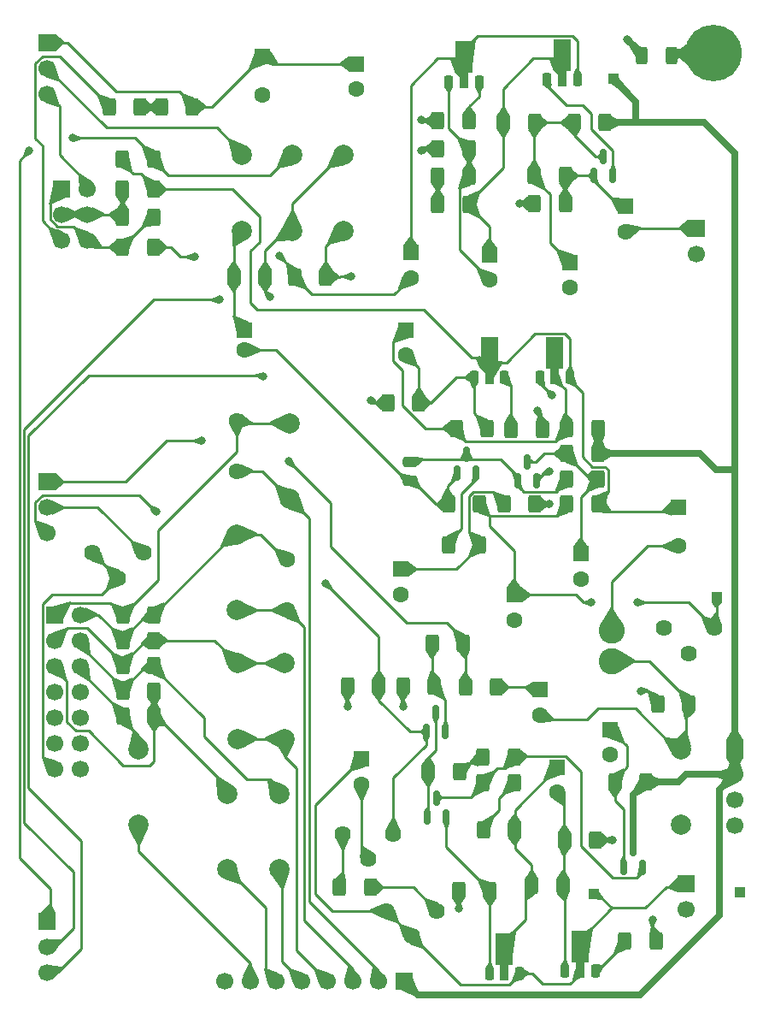
<source format=gtl>
G04 #@! TF.GenerationSoftware,KiCad,Pcbnew,9.0.3*
G04 #@! TF.CreationDate,2025-08-17T13:08:36+02:00*
G04 #@! TF.ProjectId,siemens,7369656d-656e-4732-9e6b-696361645f70,rev?*
G04 #@! TF.SameCoordinates,Original*
G04 #@! TF.FileFunction,Copper,L1,Top*
G04 #@! TF.FilePolarity,Positive*
%FSLAX46Y46*%
G04 Gerber Fmt 4.6, Leading zero omitted, Abs format (unit mm)*
G04 Created by KiCad (PCBNEW 9.0.3) date 2025-08-17 13:08:36*
%MOMM*%
%LPD*%
G01*
G04 APERTURE LIST*
G04 Aperture macros list*
%AMRoundRect*
0 Rectangle with rounded corners*
0 $1 Rounding radius*
0 $2 $3 $4 $5 $6 $7 $8 $9 X,Y pos of 4 corners*
0 Add a 4 corners polygon primitive as box body*
4,1,4,$2,$3,$4,$5,$6,$7,$8,$9,$2,$3,0*
0 Add four circle primitives for the rounded corners*
1,1,$1+$1,$2,$3*
1,1,$1+$1,$4,$5*
1,1,$1+$1,$6,$7*
1,1,$1+$1,$8,$9*
0 Add four rect primitives between the rounded corners*
20,1,$1+$1,$2,$3,$4,$5,0*
20,1,$1+$1,$4,$5,$6,$7,0*
20,1,$1+$1,$6,$7,$8,$9,0*
20,1,$1+$1,$8,$9,$2,$3,0*%
%AMFreePoly0*
4,1,9,3.862500,-0.866500,0.737500,-0.866500,0.737500,-0.450000,-0.737500,-0.450000,-0.737500,0.450000,0.737500,0.450000,0.737500,0.866500,3.862500,0.866500,3.862500,-0.866500,3.862500,-0.866500,$1*%
G04 Aperture macros list end*
G04 #@! TA.AperFunction,ComponentPad*
%ADD10C,2.000000*%
G04 #@! TD*
G04 #@! TA.AperFunction,ComponentPad*
%ADD11C,1.700000*%
G04 #@! TD*
G04 #@! TA.AperFunction,ComponentPad*
%ADD12R,1.700000X1.700000*%
G04 #@! TD*
G04 #@! TA.AperFunction,SMDPad,CuDef*
%ADD13RoundRect,0.250000X0.400000X0.625000X-0.400000X0.625000X-0.400000X-0.625000X0.400000X-0.625000X0*%
G04 #@! TD*
G04 #@! TA.AperFunction,SMDPad,CuDef*
%ADD14RoundRect,0.250000X-0.400000X-0.625000X0.400000X-0.625000X0.400000X0.625000X-0.400000X0.625000X0*%
G04 #@! TD*
G04 #@! TA.AperFunction,SMDPad,CuDef*
%ADD15RoundRect,0.225000X0.225000X-0.425000X0.225000X0.425000X-0.225000X0.425000X-0.225000X-0.425000X0*%
G04 #@! TD*
G04 #@! TA.AperFunction,SMDPad,CuDef*
%ADD16FreePoly0,90.000000*%
G04 #@! TD*
G04 #@! TA.AperFunction,SMDPad,CuDef*
%ADD17RoundRect,0.150000X0.150000X-0.587500X0.150000X0.587500X-0.150000X0.587500X-0.150000X-0.587500X0*%
G04 #@! TD*
G04 #@! TA.AperFunction,ComponentPad*
%ADD18R,1.000000X1.000000*%
G04 #@! TD*
G04 #@! TA.AperFunction,ComponentPad*
%ADD19C,1.600000*%
G04 #@! TD*
G04 #@! TA.AperFunction,ComponentPad*
%ADD20RoundRect,0.250000X-0.550000X0.550000X-0.550000X-0.550000X0.550000X-0.550000X0.550000X0.550000X0*%
G04 #@! TD*
G04 #@! TA.AperFunction,SMDPad,CuDef*
%ADD21RoundRect,0.250000X0.312500X0.625000X-0.312500X0.625000X-0.312500X-0.625000X0.312500X-0.625000X0*%
G04 #@! TD*
G04 #@! TA.AperFunction,ComponentPad*
%ADD22C,1.620000*%
G04 #@! TD*
G04 #@! TA.AperFunction,ComponentPad*
%ADD23C,2.600000*%
G04 #@! TD*
G04 #@! TA.AperFunction,SMDPad,CuDef*
%ADD24RoundRect,0.250000X-0.475000X0.250000X-0.475000X-0.250000X0.475000X-0.250000X0.475000X0.250000X0*%
G04 #@! TD*
G04 #@! TA.AperFunction,ComponentPad*
%ADD25C,5.600000*%
G04 #@! TD*
G04 #@! TA.AperFunction,ViaPad*
%ADD26C,0.800000*%
G04 #@! TD*
G04 #@! TA.AperFunction,Conductor*
%ADD27C,0.250000*%
G04 #@! TD*
G04 #@! TA.AperFunction,Conductor*
%ADD28C,0.635000*%
G04 #@! TD*
G04 #@! TA.AperFunction,Conductor*
%ADD29C,0.254000*%
G04 #@! TD*
G04 APERTURE END LIST*
D10*
X63342000Y-45092000D03*
X63342000Y-52592000D03*
X58291248Y-52592000D03*
X58291248Y-45092000D03*
X53291248Y-45092000D03*
X53291248Y-52592000D03*
D11*
X34000000Y-126080000D03*
X34000000Y-123540000D03*
D12*
X34000000Y-121000000D03*
X34000000Y-34000000D03*
D11*
X34000000Y-36540000D03*
X34000000Y-39080000D03*
D13*
X44542000Y-54242000D03*
X41442000Y-54242000D03*
X44542000Y-51242000D03*
X41442000Y-51242000D03*
D14*
X41442000Y-45492000D03*
X44542000Y-45492000D03*
X41442000Y-48492000D03*
X44542000Y-48492000D03*
D12*
X35452000Y-48452000D03*
D11*
X37992000Y-48452000D03*
X35452000Y-50992000D03*
X37992000Y-50992000D03*
X35452000Y-53532000D03*
X37992000Y-53532000D03*
D15*
X77791248Y-126116000D03*
D16*
X79291248Y-126028500D03*
D15*
X80791248Y-126116000D03*
X85291248Y-125866000D03*
D16*
X86791248Y-125778500D03*
D15*
X88291248Y-125866000D03*
D10*
X96791248Y-111416000D03*
X96791248Y-103916000D03*
D17*
X81541248Y-75478500D03*
X82491248Y-77353500D03*
X80591248Y-77353500D03*
D14*
X85341248Y-47166000D03*
X82241248Y-47166000D03*
X78524000Y-97802000D03*
X75424000Y-97802000D03*
D18*
X100342000Y-88912000D03*
D19*
X96532000Y-83822000D03*
D20*
X96532000Y-80022000D03*
D13*
X41491248Y-93166000D03*
X44591248Y-93166000D03*
D14*
X72341248Y-97666000D03*
X69241248Y-97666000D03*
D19*
X84541248Y-108210888D03*
D20*
X84541248Y-105710888D03*
D13*
X79241248Y-79666000D03*
X82341248Y-79666000D03*
D10*
X57023000Y-115831000D03*
X57023000Y-108331000D03*
D13*
X41491248Y-98166000D03*
X44591248Y-98166000D03*
D18*
X88150000Y-118249000D03*
D13*
X91241248Y-122916000D03*
X94341248Y-122916000D03*
D21*
X92898500Y-35306000D03*
X95823500Y-35306000D03*
D10*
X52791248Y-90166000D03*
X52791248Y-82666000D03*
D18*
X102628000Y-118122000D03*
D14*
X88591248Y-79666000D03*
X85491248Y-79666000D03*
D19*
X55342000Y-39142000D03*
D20*
X55342000Y-35342000D03*
D11*
X37291248Y-105866000D03*
X34751248Y-105866000D03*
X37291248Y-103326000D03*
X34751248Y-103326000D03*
X37291248Y-100786000D03*
X34751248Y-100786000D03*
X37291248Y-98246000D03*
X34751248Y-98246000D03*
X37291248Y-95706000D03*
X34751248Y-95706000D03*
X37291248Y-93166000D03*
X34751248Y-93166000D03*
X37291248Y-90626000D03*
D12*
X34751248Y-90626000D03*
D19*
X70002000Y-57291888D03*
D20*
X70002000Y-54791888D03*
D14*
X75802000Y-41747000D03*
X72702000Y-41747000D03*
D22*
X38500000Y-84500000D03*
X41000000Y-87000000D03*
X43500000Y-84500000D03*
D13*
X94491248Y-99416000D03*
X97591248Y-99416000D03*
D14*
X44591248Y-100666000D03*
X41491248Y-100666000D03*
D19*
X65151000Y-107402000D03*
D20*
X65151000Y-104902000D03*
D17*
X72591248Y-108791000D03*
X73541248Y-110666000D03*
X71641248Y-110666000D03*
X89091248Y-45291000D03*
X90041248Y-47166000D03*
X88141248Y-47166000D03*
D19*
X80276000Y-91158000D03*
D20*
X80276000Y-88658000D03*
D14*
X70841248Y-69666000D03*
X67741248Y-69666000D03*
D10*
X57541248Y-95416000D03*
X57541248Y-102916000D03*
D15*
X85791248Y-67116000D03*
D16*
X84291248Y-67028500D03*
D15*
X82791248Y-67116000D03*
D13*
X41491248Y-90666000D03*
X44591248Y-90666000D03*
D19*
X64592000Y-38592000D03*
D20*
X64592000Y-36092000D03*
D10*
X51816000Y-115831000D03*
X51816000Y-108331000D03*
D15*
X86541248Y-37616000D03*
D16*
X85041248Y-37528500D03*
D15*
X83541248Y-37616000D03*
D14*
X75802000Y-49997000D03*
X72702000Y-49997000D03*
D13*
X41491248Y-95666000D03*
X44591248Y-95666000D03*
D23*
X89928000Y-95214000D03*
X89928000Y-92214000D03*
D13*
X77202000Y-111899000D03*
X80302000Y-111899000D03*
D14*
X88591248Y-72166000D03*
X85491248Y-72166000D03*
D24*
X69992000Y-77366000D03*
X69992000Y-75466000D03*
D10*
X58041248Y-71666000D03*
X58041248Y-79166000D03*
D13*
X62966000Y-117602000D03*
X66066000Y-117602000D03*
D19*
X52791248Y-71416000D03*
X52791248Y-76416000D03*
D14*
X88591248Y-77166000D03*
X85491248Y-77166000D03*
D11*
X97282000Y-119761000D03*
D12*
X97282000Y-117221000D03*
D13*
X73741248Y-83666000D03*
X76841248Y-83666000D03*
X85491248Y-74666000D03*
X88591248Y-74666000D03*
X40118000Y-40398000D03*
X43218000Y-40398000D03*
X73741248Y-79666000D03*
X76841248Y-79666000D03*
D14*
X89291248Y-41916000D03*
X86191248Y-41916000D03*
D11*
X34000000Y-82540000D03*
X34000000Y-80000000D03*
D12*
X34000000Y-77460000D03*
D17*
X92041248Y-113728500D03*
X92991248Y-115603500D03*
X91091248Y-115603500D03*
D19*
X91291248Y-52710888D03*
D20*
X91291248Y-50210888D03*
D13*
X82241248Y-49916000D03*
X85341248Y-49916000D03*
D15*
X79291248Y-67116000D03*
D16*
X77791248Y-67028500D03*
D15*
X76291248Y-67116000D03*
D13*
X79942000Y-72242000D03*
X83042000Y-72242000D03*
D14*
X61591248Y-57166000D03*
X58491248Y-57166000D03*
D17*
X72492000Y-100304500D03*
X73442000Y-102179500D03*
X71542000Y-102179500D03*
D14*
X80292000Y-104742000D03*
X77192000Y-104742000D03*
D15*
X76791248Y-37860500D03*
D16*
X75291248Y-37773000D03*
D15*
X73791248Y-37860500D03*
D22*
X63286000Y-112315000D03*
X65786000Y-114815000D03*
X68286000Y-112315000D03*
D14*
X55591248Y-57166000D03*
X52491248Y-57166000D03*
D19*
X77791248Y-57497000D03*
D20*
X77791248Y-54997000D03*
D19*
X53541248Y-64416000D03*
D20*
X53541248Y-62416000D03*
D25*
X100000000Y-35000000D03*
D13*
X45292000Y-40342000D03*
X48392000Y-40342000D03*
D19*
X86880000Y-87094000D03*
D20*
X86880000Y-84594000D03*
D14*
X75222000Y-93416000D03*
X72122000Y-93416000D03*
D10*
X43041248Y-111416000D03*
X43041248Y-103916000D03*
D14*
X77841248Y-117916000D03*
X74741248Y-117916000D03*
D11*
X102120000Y-111518000D03*
X102120000Y-108978000D03*
X102120000Y-106438000D03*
D12*
X102120000Y-103898000D03*
D19*
X69541248Y-64916000D03*
D20*
X69541248Y-62416000D03*
D19*
X57791248Y-85166000D03*
X57791248Y-90166000D03*
D14*
X85091248Y-117416000D03*
X81991248Y-117416000D03*
D22*
X95088000Y-91960000D03*
X97588000Y-94460000D03*
X100088000Y-91960000D03*
D14*
X74841248Y-106166000D03*
X71741248Y-106166000D03*
D19*
X69041248Y-88618000D03*
D20*
X69041248Y-86118000D03*
D18*
X90092000Y-37592000D03*
D14*
X77591248Y-72166000D03*
X74491248Y-72166000D03*
D22*
X67604000Y-119935000D03*
X70104000Y-122435000D03*
X72604000Y-119935000D03*
D19*
X85791248Y-58254606D03*
D20*
X85791248Y-55754606D03*
D19*
X89791248Y-104460888D03*
D20*
X89791248Y-101960888D03*
D14*
X66841248Y-97666000D03*
X63741248Y-97666000D03*
D13*
X90241248Y-107166000D03*
X93341248Y-107166000D03*
D17*
X75541248Y-74728500D03*
X76491248Y-76603500D03*
X74591248Y-76603500D03*
D14*
X82291248Y-41916000D03*
X79191248Y-41916000D03*
X75802000Y-44497000D03*
X72702000Y-44497000D03*
D11*
X98291248Y-54916000D03*
D12*
X98291248Y-52376000D03*
D13*
X72702000Y-47247000D03*
X75802000Y-47247000D03*
X77192000Y-107242000D03*
X80292000Y-107242000D03*
X85241248Y-112916000D03*
X88341248Y-112916000D03*
D10*
X52840496Y-102916000D03*
X52840496Y-95416000D03*
D19*
X82816000Y-100556000D03*
D20*
X82816000Y-98056000D03*
D12*
X69342000Y-126873000D03*
D11*
X66802000Y-126873000D03*
X64262000Y-126873000D03*
X61722000Y-126873000D03*
X59182000Y-126873000D03*
X56642000Y-126873000D03*
X54102000Y-126873000D03*
X51562000Y-126873000D03*
D26*
X69291248Y-99666000D03*
X74791248Y-119666000D03*
X66041248Y-69416000D03*
X91440000Y-33655000D03*
X71041248Y-41666000D03*
X82562000Y-70416000D03*
X80791248Y-49916000D03*
X92791248Y-98166000D03*
X93992000Y-120789000D03*
X63791248Y-99666000D03*
X90055000Y-112915000D03*
X71041248Y-44666000D03*
X83791248Y-79666000D03*
X87896000Y-89420000D03*
X92468000Y-89420000D03*
X57041248Y-55130000D03*
X48579124Y-55203876D03*
X55416248Y-67041000D03*
X64147000Y-57162000D03*
X56041248Y-59166000D03*
X51041248Y-59416000D03*
X32222248Y-44716000D03*
X36541248Y-43416000D03*
X84041248Y-68916000D03*
X83791248Y-76416000D03*
X61607000Y-87515000D03*
X44791248Y-80416000D03*
X57924000Y-75450000D03*
X49291248Y-73416000D03*
D27*
X41747248Y-77460000D02*
X45791248Y-73416000D01*
X34000000Y-77460000D02*
X41747248Y-77460000D01*
X45791248Y-73416000D02*
X49291248Y-73416000D01*
X44541248Y-80242000D02*
X44541248Y-80416000D01*
X43123248Y-78824000D02*
X44541248Y-80242000D01*
X32824000Y-81364000D02*
X32824000Y-79512884D01*
X34000000Y-82540000D02*
X32824000Y-81364000D01*
X32824000Y-79512884D02*
X33512884Y-78824000D01*
X33512884Y-78824000D02*
X43123248Y-78824000D01*
X39000000Y-80000000D02*
X34000000Y-80000000D01*
X43500000Y-84500000D02*
X39000000Y-80000000D01*
X39405500Y-88594500D02*
X34492500Y-88594500D01*
X41000000Y-87000000D02*
X39405500Y-88594500D01*
X41000000Y-87000000D02*
X38500000Y-84500000D01*
X45000000Y-87157248D02*
X41491248Y-90666000D01*
X45000000Y-82272933D02*
X45000000Y-87157248D01*
X52791248Y-74481685D02*
X45000000Y-82272933D01*
X52791248Y-71416000D02*
X52791248Y-74481685D01*
X55291248Y-66916000D02*
X55416248Y-67041000D01*
X37350000Y-123710000D02*
X37350000Y-112974752D01*
X32144000Y-107768752D02*
X32144000Y-72856000D01*
X35064000Y-125996000D02*
X37350000Y-123710000D01*
X37350000Y-112974752D02*
X32144000Y-107768752D01*
X32144000Y-72856000D02*
X38084000Y-66916000D01*
X34302000Y-125996000D02*
X35064000Y-125996000D01*
X38084000Y-66916000D02*
X55291248Y-66916000D01*
X44541248Y-59416000D02*
X51041248Y-59416000D01*
X31693000Y-72264248D02*
X44541248Y-59416000D01*
X36588000Y-116090000D02*
X31693000Y-111195000D01*
X36588000Y-121678000D02*
X36588000Y-116090000D01*
X34810000Y-123456000D02*
X36588000Y-121678000D01*
X31693000Y-111195000D02*
X31693000Y-72264248D01*
X34302000Y-117762000D02*
X34302000Y-120916000D01*
X31242000Y-45696248D02*
X31242000Y-114702000D01*
X31242000Y-114702000D02*
X34302000Y-117762000D01*
X32222248Y-44716000D02*
X31242000Y-45696248D01*
X36000000Y-34000000D02*
X34000000Y-34000000D01*
X40842000Y-38842000D02*
X36000000Y-34000000D01*
X47097000Y-38842000D02*
X40842000Y-38842000D01*
X48392000Y-40137000D02*
X47097000Y-38842000D01*
X32824000Y-36052884D02*
X32824000Y-43472000D01*
X33540000Y-44188000D02*
X33540000Y-51620000D01*
X33540000Y-51620000D02*
X35452000Y-53532000D01*
X33512884Y-35364000D02*
X32824000Y-36052884D01*
X32824000Y-43472000D02*
X33540000Y-44188000D01*
X35237000Y-35364000D02*
X33512884Y-35364000D01*
X39773248Y-39900248D02*
X35237000Y-35364000D01*
X50805248Y-42430000D02*
X53291248Y-44916000D01*
X39890000Y-42430000D02*
X50805248Y-42430000D01*
X34000000Y-36540000D02*
X39890000Y-42430000D01*
X35232000Y-40312000D02*
X35232000Y-45106752D01*
X34000000Y-39080000D02*
X35232000Y-40312000D01*
D28*
X91440000Y-33655000D02*
X92898500Y-35113500D01*
D27*
X79780000Y-127254000D02*
X80791248Y-126242752D01*
X74923000Y-127254000D02*
X79780000Y-127254000D01*
X70104000Y-122435000D02*
X74923000Y-127254000D01*
X57541248Y-104658248D02*
X57541248Y-102916000D01*
X58674000Y-105791000D02*
X57541248Y-104658248D01*
X61722000Y-126873000D02*
X58674000Y-123825000D01*
X58674000Y-123825000D02*
X58674000Y-105791000D01*
X64262000Y-125730000D02*
X64262000Y-126873000D01*
X59436000Y-120904000D02*
X64262000Y-125730000D01*
X59436000Y-91810752D02*
X59436000Y-120904000D01*
X57791248Y-90166000D02*
X59436000Y-91810752D01*
X49541248Y-100849248D02*
X49541248Y-102666000D01*
X44591248Y-95899248D02*
X49541248Y-100849248D01*
X56041248Y-106916000D02*
X57023000Y-107897752D01*
X57277000Y-124968000D02*
X59182000Y-126873000D01*
X53791248Y-106916000D02*
X56041248Y-106916000D01*
X57277000Y-116180248D02*
X57277000Y-124968000D01*
X49541248Y-102666000D02*
X53791248Y-106916000D01*
X55626000Y-125857000D02*
X56642000Y-126873000D01*
X51816000Y-115831000D02*
X55626000Y-119641000D01*
X55626000Y-119641000D02*
X55626000Y-125857000D01*
X51816000Y-107696000D02*
X45041248Y-100921248D01*
X59956000Y-119011000D02*
X59956000Y-81080752D01*
X66802000Y-125857000D02*
X59956000Y-119011000D01*
X66802000Y-126873000D02*
X66802000Y-125857000D01*
X59956000Y-81080752D02*
X58041248Y-79166000D01*
X54102000Y-125095000D02*
X54102000Y-126873000D01*
X43041248Y-111416000D02*
X43041248Y-114034248D01*
X43041248Y-114034248D02*
X54102000Y-125095000D01*
X67604000Y-119935000D02*
X62289000Y-119935000D01*
X62289000Y-119935000D02*
X60591000Y-118237000D01*
X67604000Y-119935000D02*
X70104000Y-122435000D01*
X70271000Y-117602000D02*
X72604000Y-119935000D01*
X66066000Y-117602000D02*
X70271000Y-117602000D01*
X71542000Y-103488000D02*
X71542000Y-102179500D01*
X68286000Y-106744000D02*
X71542000Y-103488000D01*
X68286000Y-112315000D02*
X68286000Y-106744000D01*
X63286000Y-112315000D02*
X63286000Y-117282000D01*
X65151000Y-114180000D02*
X65786000Y-114815000D01*
X65151000Y-107402000D02*
X65151000Y-114180000D01*
D28*
X100596000Y-107962000D02*
X102120000Y-106438000D01*
X92710000Y-128270000D02*
X100596000Y-120384000D01*
X100596000Y-120384000D02*
X100596000Y-107962000D01*
X70739000Y-128270000D02*
X92710000Y-128270000D01*
X69342000Y-126873000D02*
X70739000Y-128270000D01*
D27*
X64000000Y-106000000D02*
X64053000Y-106000000D01*
X60591000Y-118237000D02*
X60591000Y-109409000D01*
X64053000Y-106000000D02*
X65151000Y-104902000D01*
X60591000Y-109409000D02*
X64000000Y-106000000D01*
X95322000Y-117602000D02*
X97349000Y-117602000D01*
X93278000Y-119646000D02*
X95322000Y-117602000D01*
X92722000Y-119641000D02*
X93273000Y-119641000D01*
X92717000Y-119646000D02*
X92722000Y-119641000D01*
X93273000Y-119641000D02*
X93278000Y-119646000D01*
X89928000Y-119646000D02*
X92717000Y-119646000D01*
D28*
X96268500Y-35306000D02*
X96574500Y-35000000D01*
X96574500Y-35000000D02*
X100000000Y-35000000D01*
X95823500Y-35306000D02*
X96268500Y-35306000D01*
D27*
X80341248Y-113742248D02*
X80341248Y-111938248D01*
X81991248Y-115392248D02*
X80341248Y-113742248D01*
X83832000Y-53795358D02*
X83832000Y-49034000D01*
X83832000Y-49034000D02*
X82241248Y-47443248D01*
X85791248Y-55754606D02*
X83832000Y-53795358D01*
X69227000Y-66440579D02*
X68291248Y-65504827D01*
X69227000Y-69898266D02*
X69227000Y-66440579D01*
X71494734Y-72166000D02*
X69227000Y-69898266D01*
X68291248Y-65504827D02*
X68291248Y-63666000D01*
X74491248Y-72166000D02*
X71494734Y-72166000D01*
X68291248Y-63666000D02*
X69541248Y-62416000D01*
X73627248Y-91452000D02*
X75222000Y-93046752D01*
X69608000Y-91452000D02*
X73627248Y-91452000D01*
X62041248Y-83885248D02*
X69608000Y-91452000D01*
X62041248Y-79567248D02*
X62041248Y-83885248D01*
X57924000Y-75450000D02*
X62041248Y-79567248D01*
X44591248Y-105116000D02*
X44591248Y-100666000D01*
X41541000Y-105549000D02*
X44158248Y-105549000D01*
X38112000Y-102120000D02*
X41541000Y-105549000D01*
X36838566Y-102120000D02*
X38112000Y-102120000D01*
X35953000Y-101234434D02*
X36838566Y-102120000D01*
X35953000Y-97167000D02*
X35953000Y-101234434D01*
X34751248Y-95965248D02*
X35953000Y-97167000D01*
X44158248Y-105549000D02*
X44591248Y-105116000D01*
X43041248Y-102604248D02*
X41491248Y-101054248D01*
X43041248Y-103666000D02*
X43041248Y-102604248D01*
X44591248Y-95894752D02*
X43575248Y-95894752D01*
X43575248Y-95894752D02*
X41491248Y-97978752D01*
X43575248Y-93354752D02*
X41491248Y-95438752D01*
X44591248Y-93354752D02*
X43575248Y-93354752D01*
X43575248Y-90941752D02*
X41491248Y-93025752D01*
X44591248Y-90941752D02*
X43575248Y-90941752D01*
X35927248Y-89450000D02*
X34751248Y-90626000D01*
X40275248Y-89450000D02*
X35927248Y-89450000D01*
X41491248Y-90666000D02*
X40275248Y-89450000D01*
X55107000Y-82666000D02*
X57607000Y-85166000D01*
X52791248Y-82666000D02*
X55107000Y-82666000D01*
X44591248Y-90560752D02*
X52486000Y-82666000D01*
X66841248Y-92749248D02*
X66841248Y-97666000D01*
X61607000Y-87515000D02*
X66841248Y-92749248D01*
X63041248Y-57166000D02*
X61591248Y-57166000D01*
X63045248Y-57162000D02*
X63041248Y-57166000D01*
X64147000Y-57162000D02*
X63045248Y-57162000D01*
X48579124Y-55203876D02*
X47202876Y-55203876D01*
X57041248Y-55130000D02*
X57041248Y-55136248D01*
X57041248Y-55136248D02*
X58491248Y-56586248D01*
X33575248Y-104690000D02*
X33575248Y-89511752D01*
X33575248Y-89511752D02*
X34492500Y-88594500D01*
X34751248Y-105866000D02*
X33575248Y-104690000D01*
X86541248Y-33831394D02*
X86044854Y-33335000D01*
X86044854Y-33335000D02*
X76671000Y-33335000D01*
X76671000Y-33335000D02*
X75291248Y-34714752D01*
X86541248Y-37616000D02*
X86541248Y-33831394D01*
X79191248Y-38561752D02*
X79191248Y-41916000D01*
X82181000Y-35572000D02*
X79191248Y-38561752D01*
X85041248Y-35572000D02*
X82181000Y-35572000D01*
X90041248Y-44666000D02*
X87896000Y-42520752D01*
X90041248Y-47166000D02*
X90041248Y-44666000D01*
X87896000Y-42520752D02*
X87896000Y-41033000D01*
X87896000Y-41033000D02*
X87070500Y-40207500D01*
X85482748Y-40207500D02*
X83541248Y-38266000D01*
X85482748Y-40207500D02*
X87070500Y-40207500D01*
X83541248Y-38266000D02*
X83541248Y-37616000D01*
X72656000Y-35572000D02*
X75291248Y-35572000D01*
X70002000Y-38226000D02*
X72656000Y-35572000D01*
X70002000Y-54791888D02*
X70002000Y-38226000D01*
X76791248Y-39310752D02*
X76791248Y-37860500D01*
X75802000Y-40300000D02*
X76791248Y-39310752D01*
X75802000Y-41747000D02*
X75802000Y-40300000D01*
X73791248Y-42486248D02*
X73791248Y-37860500D01*
X75802000Y-44497000D02*
X73791248Y-42486248D01*
X77819000Y-81883000D02*
X77819000Y-80867000D01*
X80276000Y-84340000D02*
X77819000Y-81883000D01*
X80276000Y-88658000D02*
X80276000Y-84340000D01*
X89166000Y-80403000D02*
X96151000Y-80403000D01*
X88591248Y-79828248D02*
X89166000Y-80403000D01*
X91452000Y-105676000D02*
X90241248Y-106886752D01*
X91452000Y-103621640D02*
X91452000Y-105676000D01*
X89791248Y-101960888D02*
X91452000Y-103621640D01*
D28*
X97294000Y-106438000D02*
X102120000Y-106438000D01*
X96566000Y-107166000D02*
X97294000Y-106438000D01*
X93341248Y-107166000D02*
X96566000Y-107166000D01*
D27*
X88534000Y-125866000D02*
X91241248Y-123158752D01*
X83070000Y-127139000D02*
X85818248Y-127139000D01*
X82047000Y-126116000D02*
X83070000Y-127139000D01*
X80791248Y-126116000D02*
X82047000Y-126116000D01*
X85818248Y-127139000D02*
X86791248Y-126166000D01*
X78752000Y-108782000D02*
X78752000Y-109994000D01*
X78752000Y-109994000D02*
X77241248Y-111504752D01*
X80292000Y-107242000D02*
X78752000Y-108782000D01*
X75961000Y-108724000D02*
X72658248Y-108724000D01*
X77192000Y-107493000D02*
X75961000Y-108724000D01*
X73672000Y-77863000D02*
X73672000Y-79596752D01*
X74591248Y-76943752D02*
X73672000Y-77863000D01*
D28*
X100247752Y-76244752D02*
X102120000Y-76244752D01*
X98669000Y-74666000D02*
X100247752Y-76244752D01*
X88591248Y-74666000D02*
X98669000Y-74666000D01*
D27*
X93992000Y-120789000D02*
X93992000Y-122566752D01*
X88531000Y-118249000D02*
X89928000Y-119646000D01*
X88150000Y-118249000D02*
X88531000Y-118249000D01*
X85336762Y-104584888D02*
X80449112Y-104584888D01*
X86880000Y-106128126D02*
X85336762Y-104584888D01*
X86880000Y-113550000D02*
X86880000Y-106128126D01*
X89997000Y-116667000D02*
X86880000Y-113550000D01*
X92399000Y-116667000D02*
X89997000Y-116667000D01*
X92991248Y-116074752D02*
X92399000Y-116667000D01*
X85229000Y-108978000D02*
X85229000Y-112903752D01*
X84541248Y-108290248D02*
X85229000Y-108978000D01*
X89041248Y-112916000D02*
X88341248Y-112916000D01*
X89042248Y-112915000D02*
X89041248Y-112916000D01*
X90055000Y-112915000D02*
X89042248Y-112915000D01*
X90241248Y-109037248D02*
X90241248Y-107166000D01*
X91091248Y-109887248D02*
X90241248Y-109037248D01*
X91091248Y-115603500D02*
X91091248Y-109887248D01*
X93690000Y-95214000D02*
X97591248Y-99115248D01*
X89928000Y-95214000D02*
X93690000Y-95214000D01*
X97294000Y-99713248D02*
X97294000Y-103413248D01*
X87465248Y-100992000D02*
X83252000Y-100992000D01*
X92296000Y-99916000D02*
X88541248Y-99916000D01*
X96296000Y-103916000D02*
X92296000Y-99916000D01*
X88541248Y-99916000D02*
X87465248Y-100992000D01*
X93594000Y-98166000D02*
X92791248Y-98166000D01*
X94041248Y-98613248D02*
X93594000Y-98166000D01*
X94041248Y-99416000D02*
X94041248Y-98613248D01*
X89928000Y-87388000D02*
X89928000Y-92214000D01*
X93494000Y-83822000D02*
X89928000Y-87388000D01*
X96532000Y-83822000D02*
X93494000Y-83822000D01*
X86880000Y-79006000D02*
X88591248Y-77294752D01*
X86880000Y-84594000D02*
X86880000Y-79006000D01*
X55041248Y-51166000D02*
X52367248Y-48492000D01*
X54115248Y-54620752D02*
X55041248Y-53694752D01*
X54115248Y-59740000D02*
X54115248Y-54620752D01*
X54791248Y-60416000D02*
X54115248Y-59740000D01*
X55041248Y-53694752D02*
X55041248Y-51166000D01*
X71338000Y-60416000D02*
X54791248Y-60416000D01*
X76088000Y-65166000D02*
X71338000Y-60416000D01*
X77791248Y-65166000D02*
X76088000Y-65166000D01*
X85294854Y-62835000D02*
X85791248Y-63331394D01*
X82350000Y-62835000D02*
X85294854Y-62835000D01*
X85791248Y-63331394D02*
X85791248Y-67116000D01*
X79519000Y-65666000D02*
X82350000Y-62835000D01*
X77791248Y-65666000D02*
X79519000Y-65666000D01*
X84391624Y-73443000D02*
X85491248Y-72343376D01*
X75475000Y-73443000D02*
X84391624Y-73443000D01*
X74491248Y-72459248D02*
X75475000Y-73443000D01*
X79942000Y-67877000D02*
X79291248Y-67226248D01*
X79942000Y-72242000D02*
X79942000Y-67877000D01*
X74513000Y-67116000D02*
X76291248Y-67116000D01*
X71963000Y-69666000D02*
X74513000Y-67116000D01*
X70841248Y-69666000D02*
X71963000Y-69666000D01*
X76291248Y-67116000D02*
X76291248Y-70703248D01*
X76291248Y-70703248D02*
X77591248Y-72003248D01*
X82562000Y-70685248D02*
X83042000Y-71165248D01*
X82562000Y-70416000D02*
X82562000Y-70685248D01*
X83042000Y-71165248D02*
X83042000Y-72242000D01*
X84035124Y-68916000D02*
X84041248Y-68916000D01*
X82791248Y-67672124D02*
X84035124Y-68916000D01*
X82791248Y-67116000D02*
X82791248Y-67672124D01*
X89567248Y-78477752D02*
X88591248Y-79453752D01*
X89236762Y-75965000D02*
X89567248Y-76295486D01*
X88028058Y-75965000D02*
X89236762Y-75965000D01*
X89567248Y-76295486D02*
X89567248Y-78477752D01*
X87041248Y-74978190D02*
X88028058Y-75965000D01*
X85791248Y-67376248D02*
X87041248Y-68626248D01*
X87041248Y-68626248D02*
X87041248Y-74978190D01*
X85356000Y-71349248D02*
X85356000Y-68338000D01*
X85356000Y-68338000D02*
X84291248Y-67273248D01*
X85015248Y-71690000D02*
X85356000Y-71349248D01*
X85491248Y-74823248D02*
X87834000Y-77166000D01*
X87834000Y-77166000D02*
X88591248Y-77166000D01*
X83219000Y-74666000D02*
X85491248Y-74666000D01*
X81541248Y-75478500D02*
X82406500Y-75478500D01*
X82406500Y-75478500D02*
X83219000Y-74666000D01*
X78911500Y-75228500D02*
X80591248Y-76908248D01*
X75541248Y-75228500D02*
X78911500Y-75228500D01*
X81211000Y-78417000D02*
X80591248Y-77797248D01*
X85491248Y-77346752D02*
X84421000Y-78417000D01*
X84421000Y-78417000D02*
X81211000Y-78417000D01*
X75791248Y-78869486D02*
X75791248Y-82395248D01*
X76195734Y-78465000D02*
X75791248Y-78869486D01*
X78211000Y-78465000D02*
X76195734Y-78465000D01*
X79241248Y-79495248D02*
X78211000Y-78465000D01*
X75791248Y-82395248D02*
X76841248Y-83445248D01*
X84511000Y-80867000D02*
X85491248Y-79886752D01*
X77819000Y-80867000D02*
X84511000Y-80867000D01*
X76841248Y-79889248D02*
X77819000Y-80867000D01*
X75541248Y-75228500D02*
X70229500Y-75228500D01*
X56652781Y-64416000D02*
X69602781Y-77366000D01*
X53541248Y-64416000D02*
X56652781Y-64416000D01*
X72486500Y-79666000D02*
X70186500Y-77366000D01*
X73741248Y-79666000D02*
X72486500Y-79666000D01*
X75042248Y-78602499D02*
X75042248Y-82080752D01*
X76491248Y-77153499D02*
X75042248Y-78602499D01*
X75042248Y-82080752D02*
X73741248Y-83381752D01*
X74561000Y-86118000D02*
X76841248Y-83837752D01*
X69041248Y-86118000D02*
X74561000Y-86118000D01*
X66841248Y-99099248D02*
X69921500Y-102179500D01*
X66841248Y-97666000D02*
X66841248Y-99099248D01*
X69921500Y-102179500D02*
X71542000Y-102179500D01*
X72148000Y-94128496D02*
X72148000Y-97172752D01*
X81690000Y-97802000D02*
X78524000Y-97802000D01*
X82380000Y-98492000D02*
X81690000Y-97802000D01*
X75424000Y-93952496D02*
X75424000Y-97802000D01*
X73442000Y-99058376D02*
X73442000Y-102179500D01*
X72341248Y-97957624D02*
X73442000Y-99058376D01*
X71741248Y-104812752D02*
X71741248Y-106166000D01*
X72492000Y-104062000D02*
X71741248Y-104812752D01*
X72492000Y-100304500D02*
X72492000Y-104062000D01*
X80341248Y-109910888D02*
X80341248Y-111859752D01*
X84541248Y-105710888D02*
X80341248Y-109910888D01*
X36001248Y-91916000D02*
X34751248Y-93166000D01*
X37941000Y-91916000D02*
X36001248Y-91916000D01*
X41491248Y-95466248D02*
X37941000Y-91916000D01*
X39064000Y-90626000D02*
X37291248Y-90626000D01*
X41491248Y-93053248D02*
X39064000Y-90626000D01*
X41491248Y-97879248D02*
X37291248Y-93679248D01*
X41491248Y-100419248D02*
X37291248Y-96219248D01*
X53115248Y-52592000D02*
X52491248Y-53216000D01*
X52491248Y-53216000D02*
X52491248Y-57166000D01*
X90723888Y-50210888D02*
X88141248Y-47628248D01*
X88344000Y-45291000D02*
X86191248Y-43138248D01*
X86191248Y-43138248D02*
X86191248Y-42391000D01*
X89091248Y-45291000D02*
X88344000Y-45291000D01*
X77791248Y-52188748D02*
X75802000Y-50199500D01*
X77791248Y-54997000D02*
X77791248Y-52188748D01*
X79191248Y-46394752D02*
X79191248Y-41916000D01*
X75802000Y-49784000D02*
X79191248Y-46394752D01*
X74826000Y-48388000D02*
X75802000Y-47412000D01*
X74826000Y-54531752D02*
X74826000Y-48388000D01*
X77791248Y-57497000D02*
X74826000Y-54531752D01*
X42654000Y-43416000D02*
X36541248Y-43416000D01*
X98291248Y-52376000D02*
X91626136Y-52376000D01*
X85341248Y-47166000D02*
X85341248Y-49916000D01*
X88141248Y-47166000D02*
X85341248Y-47166000D01*
X75802000Y-44497000D02*
X75802000Y-47247000D01*
X82241248Y-47166000D02*
X82241248Y-41966000D01*
X86191248Y-41916000D02*
X82291248Y-41916000D01*
X69241248Y-97666000D02*
X69241248Y-99616000D01*
X74741248Y-117916000D02*
X74741248Y-119616000D01*
X72702000Y-41747000D02*
X71122248Y-41747000D01*
X63741248Y-99616000D02*
X63791248Y-99666000D01*
X74741248Y-119616000D02*
X74791248Y-119666000D01*
X72702000Y-44497000D02*
X71210248Y-44497000D01*
X69241248Y-99616000D02*
X69291248Y-99666000D01*
X66291248Y-69666000D02*
X66041248Y-69416000D01*
X71210248Y-44497000D02*
X71041248Y-44666000D01*
X67741248Y-69666000D02*
X66291248Y-69666000D01*
X63741248Y-97666000D02*
X63741248Y-99616000D01*
X82341248Y-79666000D02*
X83791248Y-79666000D01*
X82241248Y-49916000D02*
X80791248Y-49916000D01*
D29*
X86372000Y-88658000D02*
X80276000Y-88658000D01*
X97548000Y-89420000D02*
X100088000Y-91960000D01*
X87134000Y-89420000D02*
X86372000Y-88658000D01*
X100342000Y-88912000D02*
X100342000Y-91706000D01*
X92468000Y-89420000D02*
X97548000Y-89420000D01*
X87896000Y-89420000D02*
X87134000Y-89420000D01*
D27*
X70841248Y-69666000D02*
X70841248Y-66216000D01*
X70841248Y-66216000D02*
X69541248Y-64916000D01*
X44591248Y-98166000D02*
X44591248Y-100666000D01*
X55592000Y-35342000D02*
X56342000Y-36092000D01*
X56342000Y-36092000D02*
X64592000Y-36092000D01*
X48392000Y-40342000D02*
X50342000Y-40342000D01*
X50342000Y-40342000D02*
X55342000Y-35342000D01*
X58041248Y-71666000D02*
X53041248Y-71666000D01*
X55291248Y-76416000D02*
X52791248Y-76416000D01*
X58041248Y-79166000D02*
X55291248Y-76416000D01*
X57791248Y-90166000D02*
X52791248Y-90166000D01*
X57541248Y-102916000D02*
X52840496Y-102916000D01*
X44591248Y-93166000D02*
X50590496Y-93166000D01*
X52840496Y-95416000D02*
X57541248Y-95416000D01*
X50590496Y-93166000D02*
X52840496Y-95416000D01*
X85191248Y-117316000D02*
X85191248Y-112966000D01*
X52491248Y-61366000D02*
X52491248Y-57166000D01*
X53541248Y-62416000D02*
X52491248Y-61366000D01*
X60241248Y-58916000D02*
X58491248Y-57166000D01*
X70002000Y-57291888D02*
X68377888Y-58916000D01*
X68377888Y-58916000D02*
X60241248Y-58916000D01*
X55591248Y-58716000D02*
X56041248Y-59166000D01*
X55591248Y-57166000D02*
X55591248Y-58716000D01*
D28*
X102120000Y-76244752D02*
X102120000Y-44970000D01*
X92592000Y-41916000D02*
X89291248Y-41916000D01*
X90092000Y-37592000D02*
X92342000Y-39842000D01*
X99066000Y-41916000D02*
X92592000Y-41916000D01*
X88591248Y-74666000D02*
X88591248Y-72166000D01*
X92041248Y-113728500D02*
X92041248Y-108466000D01*
X92342000Y-41666000D02*
X92592000Y-41916000D01*
X92041248Y-108466000D02*
X93341248Y-107166000D01*
X102120000Y-44970000D02*
X99066000Y-41916000D01*
X102120000Y-106438000D02*
X102120000Y-103898000D01*
X102120000Y-103898000D02*
X102120000Y-76244752D01*
X92342000Y-39842000D02*
X92342000Y-41666000D01*
D27*
X82491248Y-77353500D02*
X83428748Y-76416000D01*
X83428748Y-76416000D02*
X83791248Y-76416000D01*
X71741248Y-106166000D02*
X71741248Y-110566000D01*
X73541248Y-110666000D02*
X73541248Y-113616000D01*
X73541248Y-113616000D02*
X77841248Y-117916000D01*
X72702000Y-47247000D02*
X72702000Y-49997000D01*
X43218000Y-40398000D02*
X45236000Y-40398000D01*
X89928000Y-119646000D02*
X86791248Y-122782752D01*
X85291248Y-125866000D02*
X85291248Y-117616000D01*
X80292000Y-104898000D02*
X79381000Y-105809000D01*
X79381000Y-105809000D02*
X78625000Y-105809000D01*
X78625000Y-105809000D02*
X77192000Y-107242000D01*
X75712248Y-105295000D02*
X76639000Y-105295000D01*
X74841248Y-106166000D02*
X75712248Y-105295000D01*
X76639000Y-105295000D02*
X77192000Y-104742000D01*
X77841248Y-117916000D02*
X77841248Y-126066000D01*
X35232000Y-45106752D02*
X37992000Y-47866752D01*
X47202876Y-55203876D02*
X46241000Y-54242000D01*
X40867248Y-50992000D02*
X37992000Y-50992000D01*
X34276000Y-49628000D02*
X35452000Y-48452000D01*
X37992000Y-53532000D02*
X36628000Y-52168000D01*
X34276000Y-51479116D02*
X34276000Y-49628000D01*
X41442000Y-54242000D02*
X38702000Y-54242000D01*
X37992000Y-50992000D02*
X35452000Y-50992000D01*
X38702000Y-54242000D02*
X37992000Y-53532000D01*
X36628000Y-52168000D02*
X34964884Y-52168000D01*
X34964884Y-52168000D02*
X34276000Y-51479116D01*
X52367248Y-48492000D02*
X44542000Y-48492000D01*
X44413000Y-51242000D02*
X41442000Y-54213000D01*
X43319000Y-47002000D02*
X44542000Y-48225000D01*
X41542000Y-45987000D02*
X42557000Y-47002000D01*
X46241000Y-54242000D02*
X44542000Y-54242000D01*
X41442000Y-48492000D02*
X41442000Y-51242000D01*
X42557000Y-47002000D02*
X43319000Y-47002000D01*
X41117248Y-51242000D02*
X40867248Y-50992000D01*
X44542000Y-45304000D02*
X42654000Y-43416000D01*
X81991248Y-117416000D02*
X81991248Y-115392248D01*
X79291248Y-122916752D02*
X81419000Y-120789000D01*
X81419000Y-120789000D02*
X81419000Y-117988248D01*
X81419000Y-117988248D02*
X81991248Y-117416000D01*
X46023000Y-47166000D02*
X44542000Y-45685000D01*
X56041248Y-47166000D02*
X46023000Y-47166000D01*
X58115248Y-45092000D02*
X56041248Y-47166000D01*
X55591248Y-54616000D02*
X57791248Y-52416000D01*
X55591248Y-57166000D02*
X55591248Y-54616000D01*
X58291248Y-49916000D02*
X58291248Y-52592000D01*
X63115248Y-45092000D02*
X58291248Y-49916000D01*
X61591248Y-54116000D02*
X63115248Y-52592000D01*
X61591248Y-57166000D02*
X61591248Y-54116000D01*
G04 #@! TA.AperFunction,Conductor*
G36*
X34858217Y-76617008D02*
G01*
X35695893Y-77331497D01*
X35699963Y-77339472D01*
X35700000Y-77340398D01*
X35700000Y-77579601D01*
X35696573Y-77587874D01*
X35695893Y-77588503D01*
X34858218Y-78302990D01*
X34849699Y-78305751D01*
X34842357Y-78302366D01*
X34127024Y-77587874D01*
X34007286Y-77468276D01*
X34003855Y-77460007D01*
X34007276Y-77451733D01*
X34842358Y-76617632D01*
X34850632Y-76614211D01*
X34858217Y-76617008D01*
G37*
G04 #@! TD.AperFunction*
G04 #@! TA.AperFunction,Conductor*
G36*
X49209302Y-73028808D02*
G01*
X49215411Y-73035355D01*
X49215923Y-73037145D01*
X49291782Y-73413689D01*
X49291782Y-73418311D01*
X49215923Y-73794854D01*
X49210929Y-73802287D01*
X49202142Y-73804013D01*
X49200352Y-73803501D01*
X48506533Y-73543843D01*
X48499986Y-73537734D01*
X48498934Y-73532885D01*
X48498934Y-73299114D01*
X48502361Y-73290841D01*
X48506533Y-73288156D01*
X49200353Y-73028498D01*
X49209302Y-73028808D01*
G37*
G04 #@! TD.AperFunction*
G04 #@! TA.AperFunction,Conductor*
G36*
X44288421Y-79807973D02*
G01*
X44859957Y-80020222D01*
X44866519Y-80026314D01*
X44867363Y-80033448D01*
X44792896Y-80411922D01*
X44787936Y-80419378D01*
X44787892Y-80419407D01*
X44469341Y-80631128D01*
X44460554Y-80632854D01*
X44453121Y-80627860D01*
X44452569Y-80626940D01*
X44336537Y-80411922D01*
X44108745Y-79989803D01*
X44107832Y-79980898D01*
X44110767Y-79975979D01*
X44276078Y-79810668D01*
X44284350Y-79807242D01*
X44288421Y-79807973D01*
G37*
G04 #@! TD.AperFunction*
G04 #@! TA.AperFunction,Conductor*
G36*
X32950636Y-81343936D02*
G01*
X33000961Y-81358944D01*
X34155620Y-81703289D01*
X34162567Y-81708936D01*
X34163751Y-81716780D01*
X34001525Y-82533320D01*
X33996551Y-82540767D01*
X33992318Y-82542518D01*
X33176354Y-82703845D01*
X33167574Y-82702088D01*
X33163018Y-82696163D01*
X32704316Y-81358944D01*
X32704873Y-81350007D01*
X32711587Y-81344081D01*
X32715383Y-81343448D01*
X32947292Y-81343448D01*
X32950636Y-81343936D01*
G37*
G04 #@! TD.AperFunction*
G04 #@! TA.AperFunction,Conductor*
G36*
X34481376Y-79297640D02*
G01*
X35677033Y-79871814D01*
X35683006Y-79878484D01*
X35683667Y-79882360D01*
X35683667Y-80117639D01*
X35680240Y-80125912D01*
X35677032Y-80128186D01*
X34481378Y-80702358D01*
X34472437Y-80702850D01*
X34466592Y-80698322D01*
X34003358Y-80006509D01*
X34001604Y-79997729D01*
X34003359Y-79993490D01*
X34084833Y-79871813D01*
X34466593Y-79301676D01*
X34474042Y-79296711D01*
X34481376Y-79297640D01*
G37*
G04 #@! TD.AperFunction*
G04 #@! TA.AperFunction,Conductor*
G36*
X42460843Y-83279582D02*
G01*
X43648507Y-83702178D01*
X43655152Y-83708179D01*
X43656062Y-83715471D01*
X43502227Y-84493020D01*
X43497259Y-84500471D01*
X43493020Y-84502227D01*
X42715471Y-84656062D01*
X42706690Y-84654306D01*
X42702178Y-84648507D01*
X42279583Y-83460845D01*
X42280038Y-83451904D01*
X42282330Y-83448655D01*
X42448653Y-83282332D01*
X42456925Y-83278906D01*
X42460843Y-83279582D01*
G37*
G04 #@! TD.AperFunction*
G04 #@! TA.AperFunction,Conductor*
G36*
X40993020Y-86997772D02*
G01*
X41000471Y-87002740D01*
X41002227Y-87006979D01*
X41156062Y-87784528D01*
X41154306Y-87793309D01*
X41148506Y-87797822D01*
X39960847Y-88220416D01*
X39951904Y-88219961D01*
X39948652Y-88217666D01*
X39782333Y-88051347D01*
X39778906Y-88043074D01*
X39779582Y-88039157D01*
X40202178Y-86851491D01*
X40208179Y-86844847D01*
X40215471Y-86843937D01*
X40993020Y-86997772D01*
G37*
G04 #@! TD.AperFunction*
G04 #@! TA.AperFunction,Conductor*
G36*
X39293309Y-84345693D02*
G01*
X39297822Y-84351493D01*
X39720416Y-85539152D01*
X39719961Y-85548095D01*
X39717666Y-85551347D01*
X39551347Y-85717666D01*
X39543074Y-85721093D01*
X39539152Y-85720416D01*
X38351493Y-85297822D01*
X38344847Y-85291820D01*
X38343937Y-85284528D01*
X38497772Y-84506979D01*
X38502740Y-84499528D01*
X38506977Y-84497772D01*
X39284528Y-84343937D01*
X39293309Y-84345693D01*
G37*
G04 #@! TD.AperFunction*
G04 #@! TA.AperFunction,Conductor*
G36*
X39960843Y-85779582D02*
G01*
X41148507Y-86202178D01*
X41155152Y-86208179D01*
X41156062Y-86215471D01*
X41002227Y-86993020D01*
X40997259Y-87000471D01*
X40993020Y-87002227D01*
X40215471Y-87156062D01*
X40206690Y-87154306D01*
X40202178Y-87148507D01*
X39779583Y-85960845D01*
X39780038Y-85951904D01*
X39782330Y-85948655D01*
X39948653Y-85782332D01*
X39956925Y-85778906D01*
X39960843Y-85779582D01*
G37*
G04 #@! TD.AperFunction*
G04 #@! TA.AperFunction,Conductor*
G36*
X42510544Y-89475053D02*
G01*
X42513274Y-89477084D01*
X42679535Y-89643345D01*
X42682962Y-89651618D01*
X42682038Y-89656174D01*
X42145765Y-90924554D01*
X42139387Y-90930840D01*
X42130526Y-90930813D01*
X41497395Y-90669535D01*
X41491054Y-90663212D01*
X41490173Y-90659305D01*
X41447464Y-89800147D01*
X41450476Y-89791716D01*
X41455781Y-89788364D01*
X42501636Y-89474152D01*
X42510544Y-89475053D01*
G37*
G04 #@! TD.AperFunction*
G04 #@! TA.AperFunction,Conductor*
G36*
X52797755Y-71419357D02*
G01*
X53448041Y-71854842D01*
X53453009Y-71862292D01*
X53452104Y-71869572D01*
X52919418Y-72993937D01*
X52912779Y-72999947D01*
X52908845Y-73000628D01*
X52673651Y-73000628D01*
X52665378Y-72997201D01*
X52663078Y-72993937D01*
X52130391Y-71869572D01*
X52129945Y-71860629D01*
X52134452Y-71854843D01*
X52784739Y-71419358D01*
X52793519Y-71417602D01*
X52797755Y-71419357D01*
G37*
G04 #@! TD.AperFunction*
G04 #@! TA.AperFunction,Conductor*
G36*
X35410166Y-125468794D02*
G01*
X35416379Y-125472038D01*
X35582387Y-125638046D01*
X35585814Y-125646319D01*
X35582489Y-125654489D01*
X34713531Y-126545282D01*
X34705301Y-126548811D01*
X34698667Y-126546848D01*
X34005811Y-126085051D01*
X34000827Y-126077611D01*
X34000826Y-126073025D01*
X34163582Y-125257576D01*
X34168562Y-125250136D01*
X34177115Y-125248351D01*
X35410166Y-125468794D01*
G37*
G04 #@! TD.AperFunction*
G04 #@! TA.AperFunction,Conductor*
G36*
X55335505Y-66652738D02*
G01*
X55340522Y-66660155D01*
X55340530Y-66660192D01*
X55416284Y-67036218D01*
X55414558Y-67045005D01*
X55414529Y-67045049D01*
X55200236Y-67364326D01*
X55192780Y-67369286D01*
X55184472Y-67367821D01*
X54649038Y-67044413D01*
X54643728Y-67037202D01*
X54643387Y-67034398D01*
X54643387Y-66800546D01*
X54646814Y-66792273D01*
X54652737Y-66789084D01*
X55326713Y-66651041D01*
X55335505Y-66652738D01*
G37*
G04 #@! TD.AperFunction*
G04 #@! TA.AperFunction,Conductor*
G36*
X50959302Y-59028808D02*
G01*
X50965411Y-59035355D01*
X50965923Y-59037145D01*
X51041782Y-59413689D01*
X51041782Y-59418311D01*
X50965923Y-59794854D01*
X50960929Y-59802287D01*
X50952142Y-59804013D01*
X50950352Y-59803501D01*
X50256533Y-59543843D01*
X50249986Y-59537734D01*
X50248934Y-59532885D01*
X50248934Y-59299114D01*
X50252361Y-59290841D01*
X50256533Y-59288156D01*
X50950353Y-59028498D01*
X50959302Y-59028808D01*
G37*
G04 #@! TD.AperFunction*
G04 #@! TA.AperFunction,Conductor*
G36*
X35341686Y-122742760D02*
G01*
X35349596Y-122746181D01*
X35515933Y-122912518D01*
X35519360Y-122920791D01*
X35517033Y-122927794D01*
X34713385Y-124003353D01*
X34705687Y-124007929D01*
X34697523Y-124006086D01*
X34005811Y-123545051D01*
X34000827Y-123537611D01*
X34000826Y-123533025D01*
X34163889Y-122716040D01*
X34168868Y-122708601D01*
X34175722Y-122706639D01*
X35341686Y-122742760D01*
G37*
G04 #@! TD.AperFunction*
G04 #@! TA.AperFunction,Conductor*
G36*
X34428026Y-119303427D02*
G01*
X34430228Y-119306487D01*
X34846252Y-120142470D01*
X34846870Y-120151404D01*
X34844055Y-120155951D01*
X34009040Y-120991949D01*
X34000769Y-120995381D01*
X33992494Y-120991959D01*
X33991790Y-120991190D01*
X33294825Y-120158398D01*
X33292143Y-120149854D01*
X33295711Y-120142433D01*
X34173607Y-119303242D01*
X34181692Y-119300000D01*
X34419753Y-119300000D01*
X34428026Y-119303427D01*
G37*
G04 #@! TD.AperFunction*
G04 #@! TA.AperFunction,Conductor*
G36*
X31899467Y-44500467D02*
G01*
X31901089Y-44501368D01*
X32086858Y-44624837D01*
X32220991Y-44713988D01*
X32224259Y-44717256D01*
X32436876Y-45037153D01*
X32438602Y-45045940D01*
X32433608Y-45053373D01*
X32431981Y-45054277D01*
X31757770Y-45361276D01*
X31748820Y-45361586D01*
X31744648Y-45358901D01*
X31579346Y-45193599D01*
X31575919Y-45185326D01*
X31576970Y-45180480D01*
X31883971Y-44506264D01*
X31890517Y-44500157D01*
X31899467Y-44500467D01*
G37*
G04 #@! TD.AperFunction*
G04 #@! TA.AperFunction,Conductor*
G36*
X34858217Y-33157008D02*
G01*
X35695893Y-33871497D01*
X35699963Y-33879472D01*
X35700000Y-33880398D01*
X35700000Y-34119601D01*
X35696573Y-34127874D01*
X35695893Y-34128503D01*
X34858218Y-34842990D01*
X34849699Y-34845751D01*
X34842357Y-34842366D01*
X34127024Y-34127874D01*
X34007286Y-34008276D01*
X34003855Y-34000007D01*
X34007276Y-33991733D01*
X34842358Y-33157632D01*
X34850632Y-33154211D01*
X34858217Y-33157008D01*
G37*
G04 #@! TD.AperFunction*
G04 #@! TA.AperFunction,Conductor*
G36*
X47443269Y-39007352D02*
G01*
X48499715Y-39463496D01*
X48505952Y-39469922D01*
X48506677Y-39475763D01*
X48393635Y-40335647D01*
X48389159Y-40343403D01*
X48386010Y-40345126D01*
X47753157Y-40573743D01*
X47744212Y-40573331D01*
X47738178Y-40566714D01*
X47738124Y-40566561D01*
X47660990Y-40343403D01*
X47261596Y-39187898D01*
X47262132Y-39178960D01*
X47264378Y-39175807D01*
X47430364Y-39009821D01*
X47438636Y-39006395D01*
X47443269Y-39007352D01*
G37*
G04 #@! TD.AperFunction*
G04 #@! TA.AperFunction,Conductor*
G36*
X34356797Y-52255516D02*
G01*
X34716892Y-52381965D01*
X34721287Y-52384730D01*
X34765022Y-52428465D01*
X34765023Y-52428466D01*
X34765025Y-52428467D01*
X34839242Y-52471317D01*
X34839246Y-52471319D01*
X34904533Y-52488811D01*
X34922028Y-52493499D01*
X34922030Y-52493500D01*
X35032520Y-52493500D01*
X35036396Y-52494161D01*
X35235131Y-52563947D01*
X35608257Y-52694972D01*
X35614928Y-52700946D01*
X35615858Y-52708282D01*
X35454227Y-53525021D01*
X35449260Y-53532472D01*
X35445021Y-53534227D01*
X34628282Y-53695858D01*
X34619501Y-53694103D01*
X34614972Y-53688257D01*
X34560267Y-53532472D01*
X34175517Y-52436798D01*
X34176009Y-52427859D01*
X34178280Y-52424654D01*
X34344652Y-52258282D01*
X34352924Y-52254856D01*
X34356797Y-52255516D01*
G37*
G04 #@! TD.AperFunction*
G04 #@! TA.AperFunction,Conductor*
G36*
X39148318Y-39094253D02*
G01*
X40067609Y-39463274D01*
X40208139Y-39519686D01*
X40214540Y-39525948D01*
X40215408Y-39531841D01*
X40119503Y-40391562D01*
X40115180Y-40399404D01*
X40111973Y-40401224D01*
X39479030Y-40637892D01*
X39470080Y-40637580D01*
X39463973Y-40631031D01*
X39463947Y-40630960D01*
X39061038Y-39531841D01*
X38966948Y-39275166D01*
X38967318Y-39266222D01*
X38969657Y-39262872D01*
X39135691Y-39096838D01*
X39143963Y-39093412D01*
X39148318Y-39094253D01*
G37*
G04 #@! TD.AperFunction*
G04 #@! TA.AperFunction,Conductor*
G36*
X52074250Y-43518017D02*
G01*
X53833734Y-44255049D01*
X53840041Y-44261406D01*
X53840005Y-44270360D01*
X53838949Y-44272331D01*
X53294649Y-45088665D01*
X53287208Y-45093647D01*
X53287187Y-45093651D01*
X52321249Y-45284953D01*
X52312468Y-45283199D01*
X52307662Y-45276456D01*
X51891945Y-43698261D01*
X51893151Y-43689388D01*
X51894982Y-43687012D01*
X52061459Y-43520535D01*
X52069731Y-43517109D01*
X52074250Y-43518017D01*
G37*
G04 #@! TD.AperFunction*
G04 #@! TA.AperFunction,Conductor*
G36*
X34832498Y-36377896D02*
G01*
X34837027Y-36383742D01*
X35276482Y-37635199D01*
X35275990Y-37644140D01*
X35273716Y-37647348D01*
X35107348Y-37813716D01*
X35099075Y-37817143D01*
X35095199Y-37816482D01*
X33843742Y-37377027D01*
X33837071Y-37371053D01*
X33836141Y-37363720D01*
X33997772Y-36546977D01*
X34002739Y-36539527D01*
X34006977Y-36537772D01*
X34823719Y-36376141D01*
X34832498Y-36377896D01*
G37*
G04 #@! TD.AperFunction*
G04 #@! TA.AperFunction,Conductor*
G36*
X34832498Y-38917896D02*
G01*
X34837027Y-38923742D01*
X35276482Y-40175199D01*
X35275990Y-40184140D01*
X35273716Y-40187348D01*
X35107348Y-40353716D01*
X35099075Y-40357143D01*
X35095199Y-40356482D01*
X33843742Y-39917027D01*
X33837071Y-39911053D01*
X33836141Y-39903720D01*
X33997772Y-39086977D01*
X34002739Y-39079527D01*
X34006977Y-39077772D01*
X34823719Y-38916141D01*
X34832498Y-38917896D01*
G37*
G04 #@! TD.AperFunction*
G04 #@! TA.AperFunction,Conductor*
G36*
X92195894Y-33959222D02*
G01*
X92722812Y-34310432D01*
X92898454Y-34427505D01*
X92903438Y-34434945D01*
X92903665Y-34437301D01*
X92899248Y-35298518D01*
X92895779Y-35306773D01*
X92891499Y-35309471D01*
X92345467Y-35505368D01*
X92336523Y-35504936D01*
X92331221Y-35499914D01*
X92306327Y-35453810D01*
X91743044Y-34410584D01*
X91742130Y-34401678D01*
X91745065Y-34396756D01*
X92181136Y-33960685D01*
X92189408Y-33957259D01*
X92195894Y-33959222D01*
G37*
G04 #@! TD.AperFunction*
G04 #@! TA.AperFunction,Conductor*
G36*
X91779289Y-33441041D02*
G01*
X92215015Y-33978723D01*
X92218122Y-33982556D01*
X92220668Y-33991141D01*
X92217305Y-33998195D01*
X91783195Y-34432305D01*
X91774922Y-34435732D01*
X91767556Y-34433122D01*
X91226041Y-33994289D01*
X91221771Y-33986418D01*
X91223662Y-33978725D01*
X91437988Y-33656255D01*
X91441256Y-33652988D01*
X91763725Y-33438662D01*
X91772510Y-33436937D01*
X91779289Y-33441041D01*
G37*
G04 #@! TD.AperFunction*
G04 #@! TA.AperFunction,Conductor*
G36*
X80784726Y-126112647D02*
G01*
X80791318Y-126118708D01*
X80792387Y-126122977D01*
X80828112Y-126757872D01*
X80825155Y-126766324D01*
X80821107Y-126769254D01*
X80155311Y-127059588D01*
X80146357Y-127059753D01*
X80142361Y-127057136D01*
X79976656Y-126891431D01*
X79973229Y-126883158D01*
X79974049Y-126878855D01*
X80018680Y-126766000D01*
X80337056Y-125960947D01*
X80343283Y-125954517D01*
X80351953Y-125954266D01*
X80784726Y-126112647D01*
G37*
G04 #@! TD.AperFunction*
G04 #@! TA.AperFunction,Conductor*
G36*
X70897309Y-122280693D02*
G01*
X70901822Y-122286493D01*
X71324416Y-123474152D01*
X71323961Y-123483095D01*
X71321666Y-123486347D01*
X71155347Y-123652666D01*
X71147074Y-123656093D01*
X71143152Y-123655416D01*
X69955493Y-123232822D01*
X69948847Y-123226820D01*
X69947937Y-123219528D01*
X70101772Y-122441979D01*
X70106740Y-122434528D01*
X70110977Y-122432772D01*
X70888528Y-122278937D01*
X70897309Y-122280693D01*
G37*
G04 #@! TD.AperFunction*
G04 #@! TA.AperFunction,Conductor*
G36*
X57547048Y-102919643D02*
G01*
X58364464Y-103466053D01*
X58369438Y-103473500D01*
X58368618Y-103480611D01*
X57799185Y-104736592D01*
X57796802Y-104740034D01*
X57631879Y-104904957D01*
X57623606Y-104908384D01*
X57615333Y-104904957D01*
X57613714Y-104902931D01*
X57508667Y-104736592D01*
X56715859Y-103481200D01*
X56714339Y-103472376D01*
X56719240Y-103465233D01*
X57534037Y-102919647D01*
X57542817Y-102917893D01*
X57547048Y-102919643D01*
G37*
G04 #@! TD.AperFunction*
G04 #@! TA.AperFunction,Conductor*
G36*
X60626797Y-125596516D02*
G01*
X61878257Y-126035972D01*
X61884928Y-126041946D01*
X61885858Y-126049282D01*
X61724227Y-126866021D01*
X61719260Y-126873472D01*
X61715021Y-126875227D01*
X60898282Y-127036858D01*
X60889501Y-127035103D01*
X60884972Y-127029257D01*
X60830267Y-126873472D01*
X60445517Y-125777798D01*
X60446009Y-125768859D01*
X60448280Y-125765654D01*
X60614652Y-125599282D01*
X60622924Y-125595856D01*
X60626797Y-125596516D01*
G37*
G04 #@! TD.AperFunction*
G04 #@! TA.AperFunction,Conductor*
G36*
X63975791Y-125268137D02*
G01*
X63976305Y-125268685D01*
X64123053Y-125436080D01*
X64959965Y-126390746D01*
X64962842Y-126399226D01*
X64958880Y-126407257D01*
X64957678Y-126408180D01*
X64266743Y-126871003D01*
X64257963Y-126872760D01*
X64257942Y-126872756D01*
X63440777Y-126709656D01*
X63433335Y-126704676D01*
X63431593Y-126695892D01*
X63431811Y-126694990D01*
X63790471Y-125438993D01*
X63793445Y-125433937D01*
X63959246Y-125268136D01*
X63967518Y-125264710D01*
X63975791Y-125268137D01*
G37*
G04 #@! TD.AperFunction*
G04 #@! TA.AperFunction,Conductor*
G36*
X58574759Y-90013642D02*
G01*
X58579268Y-90019429D01*
X58997647Y-91191141D01*
X58997201Y-91200084D01*
X58994901Y-91203348D01*
X58828596Y-91369653D01*
X58820323Y-91373080D01*
X58816389Y-91372399D01*
X57644677Y-90954020D01*
X57638038Y-90948010D01*
X57637133Y-90940733D01*
X57789020Y-90172978D01*
X57793988Y-90165529D01*
X57798224Y-90163772D01*
X58565980Y-90011885D01*
X58574759Y-90013642D01*
G37*
G04 #@! TD.AperFunction*
G04 #@! TA.AperFunction,Conductor*
G36*
X45238957Y-95439131D02*
G01*
X45244951Y-95445784D01*
X45245021Y-95445988D01*
X45708797Y-96835450D01*
X45708166Y-96844382D01*
X45705972Y-96847427D01*
X45540009Y-97013390D01*
X45531736Y-97016817D01*
X45526957Y-97015796D01*
X44474068Y-96544600D01*
X44467916Y-96538093D01*
X44467264Y-96532276D01*
X44589543Y-95672305D01*
X44594100Y-95664599D01*
X44597214Y-95662928D01*
X45230017Y-95438664D01*
X45238957Y-95439131D01*
G37*
G04 #@! TD.AperFunction*
G04 #@! TA.AperFunction,Conductor*
G36*
X55817301Y-106797312D02*
G01*
X57209015Y-107346633D01*
X57215451Y-107352857D01*
X57216195Y-107359786D01*
X57025519Y-108323320D01*
X57020552Y-108330771D01*
X57016322Y-108332525D01*
X56054103Y-108523727D01*
X56045321Y-108521978D01*
X56040347Y-108514531D01*
X56040274Y-108514124D01*
X55801460Y-107041930D01*
X55801309Y-107040057D01*
X55801309Y-106808196D01*
X55804736Y-106799923D01*
X55813009Y-106796496D01*
X55817301Y-106797312D01*
G37*
G04 #@! TD.AperFunction*
G04 #@! TA.AperFunction,Conductor*
G36*
X58086797Y-125596516D02*
G01*
X59338257Y-126035972D01*
X59344928Y-126041946D01*
X59345858Y-126049282D01*
X59184227Y-126866021D01*
X59179260Y-126873472D01*
X59175021Y-126875227D01*
X58358282Y-127036858D01*
X58349501Y-127035103D01*
X58344972Y-127029257D01*
X58290267Y-126873472D01*
X57905517Y-125777798D01*
X57906009Y-125768859D01*
X57908280Y-125765654D01*
X58074652Y-125599282D01*
X58082924Y-125595856D01*
X58086797Y-125596516D01*
G37*
G04 #@! TD.AperFunction*
G04 #@! TA.AperFunction,Conductor*
G36*
X57990690Y-116023471D02*
G01*
X57998130Y-116028453D01*
X57999868Y-116037238D01*
X57999467Y-116038727D01*
X57404705Y-117779467D01*
X57398787Y-117786188D01*
X57393633Y-117787384D01*
X57158164Y-117787384D01*
X57149891Y-117783957D01*
X57148514Y-117782300D01*
X56198220Y-116396327D01*
X56196368Y-116387566D01*
X56201254Y-116380061D01*
X56201262Y-116380054D01*
X57018964Y-115832701D01*
X57027742Y-115830948D01*
X57990690Y-116023471D01*
G37*
G04 #@! TD.AperFunction*
G04 #@! TA.AperFunction,Conductor*
G36*
X55753117Y-125611032D02*
G01*
X56798869Y-126035695D01*
X56805245Y-126041982D01*
X56805943Y-126048815D01*
X56643525Y-126866320D01*
X56638551Y-126873767D01*
X56634318Y-126875518D01*
X55819620Y-127036595D01*
X55810840Y-127034838D01*
X55805913Y-127027578D01*
X55593321Y-126039333D01*
X55504046Y-125624333D01*
X55505656Y-125615525D01*
X55513023Y-125610435D01*
X55515484Y-125610173D01*
X55748716Y-125610173D01*
X55753117Y-125611032D01*
G37*
G04 #@! TD.AperFunction*
G04 #@! TA.AperFunction,Conductor*
G36*
X52795488Y-115639659D02*
G01*
X52800067Y-115645644D01*
X53302695Y-117136360D01*
X53302091Y-117145294D01*
X53299881Y-117148371D01*
X53133371Y-117314881D01*
X53125098Y-117318308D01*
X53121360Y-117317695D01*
X51630644Y-116815067D01*
X51623899Y-116809176D01*
X51622905Y-116801709D01*
X51813771Y-115837973D01*
X51818740Y-115830525D01*
X51822972Y-115828772D01*
X52786709Y-115637905D01*
X52795488Y-115639659D01*
G37*
G04 #@! TD.AperFunction*
G04 #@! TA.AperFunction,Conductor*
G36*
X45246286Y-100369795D02*
G01*
X45785634Y-101484992D01*
X45786151Y-101493932D01*
X45783374Y-101498359D01*
X45616553Y-101665180D01*
X45608280Y-101668607D01*
X45606764Y-101668508D01*
X44640548Y-101542270D01*
X44632789Y-101537801D01*
X44630376Y-101531207D01*
X44628865Y-101498359D01*
X44590899Y-100673092D01*
X44593942Y-100664673D01*
X44597604Y-100661972D01*
X45230776Y-100364300D01*
X45239720Y-100363882D01*
X45246286Y-100369795D01*
G37*
G04 #@! TD.AperFunction*
G04 #@! TA.AperFunction,Conductor*
G36*
X50903491Y-106603651D02*
G01*
X52361173Y-107493185D01*
X52366450Y-107500419D01*
X52365065Y-107509267D01*
X52364813Y-107509663D01*
X51819401Y-108327665D01*
X51811960Y-108332647D01*
X51811939Y-108332651D01*
X50848278Y-108523502D01*
X50839497Y-108521748D01*
X50834528Y-108514298D01*
X50834332Y-108512810D01*
X50719209Y-106780929D01*
X50722079Y-106772447D01*
X50722595Y-106771895D01*
X50889125Y-106605365D01*
X50897397Y-106601939D01*
X50903491Y-106603651D01*
G37*
G04 #@! TD.AperFunction*
G04 #@! TA.AperFunction,Conductor*
G36*
X66426497Y-125304825D02*
G01*
X66426549Y-125304877D01*
X67498807Y-126390697D01*
X67502182Y-126398992D01*
X67498703Y-126407243D01*
X67496993Y-126408639D01*
X66806743Y-126871003D01*
X66797963Y-126872760D01*
X66797942Y-126872756D01*
X65980048Y-126709511D01*
X65972606Y-126704531D01*
X65970864Y-126695747D01*
X65970915Y-126695508D01*
X66036167Y-126400765D01*
X66240762Y-125476606D01*
X66243910Y-125470866D01*
X66409952Y-125304824D01*
X66418224Y-125301398D01*
X66426497Y-125304825D01*
G37*
G04 #@! TD.AperFunction*
G04 #@! TA.AperFunction,Conductor*
G36*
X59020736Y-78974659D02*
G01*
X59025315Y-78980644D01*
X59527943Y-80471360D01*
X59527339Y-80480294D01*
X59525129Y-80483371D01*
X59358619Y-80649881D01*
X59350346Y-80653308D01*
X59346608Y-80652695D01*
X57855892Y-80150067D01*
X57849147Y-80144176D01*
X57848153Y-80136709D01*
X58039019Y-79172973D01*
X58043988Y-79165525D01*
X58048220Y-79163772D01*
X59011957Y-78972905D01*
X59020736Y-78974659D01*
G37*
G04 #@! TD.AperFunction*
G04 #@! TA.AperFunction,Conductor*
G36*
X54227912Y-125192760D02*
G01*
X54230186Y-125195968D01*
X54804358Y-126391621D01*
X54804850Y-126400562D01*
X54800321Y-126406408D01*
X54108510Y-126869640D01*
X54099729Y-126871395D01*
X54095490Y-126869640D01*
X53403678Y-126406408D01*
X53398711Y-126398957D01*
X53399640Y-126391624D01*
X53973814Y-125195968D01*
X53980485Y-125189994D01*
X53984361Y-125189333D01*
X54219639Y-125189333D01*
X54227912Y-125192760D01*
G37*
G04 #@! TD.AperFunction*
G04 #@! TA.AperFunction,Conductor*
G36*
X43047756Y-111419356D02*
G01*
X43864180Y-111965855D01*
X43869149Y-111973305D01*
X43868155Y-111980774D01*
X43169472Y-113390281D01*
X43162727Y-113396172D01*
X43158989Y-113396785D01*
X42923507Y-113396785D01*
X42915234Y-113393358D01*
X42913024Y-113390281D01*
X42214340Y-111980774D01*
X42213736Y-111971840D01*
X42218314Y-111965856D01*
X43034740Y-111419355D01*
X43043521Y-111417602D01*
X43047756Y-111419356D01*
G37*
G04 #@! TD.AperFunction*
G04 #@! TA.AperFunction,Conductor*
G36*
X67159608Y-119269902D02*
G01*
X67600640Y-119928490D01*
X67602396Y-119937271D01*
X67600640Y-119941510D01*
X67159608Y-120600097D01*
X67152157Y-120605065D01*
X67144865Y-120604155D01*
X66006243Y-120063173D01*
X66000241Y-120056527D01*
X65999564Y-120052605D01*
X65999564Y-119817394D01*
X66002991Y-119809121D01*
X66006240Y-119806828D01*
X67144866Y-119265843D01*
X67153808Y-119265389D01*
X67159608Y-119269902D01*
G37*
G04 #@! TD.AperFunction*
G04 #@! TA.AperFunction,Conductor*
G36*
X69064843Y-121214582D02*
G01*
X70252507Y-121637178D01*
X70259152Y-121643179D01*
X70260062Y-121650471D01*
X70106227Y-122428020D01*
X70101259Y-122435471D01*
X70097020Y-122437227D01*
X69319471Y-122591062D01*
X69310690Y-122589306D01*
X69306178Y-122583507D01*
X68883583Y-121395845D01*
X68884038Y-121386904D01*
X68886330Y-121383655D01*
X69052653Y-121217332D01*
X69060925Y-121213906D01*
X69064843Y-121214582D01*
G37*
G04 #@! TD.AperFunction*
G04 #@! TA.AperFunction,Conductor*
G36*
X68397309Y-119780693D02*
G01*
X68401822Y-119786493D01*
X68824416Y-120974152D01*
X68823961Y-120983095D01*
X68821666Y-120986347D01*
X68655347Y-121152666D01*
X68647074Y-121156093D01*
X68643152Y-121155416D01*
X67455493Y-120732822D01*
X67448847Y-120726820D01*
X67447937Y-120719528D01*
X67601772Y-119941979D01*
X67606740Y-119934528D01*
X67610977Y-119932772D01*
X68388528Y-119778937D01*
X68397309Y-119780693D01*
G37*
G04 #@! TD.AperFunction*
G04 #@! TA.AperFunction,Conductor*
G36*
X71564843Y-118714582D02*
G01*
X72752507Y-119137178D01*
X72759152Y-119143179D01*
X72760062Y-119150471D01*
X72606227Y-119928020D01*
X72601259Y-119935471D01*
X72597020Y-119937227D01*
X71819471Y-120091062D01*
X71810690Y-120089306D01*
X71806178Y-120083507D01*
X71383583Y-118895845D01*
X71384038Y-118886904D01*
X71386330Y-118883655D01*
X71552653Y-118717332D01*
X71560925Y-118713906D01*
X71564843Y-118714582D01*
G37*
G04 #@! TD.AperFunction*
G04 #@! TA.AperFunction,Conductor*
G36*
X66719231Y-116958576D02*
G01*
X67361618Y-117473488D01*
X67365930Y-117481335D01*
X67366000Y-117482616D01*
X67366000Y-117721383D01*
X67362573Y-117729656D01*
X67361618Y-117730512D01*
X66719231Y-118245423D01*
X66710632Y-118247924D01*
X66703615Y-118244542D01*
X66192726Y-117730512D01*
X66073196Y-117610246D01*
X66069795Y-117601964D01*
X66073196Y-117593753D01*
X66703615Y-116959456D01*
X66711877Y-116956005D01*
X66719231Y-116958576D01*
G37*
G04 #@! TD.AperFunction*
G04 #@! TA.AperFunction,Conductor*
G36*
X71546773Y-102196499D02*
G01*
X71552682Y-102202408D01*
X71828521Y-102819791D01*
X71828767Y-102828743D01*
X71828639Y-102829064D01*
X71670000Y-103209800D01*
X71663655Y-103216119D01*
X71659200Y-103217000D01*
X71424800Y-103217000D01*
X71416527Y-103213573D01*
X71414000Y-103209800D01*
X71255360Y-102829064D01*
X71255341Y-102820109D01*
X71255462Y-102819827D01*
X71531318Y-102202407D01*
X71537821Y-102196253D01*
X71546773Y-102196499D01*
G37*
G04 #@! TD.AperFunction*
G04 #@! TA.AperFunction,Conductor*
G36*
X68411878Y-110713991D02*
G01*
X68414173Y-110717243D01*
X68955155Y-111855865D01*
X68955610Y-111864808D01*
X68951097Y-111870608D01*
X68292510Y-112311640D01*
X68283729Y-112313396D01*
X68279490Y-112311640D01*
X67620902Y-111870608D01*
X67615934Y-111863157D01*
X67616843Y-111855866D01*
X68157827Y-110717243D01*
X68164473Y-110711241D01*
X68168395Y-110710564D01*
X68403605Y-110710564D01*
X68411878Y-110713991D01*
G37*
G04 #@! TD.AperFunction*
G04 #@! TA.AperFunction,Conductor*
G36*
X63409970Y-116080427D02*
G01*
X63413096Y-116086064D01*
X63595621Y-116875497D01*
X63594146Y-116884330D01*
X63593030Y-116885834D01*
X62976886Y-117590549D01*
X62968861Y-117594522D01*
X62960377Y-117591656D01*
X62957884Y-117588589D01*
X62486455Y-116751506D01*
X62485381Y-116742616D01*
X62488449Y-116737420D01*
X63157586Y-116080351D01*
X63165784Y-116077000D01*
X63401697Y-116077000D01*
X63409970Y-116080427D01*
G37*
G04 #@! TD.AperFunction*
G04 #@! TA.AperFunction,Conductor*
G36*
X63292507Y-112318358D02*
G01*
X63951097Y-112759391D01*
X63956065Y-112766842D01*
X63955155Y-112774134D01*
X63414173Y-113912757D01*
X63407527Y-113918759D01*
X63403605Y-113919436D01*
X63168395Y-113919436D01*
X63160122Y-113916009D01*
X63157827Y-113912757D01*
X62616844Y-112774134D01*
X62616389Y-112765191D01*
X62620900Y-112759393D01*
X63279491Y-112318358D01*
X63288271Y-112316603D01*
X63292507Y-112318358D01*
G37*
G04 #@! TD.AperFunction*
G04 #@! TA.AperFunction,Conductor*
G36*
X65279013Y-113475686D02*
G01*
X66226592Y-114134956D01*
X66231426Y-114142494D01*
X66229643Y-114151053D01*
X65790347Y-114809483D01*
X65782904Y-114814464D01*
X65778318Y-114814462D01*
X65001250Y-114658915D01*
X64993810Y-114653931D01*
X64991851Y-114647103D01*
X65006535Y-114142494D01*
X65025669Y-113484948D01*
X65029335Y-113476780D01*
X65037364Y-113473590D01*
X65272331Y-113473590D01*
X65279013Y-113475686D01*
G37*
G04 #@! TD.AperFunction*
G04 #@! TA.AperFunction,Conductor*
G36*
X65157507Y-107405357D02*
G01*
X65807793Y-107840842D01*
X65812761Y-107848292D01*
X65811856Y-107855572D01*
X65279170Y-108979937D01*
X65272531Y-108985947D01*
X65268597Y-108986628D01*
X65033403Y-108986628D01*
X65025130Y-108983201D01*
X65022830Y-108979937D01*
X64490143Y-107855572D01*
X64489697Y-107846629D01*
X64494204Y-107840843D01*
X65144491Y-107405358D01*
X65153271Y-107403602D01*
X65157507Y-107405357D01*
G37*
G04 #@! TD.AperFunction*
G04 #@! TA.AperFunction,Conductor*
G36*
X101423025Y-105972399D02*
G01*
X101424345Y-105973159D01*
X102118758Y-106435994D01*
X102122005Y-106439241D01*
X102584840Y-107133654D01*
X102586577Y-107142439D01*
X102581593Y-107149879D01*
X102580273Y-107150639D01*
X101161491Y-107849337D01*
X101152555Y-107849918D01*
X101148049Y-107847114D01*
X100710885Y-107409950D01*
X100707458Y-107401677D01*
X100708660Y-107396513D01*
X101407361Y-105977724D01*
X101414089Y-105971818D01*
X101423025Y-105972399D01*
G37*
G04 #@! TD.AperFunction*
G04 #@! TA.AperFunction,Conductor*
G36*
X70196624Y-126519078D02*
G01*
X70814467Y-127950280D01*
X70815425Y-127954917D01*
X70815425Y-128568959D01*
X70811998Y-128577232D01*
X70803725Y-128580659D01*
X70798690Y-128579520D01*
X69012156Y-127727715D01*
X69006163Y-127721061D01*
X69006321Y-127712824D01*
X69339203Y-126877508D01*
X69345446Y-126871094D01*
X70181276Y-126512960D01*
X70190228Y-126512852D01*
X70196624Y-126519078D01*
G37*
G04 #@! TD.AperFunction*
G04 #@! TA.AperFunction,Conductor*
G36*
X64363405Y-104565572D02*
G01*
X65147533Y-104900094D01*
X65153798Y-104906493D01*
X65153804Y-104906509D01*
X65467371Y-105689982D01*
X65467264Y-105698936D01*
X65460856Y-105705191D01*
X65459740Y-105705574D01*
X64014931Y-106120709D01*
X64006033Y-106119700D01*
X64000455Y-106112695D01*
X64000000Y-106109464D01*
X64000000Y-105876534D01*
X64000396Y-105873516D01*
X64047005Y-105698936D01*
X64347519Y-104573317D01*
X64352963Y-104566210D01*
X64361840Y-104565033D01*
X64363405Y-104565572D01*
G37*
G04 #@! TD.AperFunction*
G04 #@! TA.AperFunction,Conductor*
G36*
X96440583Y-116547413D02*
G01*
X97272782Y-117212830D01*
X97277103Y-117220672D01*
X97274613Y-117229274D01*
X97273743Y-117230245D01*
X96437478Y-118065527D01*
X96429203Y-118068949D01*
X96424821Y-118068094D01*
X95589311Y-117729958D01*
X95582927Y-117723678D01*
X95582000Y-117719113D01*
X95582000Y-117481518D01*
X95585037Y-117473654D01*
X95805975Y-117230245D01*
X96424615Y-116548686D01*
X96432710Y-116544865D01*
X96440583Y-116547413D01*
G37*
G04 #@! TD.AperFunction*
G04 #@! TA.AperFunction,Conductor*
G36*
X96360954Y-34566709D02*
G01*
X96861314Y-34680430D01*
X96868622Y-34685605D01*
X96870421Y-34691839D01*
X96870421Y-35312074D01*
X96866994Y-35320347D01*
X96866279Y-35321005D01*
X96393107Y-35721429D01*
X96384578Y-35724158D01*
X96378542Y-35721867D01*
X95831679Y-35312865D01*
X95827106Y-35305166D01*
X95829174Y-35296683D01*
X96348852Y-34571304D01*
X96356456Y-34566575D01*
X96360954Y-34566709D01*
G37*
G04 #@! TD.AperFunction*
G04 #@! TA.AperFunction,Conductor*
G36*
X97327654Y-34184762D02*
G01*
X99971497Y-34990392D01*
X99978411Y-34996081D01*
X99979278Y-35004993D01*
X99973588Y-35011908D01*
X99973027Y-35012188D01*
X97478019Y-36174594D01*
X97469073Y-36174982D01*
X97466046Y-36173340D01*
X96544386Y-35480277D01*
X96543145Y-35479199D01*
X96104642Y-35040696D01*
X96101215Y-35032423D01*
X96104642Y-35024150D01*
X96106264Y-35022797D01*
X97317608Y-34186328D01*
X97326362Y-34184448D01*
X97327654Y-34184762D01*
G37*
G04 #@! TD.AperFunction*
G04 #@! TA.AperFunction,Conductor*
G36*
X80309725Y-111907300D02*
G01*
X80311706Y-111909101D01*
X80927447Y-112613354D01*
X80930313Y-112621838D01*
X80928759Y-112626927D01*
X80469630Y-113418172D01*
X80462514Y-113423608D01*
X80459510Y-113424000D01*
X80222446Y-113424000D01*
X80214173Y-113420573D01*
X80212766Y-113418872D01*
X79729813Y-112707538D01*
X79728001Y-112698768D01*
X79729989Y-112694143D01*
X80293396Y-111909974D01*
X80301007Y-111905256D01*
X80309725Y-111907300D01*
G37*
G04 #@! TD.AperFunction*
G04 #@! TA.AperFunction,Conductor*
G36*
X82888808Y-46946250D02*
G01*
X82894736Y-46952961D01*
X82894838Y-46953270D01*
X83332598Y-48353178D01*
X83331796Y-48362097D01*
X83329704Y-48364943D01*
X83163743Y-48530904D01*
X83155470Y-48534331D01*
X83150501Y-48533224D01*
X82109073Y-48044738D01*
X82103039Y-48038122D01*
X82102488Y-48032305D01*
X82239436Y-47172232D01*
X82244120Y-47164603D01*
X82247182Y-47163011D01*
X82879870Y-46945697D01*
X82888808Y-46946250D01*
G37*
G04 #@! TD.AperFunction*
G04 #@! TA.AperFunction,Conductor*
G36*
X84594242Y-54376430D02*
G01*
X85040342Y-54545187D01*
X86111343Y-54950340D01*
X86117868Y-54956472D01*
X86118146Y-54965423D01*
X86118017Y-54965749D01*
X85793810Y-55750820D01*
X85787485Y-55757159D01*
X85787462Y-55757168D01*
X85002391Y-56081374D01*
X84993436Y-56081365D01*
X84987111Y-56075026D01*
X84986982Y-56074700D01*
X84413072Y-54557600D01*
X84413350Y-54548649D01*
X84415739Y-54545190D01*
X84581830Y-54379099D01*
X84590102Y-54375673D01*
X84594242Y-54376430D01*
G37*
G04 #@! TD.AperFunction*
G04 #@! TA.AperFunction,Conductor*
G36*
X73853632Y-71523457D02*
G01*
X74484050Y-72157752D01*
X74487452Y-72166036D01*
X74484050Y-72174248D01*
X73853632Y-72808542D01*
X73845370Y-72811994D01*
X73838016Y-72809423D01*
X73195630Y-72294512D01*
X73191318Y-72286664D01*
X73191248Y-72285383D01*
X73191248Y-72046616D01*
X73194675Y-72038343D01*
X73195624Y-72037492D01*
X73838017Y-71522575D01*
X73846615Y-71520075D01*
X73853632Y-71523457D01*
G37*
G04 #@! TD.AperFunction*
G04 #@! TA.AperFunction,Conductor*
G36*
X68752572Y-62099276D02*
G01*
X69099411Y-62238123D01*
X69536739Y-62413195D01*
X69543146Y-62419451D01*
X69543153Y-62419467D01*
X69877975Y-63204474D01*
X69878069Y-63213428D01*
X69871803Y-63219826D01*
X69871056Y-63220115D01*
X68418114Y-63725402D01*
X68414271Y-63726051D01*
X68182778Y-63726051D01*
X68174505Y-63722624D01*
X68171078Y-63714351D01*
X68171743Y-63710462D01*
X68350092Y-63204474D01*
X68737192Y-62106248D01*
X68743174Y-62099586D01*
X68752115Y-62099104D01*
X68752572Y-62099276D01*
G37*
G04 #@! TD.AperFunction*
G04 #@! TA.AperFunction,Conductor*
G36*
X74370150Y-92014443D02*
G01*
X75385443Y-92536981D01*
X75391230Y-92543813D01*
X75391572Y-92549620D01*
X75224029Y-93409915D01*
X75219084Y-93417380D01*
X75216117Y-93418819D01*
X74583688Y-93621583D01*
X74574764Y-93620846D01*
X74568975Y-93614014D01*
X74568816Y-93613477D01*
X74516149Y-93417380D01*
X74187539Y-92193841D01*
X74188703Y-92184962D01*
X74190562Y-92182537D01*
X74356526Y-92016573D01*
X74364798Y-92013147D01*
X74370150Y-92014443D01*
G37*
G04 #@! TD.AperFunction*
G04 #@! TA.AperFunction,Conductor*
G36*
X58261373Y-75238639D02*
G01*
X58262277Y-75240266D01*
X58569276Y-75914477D01*
X58569586Y-75923427D01*
X58566901Y-75927599D01*
X58401599Y-76092901D01*
X58393326Y-76096328D01*
X58388477Y-76095276D01*
X57714266Y-75788277D01*
X57708157Y-75781730D01*
X57708467Y-75772780D01*
X57709365Y-75771163D01*
X57921988Y-75451255D01*
X57925256Y-75447988D01*
X58245155Y-75235370D01*
X58253940Y-75233645D01*
X58261373Y-75238639D01*
G37*
G04 #@! TD.AperFunction*
G04 #@! TA.AperFunction,Conductor*
G36*
X44598949Y-100673967D02*
G01*
X44600056Y-100675074D01*
X45216484Y-101380113D01*
X45219350Y-101388597D01*
X45217579Y-101394044D01*
X44719689Y-102185530D01*
X44712384Y-102190708D01*
X44709786Y-102191000D01*
X44472710Y-102191000D01*
X44464437Y-102187573D01*
X44462807Y-102185530D01*
X43964916Y-101394044D01*
X43963411Y-101385216D01*
X43966009Y-101380115D01*
X44582440Y-100675073D01*
X44590465Y-100671101D01*
X44598949Y-100673967D01*
G37*
G04 #@! TD.AperFunction*
G04 #@! TA.AperFunction,Conductor*
G36*
X35582490Y-95544145D02*
G01*
X35587400Y-95551321D01*
X35894023Y-96926371D01*
X35892478Y-96935191D01*
X35890876Y-96937190D01*
X35724527Y-97103539D01*
X35716254Y-97106966D01*
X35711157Y-97105798D01*
X34291098Y-96418597D01*
X34285144Y-96411908D01*
X34285663Y-96402968D01*
X34286453Y-96401585D01*
X34747846Y-95709336D01*
X34755282Y-95704354D01*
X35573710Y-95542390D01*
X35582490Y-95544145D01*
G37*
G04 #@! TD.AperFunction*
G04 #@! TA.AperFunction,Conductor*
G36*
X42138397Y-100464438D02*
G01*
X42144155Y-100471296D01*
X42144327Y-100471899D01*
X42417480Y-101532378D01*
X42509948Y-101891369D01*
X42508693Y-101900235D01*
X42506891Y-101902560D01*
X42340913Y-102068538D01*
X42332640Y-102071965D01*
X42327223Y-102070636D01*
X41320957Y-101545072D01*
X41315211Y-101538204D01*
X41314907Y-101532378D01*
X41489172Y-100672050D01*
X41494172Y-100664624D01*
X41497112Y-100663219D01*
X42129478Y-100463659D01*
X42138397Y-100464438D01*
G37*
G04 #@! TD.AperFunction*
G04 #@! TA.AperFunction,Conductor*
G36*
X42664493Y-102051393D02*
G01*
X42664818Y-102051731D01*
X43863443Y-103350381D01*
X43866536Y-103358784D01*
X43862780Y-103366914D01*
X43861355Y-103368038D01*
X43045990Y-103914004D01*
X43037209Y-103915759D01*
X43037191Y-103915756D01*
X42072837Y-103723378D01*
X42065394Y-103718399D01*
X42063652Y-103709615D01*
X42063857Y-103708757D01*
X42161143Y-103360430D01*
X42478957Y-102222511D01*
X42481950Y-102217390D01*
X42647948Y-102051392D01*
X42656220Y-102047966D01*
X42664493Y-102051393D01*
G37*
G04 #@! TD.AperFunction*
G04 #@! TA.AperFunction,Conductor*
G36*
X43950152Y-95212144D02*
G01*
X44583217Y-95659123D01*
X44587999Y-95666694D01*
X44586592Y-95674547D01*
X44101243Y-96512190D01*
X44094131Y-96517630D01*
X44085607Y-96516644D01*
X43464349Y-96184775D01*
X43461589Y-96182728D01*
X43293526Y-96014665D01*
X43290099Y-96006392D01*
X43292739Y-95998989D01*
X43934348Y-95214296D01*
X43942237Y-95210061D01*
X43950152Y-95212144D01*
G37*
G04 #@! TD.AperFunction*
G04 #@! TA.AperFunction,Conductor*
G36*
X42459941Y-96844411D02*
G01*
X42625939Y-97010409D01*
X42629366Y-97018682D01*
X42628700Y-97022574D01*
X42145184Y-98393409D01*
X42139200Y-98400071D01*
X42130258Y-98400551D01*
X42130133Y-98400506D01*
X41497249Y-98169159D01*
X41490655Y-98163100D01*
X41489657Y-98159623D01*
X41382415Y-97299789D01*
X41384792Y-97291156D01*
X41389480Y-97287560D01*
X42447126Y-96841901D01*
X42456079Y-96841848D01*
X42459941Y-96844411D01*
G37*
G04 #@! TD.AperFunction*
G04 #@! TA.AperFunction,Conductor*
G36*
X42443590Y-94320998D02*
G01*
X42609553Y-94486961D01*
X42612980Y-94495234D01*
X42612368Y-94498967D01*
X42145045Y-95887005D01*
X42139158Y-95893752D01*
X42130224Y-95894360D01*
X42130034Y-95894295D01*
X41497222Y-95669084D01*
X41490577Y-95663081D01*
X41489558Y-95659685D01*
X41369288Y-94799730D01*
X41371536Y-94791061D01*
X41376120Y-94787419D01*
X42430567Y-94318579D01*
X42439515Y-94318350D01*
X42443590Y-94320998D01*
G37*
G04 #@! TD.AperFunction*
G04 #@! TA.AperFunction,Conductor*
G36*
X43950048Y-92697708D02*
G01*
X44583278Y-93158972D01*
X44587947Y-93166613D01*
X44586403Y-93174480D01*
X44086434Y-94001891D01*
X44079222Y-94007199D01*
X44070432Y-94005892D01*
X43464070Y-93644703D01*
X43461785Y-93642924D01*
X43293646Y-93474785D01*
X43290219Y-93466512D01*
X43292978Y-93458966D01*
X43934223Y-92699616D01*
X43942178Y-92695507D01*
X43950048Y-92697708D01*
G37*
G04 #@! TD.AperFunction*
G04 #@! TA.AperFunction,Conductor*
G36*
X42475018Y-91869988D02*
G01*
X42478627Y-91872445D01*
X42644667Y-92038485D01*
X42648094Y-92046758D01*
X42647361Y-92050835D01*
X42145344Y-93401045D01*
X42139248Y-93407606D01*
X42130300Y-93407935D01*
X42130249Y-93407916D01*
X41497283Y-93169249D01*
X41490751Y-93163123D01*
X41489777Y-93159541D01*
X41398144Y-92299858D01*
X41400675Y-92291268D01*
X41405486Y-92287734D01*
X42466066Y-91869833D01*
X42475018Y-91869988D01*
G37*
G04 #@! TD.AperFunction*
G04 #@! TA.AperFunction,Conductor*
G36*
X43950268Y-90228357D02*
G01*
X44582962Y-90659169D01*
X44587872Y-90666658D01*
X44586500Y-90674706D01*
X44100915Y-91512756D01*
X44093803Y-91518196D01*
X44085903Y-91517520D01*
X43464720Y-91231832D01*
X43461336Y-91229475D01*
X43293390Y-91061529D01*
X43289963Y-91053256D01*
X43292471Y-91046017D01*
X43934495Y-90230789D01*
X43942305Y-90226411D01*
X43950268Y-90228357D01*
G37*
G04 #@! TD.AperFunction*
G04 #@! TA.AperFunction,Conductor*
G36*
X36310592Y-89329897D02*
G01*
X36315881Y-89337123D01*
X36316214Y-89339895D01*
X36316214Y-89572313D01*
X36315042Y-89577417D01*
X35606406Y-91039275D01*
X35599714Y-91045224D01*
X35590774Y-91044699D01*
X35590661Y-91044644D01*
X34754592Y-90628163D01*
X34748715Y-90621406D01*
X34748711Y-90621393D01*
X34654342Y-90338582D01*
X34470643Y-89788056D01*
X34471275Y-89779126D01*
X34478038Y-89773257D01*
X34478950Y-89772993D01*
X36301744Y-89328528D01*
X36310592Y-89329897D01*
G37*
G04 #@! TD.AperFunction*
G04 #@! TA.AperFunction,Conductor*
G36*
X40480857Y-89474151D02*
G01*
X41526712Y-89788364D01*
X41533649Y-89794025D01*
X41535031Y-89800149D01*
X41492323Y-90659301D01*
X41488489Y-90667394D01*
X41485100Y-90669535D01*
X40851969Y-90930813D01*
X40843014Y-90930802D01*
X40836731Y-90924555D01*
X40300456Y-89656173D01*
X40300391Y-89647220D01*
X40302958Y-89643347D01*
X40469222Y-89477083D01*
X40477494Y-89473657D01*
X40480857Y-89474151D01*
G37*
G04 #@! TD.AperFunction*
G04 #@! TA.AperFunction,Conductor*
G36*
X56673485Y-84050914D02*
G01*
X57702465Y-84317852D01*
X57936638Y-84378601D01*
X57943786Y-84383995D01*
X57945178Y-84392197D01*
X57792898Y-85161938D01*
X57787930Y-85169388D01*
X57787908Y-85169403D01*
X57137473Y-85602857D01*
X57128688Y-85604593D01*
X57121249Y-85599609D01*
X57120353Y-85598004D01*
X56493633Y-84233409D01*
X56493294Y-84224461D01*
X56495990Y-84220255D01*
X56662279Y-84053966D01*
X56670551Y-84050540D01*
X56673485Y-84050914D01*
G37*
G04 #@! TD.AperFunction*
G04 #@! TA.AperFunction,Conductor*
G36*
X53356020Y-81839091D02*
G01*
X54765529Y-82537776D01*
X54771420Y-82544521D01*
X54772033Y-82548259D01*
X54772033Y-82783740D01*
X54768606Y-82792013D01*
X54765529Y-82794223D01*
X53356022Y-83492907D01*
X53347088Y-83493511D01*
X53341103Y-83488932D01*
X52876078Y-82794223D01*
X52794603Y-82672507D01*
X52792850Y-82663727D01*
X52794604Y-82659492D01*
X53341103Y-81843066D01*
X53348553Y-81838098D01*
X53356020Y-81839091D01*
G37*
G04 #@! TD.AperFunction*
G04 #@! TA.AperFunction,Conductor*
G36*
X45589122Y-89390950D02*
G01*
X45592543Y-89393323D01*
X45758612Y-89559392D01*
X45762039Y-89567665D01*
X45761253Y-89571882D01*
X45245462Y-90906826D01*
X45239283Y-90913308D01*
X45230337Y-90913524D01*
X44597308Y-90669317D01*
X44590824Y-90663143D01*
X44589870Y-90659486D01*
X44510105Y-89799905D01*
X44512753Y-89791353D01*
X44517656Y-89787867D01*
X45580173Y-89390637D01*
X45589122Y-89390950D01*
G37*
G04 #@! TD.AperFunction*
G04 #@! TA.AperFunction,Conductor*
G36*
X51969565Y-82117110D02*
G01*
X51971071Y-82117959D01*
X52701158Y-82604753D01*
X52787913Y-82662598D01*
X52792895Y-82670039D01*
X52792899Y-82670060D01*
X52984093Y-83635453D01*
X52982339Y-83644234D01*
X52975035Y-83649173D01*
X51338670Y-83995001D01*
X51329867Y-83993359D01*
X51327978Y-83991827D01*
X51161501Y-83825350D01*
X51158074Y-83817077D01*
X51159187Y-83812096D01*
X51696496Y-82670039D01*
X51953998Y-82122714D01*
X51960620Y-82116689D01*
X51969565Y-82117110D01*
G37*
G04 #@! TD.AperFunction*
G04 #@! TA.AperFunction,Conductor*
G36*
X66968059Y-96144427D02*
G01*
X66969689Y-96146470D01*
X67467579Y-96937955D01*
X67469084Y-96946783D01*
X67466484Y-96951886D01*
X66850056Y-97656925D01*
X66842031Y-97660898D01*
X66833547Y-97658032D01*
X66832440Y-97656925D01*
X66216011Y-96951886D01*
X66213145Y-96943402D01*
X66214915Y-96937957D01*
X66712807Y-96146469D01*
X66720112Y-96141292D01*
X66722710Y-96141000D01*
X66959786Y-96141000D01*
X66968059Y-96144427D01*
G37*
G04 #@! TD.AperFunction*
G04 #@! TA.AperFunction,Conductor*
G36*
X61944373Y-87303639D02*
G01*
X61945277Y-87305266D01*
X62252276Y-87979477D01*
X62252586Y-87988427D01*
X62249901Y-87992599D01*
X62084599Y-88157901D01*
X62076326Y-88161328D01*
X62071477Y-88160276D01*
X61397266Y-87853277D01*
X61391157Y-87846730D01*
X61391467Y-87837780D01*
X61392365Y-87836163D01*
X61604988Y-87516255D01*
X61608256Y-87512988D01*
X61928155Y-87300370D01*
X61936940Y-87298645D01*
X61944373Y-87303639D01*
G37*
G04 #@! TD.AperFunction*
G04 #@! TA.AperFunction,Conductor*
G36*
X62244479Y-56522576D02*
G01*
X62886866Y-57037488D01*
X62891178Y-57045335D01*
X62891248Y-57046616D01*
X62891248Y-57285383D01*
X62887821Y-57293656D01*
X62886866Y-57294512D01*
X62244479Y-57809423D01*
X62235880Y-57811924D01*
X62228863Y-57808542D01*
X61717974Y-57294512D01*
X61598444Y-57174246D01*
X61595043Y-57165964D01*
X61598444Y-57157753D01*
X62228863Y-56523456D01*
X62237125Y-56520005D01*
X62244479Y-56522576D01*
G37*
G04 #@! TD.AperFunction*
G04 #@! TA.AperFunction,Conductor*
G36*
X64065054Y-56774808D02*
G01*
X64071163Y-56781355D01*
X64071675Y-56783145D01*
X64147534Y-57159689D01*
X64147534Y-57164311D01*
X64071675Y-57540854D01*
X64066681Y-57548287D01*
X64057894Y-57550013D01*
X64056104Y-57549501D01*
X63362285Y-57289843D01*
X63355738Y-57283734D01*
X63354686Y-57278885D01*
X63354686Y-57045114D01*
X63358113Y-57036841D01*
X63362285Y-57034156D01*
X64056105Y-56774498D01*
X64065054Y-56774808D01*
G37*
G04 #@! TD.AperFunction*
G04 #@! TA.AperFunction,Conductor*
G36*
X48497178Y-54816684D02*
G01*
X48503287Y-54823231D01*
X48503799Y-54825021D01*
X48579658Y-55201565D01*
X48579658Y-55206187D01*
X48503799Y-55582730D01*
X48498805Y-55590163D01*
X48490018Y-55591889D01*
X48488228Y-55591377D01*
X47794409Y-55331719D01*
X47787862Y-55325610D01*
X47786810Y-55320761D01*
X47786810Y-55086990D01*
X47790237Y-55078717D01*
X47794409Y-55076032D01*
X48488229Y-54816374D01*
X48497178Y-54816684D01*
G37*
G04 #@! TD.AperFunction*
G04 #@! TA.AperFunction,Conductor*
G36*
X57832593Y-55747661D02*
G01*
X58735553Y-56286384D01*
X58740902Y-56293566D01*
X58740804Y-56299660D01*
X58493794Y-57160299D01*
X58488218Y-57167305D01*
X58485504Y-57168391D01*
X57854013Y-57333270D01*
X57845142Y-57332045D01*
X57839737Y-57324906D01*
X57839466Y-57323544D01*
X57648777Y-55925517D01*
X57651055Y-55916858D01*
X57652090Y-55915671D01*
X57818326Y-55749435D01*
X57826598Y-55746009D01*
X57832593Y-55747661D01*
G37*
G04 #@! TD.AperFunction*
G04 #@! TA.AperFunction,Conductor*
G36*
X57378558Y-54918681D02*
G01*
X57379488Y-54920366D01*
X57683459Y-55597626D01*
X57683720Y-55606577D01*
X57681058Y-55610690D01*
X57515756Y-55775992D01*
X57507483Y-55779419D01*
X57502578Y-55778341D01*
X56831416Y-55468314D01*
X56825342Y-55461733D01*
X56825700Y-55452786D01*
X56826578Y-55451216D01*
X57039236Y-55131256D01*
X57042504Y-55127988D01*
X57362340Y-54915412D01*
X57371125Y-54913687D01*
X57378558Y-54918681D01*
G37*
G04 #@! TD.AperFunction*
G04 #@! TA.AperFunction,Conductor*
G36*
X33701884Y-104669936D02*
G01*
X33752209Y-104684944D01*
X34906868Y-105029289D01*
X34913815Y-105034936D01*
X34914999Y-105042780D01*
X34752773Y-105859320D01*
X34747799Y-105866767D01*
X34743566Y-105868518D01*
X33927602Y-106029845D01*
X33918822Y-106028088D01*
X33914266Y-106022163D01*
X33455564Y-104684944D01*
X33456121Y-104676007D01*
X33462835Y-104670081D01*
X33466631Y-104669448D01*
X33698540Y-104669448D01*
X33701884Y-104669936D01*
G37*
G04 #@! TD.AperFunction*
G04 #@! TA.AperFunction,Conductor*
G36*
X76333062Y-33511667D02*
G01*
X76498001Y-33676606D01*
X76501428Y-33684879D01*
X76501327Y-33686416D01*
X76158054Y-36277553D01*
X76156574Y-36281890D01*
X75321163Y-37720957D01*
X75314045Y-37726391D01*
X75305170Y-37725202D01*
X75299736Y-37718084D01*
X75299470Y-37713372D01*
X75861648Y-33914744D01*
X75865500Y-33907669D01*
X76317071Y-33511147D01*
X76325547Y-33508265D01*
X76333062Y-33511667D01*
G37*
G04 #@! TD.AperFunction*
G04 #@! TA.AperFunction,Conductor*
G36*
X86667435Y-36519427D02*
G01*
X86669531Y-36522279D01*
X86970478Y-37097928D01*
X86971274Y-37106848D01*
X86969044Y-37110902D01*
X86550183Y-37606429D01*
X86542226Y-37610535D01*
X86533695Y-37607811D01*
X86532313Y-37606429D01*
X86369554Y-37413880D01*
X86113450Y-37110900D01*
X86110727Y-37102371D01*
X86112015Y-37097931D01*
X86412965Y-36522278D01*
X86419835Y-36516535D01*
X86423334Y-36516000D01*
X86659162Y-36516000D01*
X86667435Y-36519427D01*
G37*
G04 #@! TD.AperFunction*
G04 #@! TA.AperFunction,Conductor*
G36*
X79318059Y-40394427D02*
G01*
X79319689Y-40396470D01*
X79817579Y-41187955D01*
X79819084Y-41196783D01*
X79816484Y-41201886D01*
X79200056Y-41906925D01*
X79192031Y-41910898D01*
X79183547Y-41908032D01*
X79182440Y-41906925D01*
X78566011Y-41201886D01*
X78563145Y-41193402D01*
X78564915Y-41187957D01*
X79062807Y-40396469D01*
X79070112Y-40391292D01*
X79072710Y-40391000D01*
X79309786Y-40391000D01*
X79318059Y-40394427D01*
G37*
G04 #@! TD.AperFunction*
G04 #@! TA.AperFunction,Conductor*
G36*
X84175063Y-35438029D02*
G01*
X84177830Y-35442049D01*
X85023685Y-37483695D01*
X85023686Y-37492650D01*
X85017354Y-37498982D01*
X85008399Y-37498983D01*
X85005298Y-37497087D01*
X84176910Y-36792838D01*
X84173668Y-36788375D01*
X83725628Y-35699139D01*
X83724748Y-35694688D01*
X83724748Y-35458382D01*
X83728175Y-35450109D01*
X83736124Y-35446686D01*
X84166700Y-35434831D01*
X84175063Y-35438029D01*
G37*
G04 #@! TD.AperFunction*
G04 #@! TA.AperFunction,Conductor*
G36*
X90166721Y-46131927D02*
G01*
X90169248Y-46135700D01*
X90327887Y-46516435D01*
X90327906Y-46525390D01*
X90327769Y-46525708D01*
X90051930Y-47143091D01*
X90045427Y-47149246D01*
X90036475Y-47149000D01*
X90030566Y-47143091D01*
X89754726Y-46525708D01*
X89754480Y-46516756D01*
X89754608Y-46516435D01*
X89913248Y-46135700D01*
X89919593Y-46129381D01*
X89924048Y-46128500D01*
X90158448Y-46128500D01*
X90166721Y-46131927D01*
G37*
G04 #@! TD.AperFunction*
G04 #@! TA.AperFunction,Conductor*
G36*
X83552962Y-37627025D02*
G01*
X83987091Y-38037074D01*
X83990752Y-38045246D01*
X83990704Y-38046692D01*
X83948233Y-38491622D01*
X83944859Y-38498783D01*
X83778645Y-38664997D01*
X83770372Y-38668424D01*
X83762843Y-38665680D01*
X83519376Y-38460998D01*
X83285012Y-38263970D01*
X83280886Y-38256024D01*
X83281706Y-38250605D01*
X83534094Y-37631115D01*
X83540388Y-37624748D01*
X83549342Y-37624696D01*
X83552962Y-37627025D01*
G37*
G04 #@! TD.AperFunction*
G04 #@! TA.AperFunction,Conductor*
G36*
X74416637Y-35447596D02*
G01*
X74424905Y-35451034D01*
X74427583Y-35455207D01*
X75276533Y-37730875D01*
X75276214Y-37739824D01*
X75269660Y-37745926D01*
X75260711Y-37745607D01*
X75257993Y-37743878D01*
X74427224Y-37037605D01*
X74423712Y-37032419D01*
X73975358Y-35698814D01*
X73974748Y-35695086D01*
X73974748Y-35458715D01*
X73978175Y-35450442D01*
X73986446Y-35447015D01*
X74416637Y-35447596D01*
G37*
G04 #@! TD.AperFunction*
G04 #@! TA.AperFunction,Conductor*
G36*
X70129127Y-53195315D02*
G01*
X70130488Y-53196949D01*
X70723252Y-54057094D01*
X70725125Y-54065851D01*
X70721897Y-54072000D01*
X70010279Y-54784597D01*
X70002008Y-54788030D01*
X69993733Y-54784609D01*
X69993721Y-54784597D01*
X69614983Y-54405339D01*
X69282101Y-54071999D01*
X69278681Y-54063725D01*
X69280746Y-54057096D01*
X69873512Y-53196948D01*
X69881028Y-53192081D01*
X69883146Y-53191888D01*
X70120854Y-53191888D01*
X70129127Y-53195315D01*
G37*
G04 #@! TD.AperFunction*
G04 #@! TA.AperFunction,Conductor*
G36*
X76798801Y-37868688D02*
G01*
X76800180Y-37870067D01*
X77219044Y-38365598D01*
X77221768Y-38374128D01*
X77220478Y-38378571D01*
X76919531Y-38954221D01*
X76912661Y-38959965D01*
X76909162Y-38960500D01*
X76673334Y-38960500D01*
X76665061Y-38957073D01*
X76662965Y-38954221D01*
X76362017Y-38378571D01*
X76361221Y-38369651D01*
X76363447Y-38365602D01*
X76782313Y-37870069D01*
X76790270Y-37865964D01*
X76798801Y-37868688D01*
G37*
G04 #@! TD.AperFunction*
G04 #@! TA.AperFunction,Conductor*
G36*
X75777066Y-40165031D02*
G01*
X75778700Y-40166392D01*
X75944840Y-40332532D01*
X75946116Y-40334045D01*
X76373951Y-40938406D01*
X76375935Y-40947138D01*
X76373899Y-40952000D01*
X75810801Y-41734493D01*
X75803187Y-41739207D01*
X75794470Y-41737156D01*
X75791799Y-41734482D01*
X75230020Y-40951906D01*
X75227981Y-40943189D01*
X75229890Y-40938449D01*
X75760795Y-40168024D01*
X75768309Y-40163158D01*
X75777066Y-40165031D01*
G37*
G04 #@! TD.AperFunction*
G04 #@! TA.AperFunction,Conductor*
G36*
X73798801Y-37868688D02*
G01*
X73800180Y-37870067D01*
X74219044Y-38365598D01*
X74221768Y-38374128D01*
X74220478Y-38378571D01*
X73919531Y-38954221D01*
X73912661Y-38959965D01*
X73909162Y-38960500D01*
X73673334Y-38960500D01*
X73665061Y-38957073D01*
X73662965Y-38954221D01*
X73362017Y-38378571D01*
X73361221Y-38369651D01*
X73363447Y-38365602D01*
X73782313Y-37870069D01*
X73790270Y-37865964D01*
X73798801Y-37868688D01*
G37*
G04 #@! TD.AperFunction*
G04 #@! TA.AperFunction,Conductor*
G36*
X74791609Y-43305151D02*
G01*
X75837464Y-43619364D01*
X75844401Y-43625025D01*
X75845783Y-43631149D01*
X75803075Y-44490301D01*
X75799241Y-44498394D01*
X75795852Y-44500535D01*
X75162721Y-44761813D01*
X75153766Y-44761802D01*
X75147483Y-44755555D01*
X74611208Y-43487173D01*
X74611143Y-43478220D01*
X74613710Y-43474347D01*
X74779974Y-43308083D01*
X74788246Y-43304657D01*
X74791609Y-43305151D01*
G37*
G04 #@! TD.AperFunction*
G04 #@! TA.AperFunction,Conductor*
G36*
X80403127Y-87061427D02*
G01*
X80404488Y-87063061D01*
X80997252Y-87923206D01*
X80999125Y-87931963D01*
X80995897Y-87938112D01*
X80284279Y-88650709D01*
X80276008Y-88654142D01*
X80267733Y-88650721D01*
X80267721Y-88650709D01*
X79888983Y-88271451D01*
X79556101Y-87938111D01*
X79552681Y-87929837D01*
X79554746Y-87923208D01*
X80147512Y-87063060D01*
X80155028Y-87058193D01*
X80157146Y-87058000D01*
X80394854Y-87058000D01*
X80403127Y-87061427D01*
G37*
G04 #@! TD.AperFunction*
G04 #@! TA.AperFunction,Conductor*
G36*
X89247232Y-79301621D02*
G01*
X89859511Y-80275144D01*
X89861307Y-80281373D01*
X89861307Y-80516473D01*
X89857880Y-80524746D01*
X89849782Y-80528172D01*
X88998878Y-80540885D01*
X88990554Y-80537582D01*
X88988067Y-80534060D01*
X88980007Y-80516473D01*
X88594695Y-79675703D01*
X88594363Y-79666755D01*
X88599502Y-79660684D01*
X89231503Y-79297703D01*
X89240382Y-79296556D01*
X89247232Y-79301621D01*
G37*
G04 #@! TD.AperFunction*
G04 #@! TA.AperFunction,Conductor*
G36*
X95757617Y-79393154D02*
G01*
X96523819Y-80014554D01*
X96528086Y-80022427D01*
X96525536Y-80031011D01*
X96525461Y-80031103D01*
X95891216Y-80797067D01*
X95883300Y-80801254D01*
X95878965Y-80800848D01*
X94940461Y-80530437D01*
X94933460Y-80524853D01*
X94932000Y-80519194D01*
X94932000Y-80282549D01*
X94935072Y-80274646D01*
X95741623Y-79394336D01*
X95749737Y-79390553D01*
X95757617Y-79393154D01*
G37*
G04 #@! TD.AperFunction*
G04 #@! TA.AperFunction,Conductor*
G36*
X91162549Y-105800299D02*
G01*
X91328510Y-105966260D01*
X91331937Y-105974533D01*
X91331407Y-105978015D01*
X90894829Y-107378398D01*
X90889095Y-107385277D01*
X90880177Y-107386086D01*
X90879863Y-107385983D01*
X90247187Y-107168986D01*
X90240473Y-107163061D01*
X90239431Y-107159770D01*
X90101819Y-106299690D01*
X90103896Y-106290982D01*
X90108393Y-106287256D01*
X91149299Y-105797982D01*
X91158244Y-105797565D01*
X91162549Y-105800299D01*
G37*
G04 #@! TD.AperFunction*
G04 #@! TA.AperFunction,Conductor*
G36*
X90589059Y-101634127D02*
G01*
X90595384Y-101640466D01*
X90595513Y-101640792D01*
X91169423Y-103157893D01*
X91169145Y-103166844D01*
X91166753Y-103170306D01*
X91000666Y-103336393D01*
X90992393Y-103339820D01*
X90988253Y-103339063D01*
X89471152Y-102765153D01*
X89464627Y-102759021D01*
X89464349Y-102750070D01*
X89464453Y-102749806D01*
X89788686Y-101964671D01*
X89795007Y-101958336D01*
X90580106Y-101634118D01*
X90589059Y-101634127D01*
G37*
G04 #@! TD.AperFunction*
G04 #@! TA.AperFunction,Conductor*
G36*
X101950485Y-105609206D02*
G01*
X101956393Y-105615935D01*
X101956789Y-105617406D01*
X102120540Y-106435704D01*
X102120540Y-106440296D01*
X101956789Y-107258593D01*
X101951805Y-107266033D01*
X101943020Y-107267770D01*
X101941549Y-107267374D01*
X100444266Y-106758197D01*
X100437537Y-106752289D01*
X100436333Y-106747120D01*
X100436333Y-106128879D01*
X100439760Y-106120606D01*
X100444265Y-106117802D01*
X101941551Y-105608625D01*
X101950485Y-105609206D01*
G37*
G04 #@! TD.AperFunction*
G04 #@! TA.AperFunction,Conductor*
G36*
X93993866Y-106519854D02*
G01*
X94177797Y-106613227D01*
X94634845Y-106845249D01*
X94640670Y-106852049D01*
X94641248Y-106855681D01*
X94641248Y-107476318D01*
X94637821Y-107484591D01*
X94634844Y-107486751D01*
X93993866Y-107812145D01*
X93984938Y-107812834D01*
X93980272Y-107809960D01*
X93659038Y-107486751D01*
X93348444Y-107174246D01*
X93345043Y-107165964D01*
X93348444Y-107157753D01*
X93980273Y-106522038D01*
X93988534Y-106518587D01*
X93993866Y-106519854D01*
G37*
G04 #@! TD.AperFunction*
G04 #@! TA.AperFunction,Conductor*
G36*
X88966759Y-125251824D02*
G01*
X88974105Y-125255214D01*
X89141361Y-125422470D01*
X89144788Y-125430743D01*
X89143109Y-125436782D01*
X88746944Y-126094113D01*
X88739738Y-126099430D01*
X88731480Y-126098431D01*
X88299450Y-125871389D01*
X88293721Y-125864507D01*
X88293839Y-125857198D01*
X88513284Y-125224543D01*
X88519232Y-125217852D01*
X88525260Y-125216716D01*
X88966759Y-125251824D01*
G37*
G04 #@! TD.AperFunction*
G04 #@! TA.AperFunction,Conductor*
G36*
X90602483Y-122690176D02*
G01*
X91235283Y-122912944D01*
X91241949Y-122918923D01*
X91242975Y-122922291D01*
X91368430Y-123782280D01*
X91366234Y-123790961D01*
X91361673Y-123794630D01*
X90311253Y-124269560D01*
X90302303Y-124269846D01*
X90298160Y-124267172D01*
X90132197Y-124101209D01*
X90128770Y-124092936D01*
X90129355Y-124089283D01*
X90587514Y-122697562D01*
X90593356Y-122690777D01*
X90602286Y-122690109D01*
X90602483Y-122690176D01*
G37*
G04 #@! TD.AperFunction*
G04 #@! TA.AperFunction,Conductor*
G36*
X81244376Y-125671787D02*
G01*
X81381563Y-125769783D01*
X81686349Y-125987500D01*
X81691089Y-125995097D01*
X81691248Y-125997020D01*
X81691248Y-126234979D01*
X81687821Y-126243252D01*
X81686349Y-126244499D01*
X81244376Y-126560212D01*
X81235652Y-126562233D01*
X81229265Y-126558928D01*
X80916376Y-126243252D01*
X80798410Y-126124235D01*
X80795021Y-126115948D01*
X80798411Y-126107764D01*
X81229267Y-125673069D01*
X81237523Y-125669607D01*
X81244376Y-125671787D01*
G37*
G04 #@! TD.AperFunction*
G04 #@! TA.AperFunction,Conductor*
G36*
X86352510Y-125651653D02*
G01*
X86784235Y-125775577D01*
X86791241Y-125781153D01*
X86792661Y-125785793D01*
X86856525Y-126508879D01*
X86853839Y-126517421D01*
X86851104Y-126519809D01*
X86219341Y-126917609D01*
X86210514Y-126919117D01*
X86204834Y-126915981D01*
X86039496Y-126750643D01*
X86036069Y-126742370D01*
X86036499Y-126739230D01*
X86338077Y-125659767D01*
X86343603Y-125652723D01*
X86352493Y-125651649D01*
X86352510Y-125651653D01*
G37*
G04 #@! TD.AperFunction*
G04 #@! TA.AperFunction,Conductor*
G36*
X78078084Y-110503150D02*
G01*
X78244035Y-110669101D01*
X78247462Y-110677374D01*
X78247040Y-110680489D01*
X77855255Y-112098931D01*
X77849749Y-112105993D01*
X77840862Y-112107094D01*
X77840368Y-112106945D01*
X77207891Y-111901846D01*
X77201078Y-111896035D01*
X77200004Y-111892891D01*
X77037357Y-111032623D01*
X77039187Y-111023860D01*
X77043549Y-111020023D01*
X78064509Y-110500992D01*
X78073437Y-110500299D01*
X78078084Y-110503150D01*
G37*
G04 #@! TD.AperFunction*
G04 #@! TA.AperFunction,Conductor*
G36*
X79652720Y-106977185D02*
G01*
X80285852Y-107238464D01*
X80292193Y-107244787D01*
X80293075Y-107248698D01*
X80335783Y-108107850D01*
X80332771Y-108116283D01*
X80327463Y-108119636D01*
X79281612Y-108433847D01*
X79272703Y-108432946D01*
X79269973Y-108430915D01*
X79103712Y-108264654D01*
X79100285Y-108256381D01*
X79101208Y-108251828D01*
X79637484Y-106983442D01*
X79643860Y-106977159D01*
X79652720Y-106977185D01*
G37*
G04 #@! TD.AperFunction*
G04 #@! TA.AperFunction,Conductor*
G36*
X72899150Y-108459363D02*
G01*
X73184594Y-108595819D01*
X73190580Y-108602479D01*
X73191248Y-108606375D01*
X73191248Y-108842913D01*
X73187821Y-108851186D01*
X73186264Y-108852493D01*
X72898833Y-109053984D01*
X72890091Y-109055927D01*
X72884333Y-109053138D01*
X72599011Y-108798811D01*
X72595115Y-108790748D01*
X72598061Y-108782292D01*
X72885397Y-108462104D01*
X72893472Y-108458236D01*
X72899150Y-108459363D01*
G37*
G04 #@! TD.AperFunction*
G04 #@! TA.AperFunction,Conductor*
G36*
X76553235Y-107017486D02*
G01*
X77174180Y-107234808D01*
X77186041Y-107238960D01*
X77192718Y-107244927D01*
X77193748Y-107248278D01*
X77321955Y-108108286D01*
X77319786Y-108116974D01*
X77315239Y-108120656D01*
X76266965Y-108598828D01*
X76258015Y-108599144D01*
X76253836Y-108596456D01*
X76087873Y-108430493D01*
X76084446Y-108422220D01*
X76085020Y-108418601D01*
X76181925Y-108120656D01*
X76538300Y-107024928D01*
X76544117Y-107018122D01*
X76553045Y-107017422D01*
X76553235Y-107017486D01*
G37*
G04 #@! TD.AperFunction*
G04 #@! TA.AperFunction,Conductor*
G36*
X73799282Y-78144427D02*
G01*
X73800502Y-78145861D01*
X74313104Y-78857392D01*
X74315160Y-78866108D01*
X74313113Y-78871058D01*
X73749851Y-79655024D01*
X73742240Y-79659743D01*
X73733522Y-79657699D01*
X73731541Y-79655898D01*
X73730777Y-79655024D01*
X73115635Y-78951456D01*
X73112770Y-78942974D01*
X73114160Y-78938177D01*
X73543679Y-78147117D01*
X73550638Y-78141482D01*
X73553961Y-78141000D01*
X73791009Y-78141000D01*
X73799282Y-78144427D01*
G37*
G04 #@! TD.AperFunction*
G04 #@! TA.AperFunction,Conductor*
G36*
X74582162Y-76600137D02*
G01*
X74589248Y-76605609D01*
X74590709Y-76612864D01*
X74501330Y-77335336D01*
X74496914Y-77343126D01*
X74495736Y-77343934D01*
X74184089Y-77530823D01*
X74175232Y-77532139D01*
X74169799Y-77529062D01*
X74004670Y-77363933D01*
X74001243Y-77355660D01*
X74001893Y-77351816D01*
X74287661Y-76531532D01*
X74293618Y-76524849D01*
X74301771Y-76524091D01*
X74582162Y-76600137D01*
G37*
G04 #@! TD.AperFunction*
G04 #@! TA.AperFunction,Conductor*
G36*
X89243866Y-74019854D02*
G01*
X89427797Y-74113227D01*
X89884845Y-74345249D01*
X89890670Y-74352049D01*
X89891248Y-74355681D01*
X89891248Y-74976318D01*
X89887821Y-74984591D01*
X89884844Y-74986751D01*
X89243866Y-75312145D01*
X89234938Y-75312834D01*
X89230272Y-75309960D01*
X88909038Y-74986751D01*
X88598444Y-74674246D01*
X88595043Y-74665964D01*
X88598444Y-74657753D01*
X89230273Y-74022038D01*
X89238534Y-74018587D01*
X89243866Y-74019854D01*
G37*
G04 #@! TD.AperFunction*
G04 #@! TA.AperFunction,Conductor*
G36*
X94120393Y-121394247D02*
G01*
X94804264Y-122048633D01*
X94807872Y-122056828D01*
X94806450Y-122062681D01*
X94348586Y-122903523D01*
X94341620Y-122909150D01*
X94332716Y-122908203D01*
X94330195Y-122906355D01*
X93695835Y-122295418D01*
X93692253Y-122287211D01*
X93692467Y-122284755D01*
X93865153Y-121400457D01*
X93870102Y-121392995D01*
X93876636Y-121391000D01*
X94112304Y-121391000D01*
X94120393Y-121394247D01*
G37*
G04 #@! TD.AperFunction*
G04 #@! TA.AperFunction,Conductor*
G36*
X94370854Y-120864324D02*
G01*
X94378287Y-120869318D01*
X94380013Y-120878105D01*
X94379501Y-120879895D01*
X94119844Y-121573715D01*
X94113735Y-121580262D01*
X94108886Y-121581314D01*
X93875114Y-121581314D01*
X93866841Y-121577887D01*
X93864156Y-121573715D01*
X93604498Y-120879895D01*
X93604808Y-120870945D01*
X93611355Y-120864836D01*
X93613138Y-120864325D01*
X93989692Y-120788465D01*
X93994308Y-120788465D01*
X94370854Y-120864324D01*
G37*
G04 #@! TD.AperFunction*
G04 #@! TA.AperFunction,Conductor*
G36*
X88656096Y-117963449D02*
G01*
X89086767Y-118625216D01*
X89088408Y-118634019D01*
X89085234Y-118639871D01*
X88918926Y-118806179D01*
X88910653Y-118809606D01*
X88909857Y-118809579D01*
X88035342Y-118749955D01*
X88027321Y-118745973D01*
X88024465Y-118737486D01*
X88024800Y-118735392D01*
X88148087Y-118253011D01*
X88153453Y-118245848D01*
X88640364Y-117959743D01*
X88649232Y-117958507D01*
X88656096Y-117963449D01*
G37*
G04 #@! TD.AperFunction*
G04 #@! TA.AperFunction,Conductor*
G36*
X80925180Y-104017453D02*
G01*
X81586769Y-104456417D01*
X81591768Y-104463846D01*
X81592000Y-104466166D01*
X81592000Y-104704812D01*
X81588573Y-104713085D01*
X81588294Y-104713355D01*
X80949774Y-105310831D01*
X80941392Y-105313982D01*
X80934027Y-105311050D01*
X80299622Y-104749630D01*
X80295698Y-104741581D01*
X80298490Y-104733256D01*
X80909827Y-104019590D01*
X80917811Y-104015538D01*
X80925180Y-104017453D01*
G37*
G04 #@! TD.AperFunction*
G04 #@! TA.AperFunction,Conductor*
G36*
X92982492Y-115600659D02*
G01*
X92989807Y-115605820D01*
X92991610Y-115612487D01*
X92965881Y-116335670D01*
X92962162Y-116343816D01*
X92961545Y-116344352D01*
X92639857Y-116604485D01*
X92631269Y-116607022D01*
X92624227Y-116603660D01*
X92459645Y-116439078D01*
X92456218Y-116430805D01*
X92456602Y-116427831D01*
X92480823Y-116335670D01*
X92688377Y-115545904D01*
X92693794Y-115538775D01*
X92702264Y-115537466D01*
X92982492Y-115600659D01*
G37*
G04 #@! TD.AperFunction*
G04 #@! TA.AperFunction,Conductor*
G36*
X85355893Y-111394427D02*
G01*
X85357455Y-111396363D01*
X85867446Y-112187923D01*
X85869046Y-112196734D01*
X85866419Y-112201961D01*
X85250056Y-112906925D01*
X85242031Y-112910898D01*
X85233547Y-112908032D01*
X85232440Y-112906925D01*
X84615946Y-112201811D01*
X84613080Y-112193327D01*
X84614782Y-112187990D01*
X85100575Y-111396578D01*
X85107823Y-111391321D01*
X85110546Y-111391000D01*
X85347620Y-111391000D01*
X85355893Y-111394427D01*
G37*
G04 #@! TD.AperFunction*
G04 #@! TA.AperFunction,Conductor*
G36*
X85320955Y-108059281D02*
G01*
X85325921Y-108066733D01*
X85326141Y-108068779D01*
X85353773Y-109521962D01*
X85350504Y-109530298D01*
X85342297Y-109533882D01*
X85342075Y-109533884D01*
X85107483Y-109533884D01*
X85101085Y-109531980D01*
X84106684Y-108882524D01*
X84101631Y-108875131D01*
X84103286Y-108866330D01*
X84538552Y-108213928D01*
X84545989Y-108208950D01*
X85312177Y-108057523D01*
X85320955Y-108059281D01*
G37*
G04 #@! TD.AperFunction*
G04 #@! TA.AperFunction,Conductor*
G36*
X88994379Y-112272061D02*
G01*
X89637854Y-112786487D01*
X89642176Y-112794330D01*
X89642248Y-112795626D01*
X89642248Y-113034381D01*
X89638821Y-113042654D01*
X89637864Y-113043512D01*
X88994573Y-113558933D01*
X88985974Y-113561431D01*
X88978962Y-113558054D01*
X88348449Y-112924243D01*
X88345044Y-112915960D01*
X88348441Y-112907748D01*
X88978775Y-112272956D01*
X88987034Y-112269501D01*
X88994379Y-112272061D01*
G37*
G04 #@! TD.AperFunction*
G04 #@! TA.AperFunction,Conductor*
G36*
X89973054Y-112527808D02*
G01*
X89979163Y-112534355D01*
X89979675Y-112536145D01*
X90055534Y-112912689D01*
X90055534Y-112917311D01*
X89979675Y-113293854D01*
X89974681Y-113301287D01*
X89965894Y-113303013D01*
X89964104Y-113302501D01*
X89270285Y-113042843D01*
X89263738Y-113036734D01*
X89262686Y-113031885D01*
X89262686Y-112798114D01*
X89266113Y-112789841D01*
X89270285Y-112787156D01*
X89964105Y-112527498D01*
X89973054Y-112527808D01*
G37*
G04 #@! TD.AperFunction*
G04 #@! TA.AperFunction,Conductor*
G36*
X90248949Y-107173967D02*
G01*
X90250056Y-107175074D01*
X90866484Y-107880113D01*
X90869350Y-107888597D01*
X90867579Y-107894044D01*
X90369689Y-108685530D01*
X90362384Y-108690708D01*
X90359786Y-108691000D01*
X90122710Y-108691000D01*
X90114437Y-108687573D01*
X90112807Y-108685530D01*
X89614916Y-107894044D01*
X89613411Y-107885216D01*
X89616009Y-107880115D01*
X90232440Y-107175073D01*
X90240465Y-107171101D01*
X90248949Y-107173967D01*
G37*
G04 #@! TD.AperFunction*
G04 #@! TA.AperFunction,Conductor*
G36*
X91216721Y-114569427D02*
G01*
X91219248Y-114573200D01*
X91377887Y-114953935D01*
X91377906Y-114962890D01*
X91377769Y-114963208D01*
X91101930Y-115580591D01*
X91095427Y-115586746D01*
X91086475Y-115586500D01*
X91080566Y-115580591D01*
X90804726Y-114963208D01*
X90804480Y-114954256D01*
X90804608Y-114953935D01*
X90963248Y-114573200D01*
X90969593Y-114566881D01*
X90974048Y-114566000D01*
X91208448Y-114566000D01*
X91216721Y-114569427D01*
G37*
G04 #@! TD.AperFunction*
G04 #@! TA.AperFunction,Conductor*
G36*
X96696125Y-98039467D02*
G01*
X97731393Y-98537188D01*
X97737364Y-98543861D01*
X97737861Y-98549675D01*
X97593116Y-99409803D01*
X97588364Y-99417392D01*
X97585321Y-99418946D01*
X96952702Y-99632556D01*
X96943767Y-99631956D01*
X96937874Y-99625214D01*
X96937757Y-99624849D01*
X96875662Y-99418946D01*
X96513894Y-98219348D01*
X96514786Y-98210441D01*
X96516820Y-98207703D01*
X96682784Y-98041739D01*
X96691056Y-98038313D01*
X96696125Y-98039467D01*
G37*
G04 #@! TD.AperFunction*
G04 #@! TA.AperFunction,Conductor*
G36*
X90759380Y-94219151D02*
G01*
X92211175Y-95085596D01*
X92216522Y-95092778D01*
X92216878Y-95095642D01*
X92216878Y-95332357D01*
X92213451Y-95340630D01*
X92211174Y-95342404D01*
X90759383Y-96208847D01*
X90750523Y-96210144D01*
X90744356Y-96206239D01*
X90648810Y-96090250D01*
X89933126Y-95221437D01*
X89930512Y-95212875D01*
X89933126Y-95206563D01*
X90744357Y-94221759D01*
X90752262Y-94217553D01*
X90759380Y-94219151D01*
G37*
G04 #@! TD.AperFunction*
G04 #@! TA.AperFunction,Conductor*
G36*
X97596997Y-99426198D02*
G01*
X97599426Y-99429152D01*
X98082032Y-100264281D01*
X98083205Y-100273159D01*
X98080184Y-100278399D01*
X97669314Y-100690148D01*
X97427743Y-100932239D01*
X97422429Y-100937564D01*
X97414160Y-100941000D01*
X97178052Y-100941000D01*
X97169779Y-100937573D01*
X97166727Y-100932239D01*
X96961831Y-100142655D01*
X96963070Y-100133786D01*
X96964344Y-100132020D01*
X97580490Y-99427303D01*
X97588513Y-99423332D01*
X97596997Y-99426198D01*
G37*
G04 #@! TD.AperFunction*
G04 #@! TA.AperFunction,Conductor*
G36*
X97417801Y-102066079D02*
G01*
X97420972Y-102071916D01*
X97769566Y-103709323D01*
X97767937Y-103718128D01*
X97760558Y-103723203D01*
X97760416Y-103723232D01*
X96796012Y-103916047D01*
X96787228Y-103914309D01*
X96787210Y-103914297D01*
X95971198Y-103368074D01*
X95966229Y-103360624D01*
X95967983Y-103351843D01*
X95969140Y-103350381D01*
X97165530Y-102066375D01*
X97173677Y-102062659D01*
X97174090Y-102062652D01*
X97409528Y-102062652D01*
X97417801Y-102066079D01*
G37*
G04 #@! TD.AperFunction*
G04 #@! TA.AperFunction,Conductor*
G36*
X83268954Y-99899160D02*
G01*
X83270516Y-99900412D01*
X84281051Y-100863542D01*
X84284676Y-100871730D01*
X84284679Y-100872011D01*
X84284679Y-101107124D01*
X84281252Y-101115397D01*
X84274944Y-101118658D01*
X82983277Y-101338718D01*
X82974546Y-101336729D01*
X82969840Y-101329482D01*
X82815954Y-100560766D01*
X82817689Y-100551983D01*
X83252723Y-99902370D01*
X83260173Y-99897403D01*
X83268954Y-99899160D01*
G37*
G04 #@! TD.AperFunction*
G04 #@! TA.AperFunction,Conductor*
G36*
X95282492Y-102720752D02*
G01*
X96973883Y-102933647D01*
X96981664Y-102938080D01*
X96984030Y-102946716D01*
X96983899Y-102947528D01*
X96792899Y-103911939D01*
X96787930Y-103919389D01*
X96787913Y-103919401D01*
X95970412Y-104464479D01*
X95961627Y-104466217D01*
X95954186Y-104461235D01*
X95953662Y-104460367D01*
X95104233Y-102904500D01*
X95103277Y-102895598D01*
X95106228Y-102890624D01*
X95272765Y-102724087D01*
X95281037Y-102720661D01*
X95282492Y-102720752D01*
G37*
G04 #@! TD.AperFunction*
G04 #@! TA.AperFunction,Conductor*
G36*
X92882138Y-97778496D02*
G01*
X93575963Y-98038156D01*
X93582510Y-98044265D01*
X93583562Y-98049114D01*
X93583562Y-98282885D01*
X93580135Y-98291158D01*
X93575963Y-98293843D01*
X92882143Y-98553501D01*
X92873193Y-98553191D01*
X92867084Y-98546644D01*
X92866572Y-98544854D01*
X92815462Y-98291158D01*
X92790713Y-98168308D01*
X92790713Y-98163691D01*
X92866572Y-97787143D01*
X92871566Y-97779712D01*
X92880353Y-97777986D01*
X92882138Y-97778496D01*
G37*
G04 #@! TD.AperFunction*
G04 #@! TA.AperFunction,Conductor*
G36*
X93521968Y-98048317D02*
G01*
X94584005Y-98520697D01*
X94621455Y-98537355D01*
X94627621Y-98543848D01*
X94628258Y-98549860D01*
X94493339Y-99409047D01*
X94488671Y-99416688D01*
X94485593Y-99418293D01*
X93853328Y-99636205D01*
X93844390Y-99635661D01*
X93838455Y-99628956D01*
X93838167Y-99627985D01*
X93505864Y-98292390D01*
X93505518Y-98289565D01*
X93505518Y-98059008D01*
X93508945Y-98050735D01*
X93517218Y-98047308D01*
X93521968Y-98048317D01*
G37*
G04 #@! TD.AperFunction*
G04 #@! TA.AperFunction,Conductor*
G36*
X90054630Y-89928549D02*
G01*
X90056404Y-89930826D01*
X90922847Y-91382616D01*
X90924144Y-91391476D01*
X90920239Y-91397643D01*
X89935439Y-92208872D01*
X89926875Y-92211487D01*
X89920561Y-92208872D01*
X88935760Y-91397643D01*
X88931553Y-91389737D01*
X88933151Y-91382619D01*
X89799596Y-89930826D01*
X89806779Y-89925478D01*
X89809643Y-89925122D01*
X90046357Y-89925122D01*
X90054630Y-89928549D01*
G37*
G04 #@! TD.AperFunction*
G04 #@! TA.AperFunction,Conductor*
G36*
X96093157Y-83165206D02*
G01*
X96528640Y-83815490D01*
X96530397Y-83824271D01*
X96528640Y-83828510D01*
X96093157Y-84478793D01*
X96085707Y-84483761D01*
X96078427Y-84482856D01*
X94954063Y-83950169D01*
X94948053Y-83943530D01*
X94947372Y-83939596D01*
X94947372Y-83704403D01*
X94950799Y-83696130D01*
X94954063Y-83693830D01*
X96078427Y-83161142D01*
X96087370Y-83160697D01*
X96093157Y-83165206D01*
G37*
G04 #@! TD.AperFunction*
G04 #@! TA.AperFunction,Conductor*
G36*
X87952216Y-76922249D02*
G01*
X87970152Y-76929063D01*
X88585204Y-77162728D01*
X88591720Y-77168868D01*
X88592688Y-77172476D01*
X88680446Y-78032125D01*
X88677877Y-78040703D01*
X88673032Y-78044223D01*
X87611797Y-78455333D01*
X87602845Y-78455126D01*
X87599298Y-78452696D01*
X87433247Y-78286645D01*
X87429820Y-78278372D01*
X87430569Y-78274255D01*
X87937113Y-76929061D01*
X87943234Y-76922528D01*
X87952184Y-76922237D01*
X87952216Y-76922249D01*
G37*
G04 #@! TD.AperFunction*
G04 #@! TA.AperFunction,Conductor*
G36*
X87007127Y-82997427D02*
G01*
X87008488Y-82999061D01*
X87601252Y-83859206D01*
X87603125Y-83867963D01*
X87599897Y-83874112D01*
X86888279Y-84586709D01*
X86880008Y-84590142D01*
X86871733Y-84586721D01*
X86871721Y-84586709D01*
X86492983Y-84207451D01*
X86160101Y-83874111D01*
X86156681Y-83865837D01*
X86158746Y-83859208D01*
X86751512Y-82999060D01*
X86759028Y-82994193D01*
X86761146Y-82994000D01*
X86998854Y-82994000D01*
X87007127Y-82997427D01*
G37*
G04 #@! TD.AperFunction*
G04 #@! TA.AperFunction,Conductor*
G36*
X76925132Y-65026342D02*
G01*
X76927935Y-65030295D01*
X77772319Y-66982427D01*
X77772459Y-66991381D01*
X77766226Y-66997810D01*
X77757272Y-66997950D01*
X77754003Y-66995986D01*
X76926756Y-66292707D01*
X76923665Y-66288594D01*
X76475779Y-65293291D01*
X76474748Y-65288490D01*
X76474748Y-65052239D01*
X76478175Y-65043966D01*
X76485976Y-65040549D01*
X76916728Y-65023249D01*
X76925132Y-65026342D01*
G37*
G04 #@! TD.AperFunction*
G04 #@! TA.AperFunction,Conductor*
G36*
X85917435Y-66019427D02*
G01*
X85919531Y-66022279D01*
X86220478Y-66597928D01*
X86221274Y-66606848D01*
X86219044Y-66610902D01*
X85800183Y-67106429D01*
X85792226Y-67110535D01*
X85783695Y-67107811D01*
X85782313Y-67106429D01*
X85619554Y-66913880D01*
X85363450Y-66610900D01*
X85360727Y-66602371D01*
X85362015Y-66597931D01*
X85662965Y-66022278D01*
X85669835Y-66016535D01*
X85673334Y-66016000D01*
X85909162Y-66016000D01*
X85917435Y-66019427D01*
G37*
G04 #@! TD.AperFunction*
G04 #@! TA.AperFunction,Conductor*
G36*
X79097519Y-65539704D02*
G01*
X79105295Y-65544143D01*
X79107748Y-65551311D01*
X79107748Y-65787710D01*
X79106032Y-65793809D01*
X78246406Y-67201006D01*
X78239169Y-67206280D01*
X78232065Y-67205766D01*
X77802621Y-67033464D01*
X77796219Y-67027203D01*
X77796119Y-67018248D01*
X77796777Y-67016875D01*
X78653891Y-65490879D01*
X78660930Y-65485345D01*
X78665559Y-65485003D01*
X79097519Y-65539704D01*
G37*
G04 #@! TD.AperFunction*
G04 #@! TA.AperFunction,Conductor*
G36*
X85485240Y-72162822D02*
G01*
X85491820Y-72168894D01*
X85492814Y-72172396D01*
X85596807Y-73032194D01*
X85594399Y-73040819D01*
X85589682Y-73044403D01*
X84531393Y-73484231D01*
X84522438Y-73484242D01*
X84518630Y-73481700D01*
X84352622Y-73315692D01*
X84349195Y-73307419D01*
X84349875Y-73303488D01*
X84443500Y-73041000D01*
X84837278Y-71936995D01*
X84843285Y-71930355D01*
X84852227Y-71929907D01*
X85485240Y-72162822D01*
G37*
G04 #@! TD.AperFunction*
G04 #@! TA.AperFunction,Conductor*
G36*
X75138185Y-71947490D02*
G01*
X75144110Y-71954205D01*
X75144378Y-71955106D01*
X75197931Y-72165313D01*
X75491230Y-73316579D01*
X75491592Y-73319467D01*
X75491592Y-73549710D01*
X75488165Y-73557983D01*
X75479892Y-73561410D01*
X75474987Y-73560332D01*
X74358412Y-73044716D01*
X74352338Y-73038137D01*
X74351764Y-73032247D01*
X74489138Y-72172941D01*
X74493828Y-72165313D01*
X74496894Y-72163721D01*
X75129250Y-71946931D01*
X75138185Y-71947490D01*
G37*
G04 #@! TD.AperFunction*
G04 #@! TA.AperFunction,Conductor*
G36*
X79738931Y-66971827D02*
G01*
X79744765Y-66978621D01*
X79744806Y-66978748D01*
X80062202Y-67985519D01*
X80061421Y-67994440D01*
X80054561Y-68000196D01*
X80051043Y-68000737D01*
X79819188Y-68000737D01*
X79814961Y-67999947D01*
X79219640Y-67769292D01*
X79213164Y-67763107D01*
X79212255Y-67756953D01*
X79290340Y-67122372D01*
X79294751Y-67114581D01*
X79298304Y-67112686D01*
X79730002Y-66971148D01*
X79738931Y-66971827D01*
G37*
G04 #@! TD.AperFunction*
G04 #@! TA.AperFunction,Conductor*
G36*
X80068811Y-70720427D02*
G01*
X80070441Y-70722470D01*
X80568331Y-71513955D01*
X80569836Y-71522783D01*
X80567236Y-71527886D01*
X79950808Y-72232925D01*
X79942783Y-72236898D01*
X79934299Y-72234032D01*
X79933192Y-72232925D01*
X79316763Y-71527886D01*
X79313897Y-71519402D01*
X79315667Y-71513957D01*
X79813559Y-70722469D01*
X79820864Y-70717292D01*
X79823462Y-70717000D01*
X80060538Y-70717000D01*
X80068811Y-70720427D01*
G37*
G04 #@! TD.AperFunction*
G04 #@! TA.AperFunction,Conductor*
G36*
X75853230Y-66673071D02*
G01*
X76284084Y-67107764D01*
X76287474Y-67116052D01*
X76284084Y-67124236D01*
X75853230Y-67558928D01*
X75844972Y-67562392D01*
X75838119Y-67560212D01*
X75396147Y-67244499D01*
X75391407Y-67236902D01*
X75391248Y-67234979D01*
X75391248Y-66997020D01*
X75394675Y-66988747D01*
X75396143Y-66987503D01*
X75838120Y-66671786D01*
X75846843Y-66669766D01*
X75853230Y-66673071D01*
G37*
G04 #@! TD.AperFunction*
G04 #@! TA.AperFunction,Conductor*
G36*
X71481453Y-68957241D02*
G01*
X71481785Y-68957545D01*
X72000547Y-69451472D01*
X72000752Y-69451672D01*
X72168764Y-69619684D01*
X72172191Y-69627957D01*
X72168764Y-69636230D01*
X72168374Y-69636603D01*
X71499090Y-70246836D01*
X71490668Y-70249878D01*
X71483368Y-70246876D01*
X71407090Y-70178033D01*
X70849123Y-69674452D01*
X70845278Y-69666367D01*
X70848185Y-69658034D01*
X71464941Y-68958281D01*
X71472981Y-68954341D01*
X71481453Y-68957241D01*
G37*
G04 #@! TD.AperFunction*
G04 #@! TA.AperFunction,Conductor*
G36*
X76298801Y-67124188D02*
G01*
X76300180Y-67125567D01*
X76719044Y-67621098D01*
X76721768Y-67629628D01*
X76720478Y-67634071D01*
X76419531Y-68209721D01*
X76412661Y-68215465D01*
X76409162Y-68216000D01*
X76173334Y-68216000D01*
X76165061Y-68212573D01*
X76162965Y-68209721D01*
X75862017Y-67634071D01*
X75861221Y-67625151D01*
X75863447Y-67621102D01*
X76282313Y-67125569D01*
X76290270Y-67121464D01*
X76298801Y-67124188D01*
G37*
G04 #@! TD.AperFunction*
G04 #@! TA.AperFunction,Conductor*
G36*
X76625495Y-70856457D02*
G01*
X77684718Y-71287650D01*
X77691088Y-71293943D01*
X77691929Y-71299826D01*
X77592777Y-72159577D01*
X77588425Y-72167404D01*
X77585229Y-72169205D01*
X76952301Y-72404351D01*
X76943352Y-72404019D01*
X76937260Y-72397460D01*
X76444068Y-71037303D01*
X76444469Y-71028359D01*
X76446791Y-71025046D01*
X76612816Y-70859021D01*
X76621088Y-70855595D01*
X76625495Y-70856457D01*
G37*
G04 #@! TD.AperFunction*
G04 #@! TA.AperFunction,Conductor*
G36*
X82950916Y-70342124D02*
G01*
X82955876Y-70349580D01*
X82955989Y-70350259D01*
X83042324Y-70983829D01*
X83040045Y-70992489D01*
X83039004Y-70993682D01*
X82873706Y-71158980D01*
X82865433Y-71162407D01*
X82858161Y-71159873D01*
X82348197Y-70755272D01*
X82343846Y-70747445D01*
X82345724Y-70739631D01*
X82558594Y-70419353D01*
X82566022Y-70414362D01*
X82942139Y-70340359D01*
X82950916Y-70342124D01*
G37*
G04 #@! TD.AperFunction*
G04 #@! TA.AperFunction,Conductor*
G36*
X82821674Y-70767221D02*
G01*
X83506120Y-71374956D01*
X83510031Y-71383012D01*
X83508621Y-71389312D01*
X83050737Y-72227997D01*
X83043765Y-72233616D01*
X83034861Y-72232659D01*
X83031666Y-72230098D01*
X82415689Y-71526650D01*
X82412817Y-71518168D01*
X82413575Y-71514733D01*
X82635762Y-70938985D01*
X82638401Y-70934929D01*
X82805634Y-70767696D01*
X82813906Y-70764270D01*
X82821674Y-70767221D01*
G37*
G04 #@! TD.AperFunction*
G04 #@! TA.AperFunction,Conductor*
G36*
X83236755Y-67029482D02*
G01*
X83241738Y-67036922D01*
X83241950Y-67038611D01*
X83291439Y-67990610D01*
X83288446Y-67999049D01*
X83288028Y-67999490D01*
X83122146Y-68165372D01*
X83113873Y-68168799D01*
X83106805Y-68166423D01*
X82585260Y-67771030D01*
X82580737Y-67763301D01*
X82581203Y-67758083D01*
X82788422Y-67121799D01*
X82794242Y-67114994D01*
X82797251Y-67113950D01*
X83227971Y-67027746D01*
X83236755Y-67029482D01*
G37*
G04 #@! TD.AperFunction*
G04 #@! TA.AperFunction,Conductor*
G36*
X83573683Y-68273727D02*
G01*
X84250883Y-68577758D01*
X84257027Y-68584273D01*
X84256765Y-68593224D01*
X84255835Y-68594908D01*
X84043259Y-68914743D01*
X84039991Y-68918011D01*
X83720032Y-69130669D01*
X83711245Y-69132395D01*
X83703812Y-69127401D01*
X83702937Y-69125836D01*
X83392966Y-68454605D01*
X83392610Y-68445661D01*
X83395314Y-68441432D01*
X83560619Y-68276127D01*
X83568891Y-68272701D01*
X83573683Y-68273727D01*
G37*
G04 #@! TD.AperFunction*
G04 #@! TA.AperFunction,Conductor*
G36*
X89684790Y-78388542D02*
G01*
X89688217Y-78396815D01*
X89687722Y-78400181D01*
X89244729Y-79874697D01*
X89239067Y-79881635D01*
X89230158Y-79882536D01*
X89229784Y-79882417D01*
X88597862Y-79669231D01*
X88591118Y-79663339D01*
X88590070Y-79660120D01*
X88587148Y-79643058D01*
X88442844Y-78800277D01*
X88444825Y-78791547D01*
X88449978Y-78787463D01*
X89440134Y-78385971D01*
X89444530Y-78385115D01*
X89676517Y-78385115D01*
X89684790Y-78388542D01*
G37*
G04 #@! TD.AperFunction*
G04 #@! TA.AperFunction,Conductor*
G36*
X86238928Y-66975582D02*
G01*
X86244711Y-66982419D01*
X86244742Y-66982518D01*
X86543727Y-67947296D01*
X86542902Y-67956212D01*
X86540824Y-67959032D01*
X86375246Y-68124610D01*
X86366973Y-68128037D01*
X86361345Y-68126594D01*
X85711294Y-67769853D01*
X85705691Y-67762870D01*
X85705325Y-67758062D01*
X85789566Y-67122640D01*
X85794051Y-67114891D01*
X85797598Y-67113037D01*
X86230005Y-66974836D01*
X86238928Y-66975582D01*
G37*
G04 #@! TD.AperFunction*
G04 #@! TA.AperFunction,Conductor*
G36*
X85483701Y-70644427D02*
G01*
X85484512Y-70645327D01*
X86062391Y-71357282D01*
X86064944Y-71365865D01*
X86062809Y-71371482D01*
X85499851Y-72155024D01*
X85492240Y-72159743D01*
X85483522Y-72157699D01*
X85481541Y-72155898D01*
X84865270Y-71451039D01*
X84862404Y-71442555D01*
X84863451Y-71438444D01*
X85227864Y-70647802D01*
X85234440Y-70641723D01*
X85238490Y-70641000D01*
X85475428Y-70641000D01*
X85483701Y-70644427D01*
G37*
G04 #@! TD.AperFunction*
G04 #@! TA.AperFunction,Conductor*
G36*
X84739509Y-66881553D02*
G01*
X84745225Y-66887883D01*
X85145162Y-67945989D01*
X85144882Y-67954940D01*
X85142491Y-67958399D01*
X84977174Y-68123716D01*
X84968901Y-68127143D01*
X84963415Y-68125777D01*
X84291950Y-67769323D01*
X84286250Y-67762417D01*
X84285736Y-67758915D01*
X84290486Y-67036160D01*
X84293966Y-67027913D01*
X84298477Y-67025143D01*
X84730578Y-66880922D01*
X84739509Y-66881553D01*
G37*
G04 #@! TD.AperFunction*
G04 #@! TA.AperFunction,Conductor*
G36*
X86139156Y-74427099D02*
G01*
X86145258Y-74433653D01*
X86145286Y-74433731D01*
X86640613Y-75791385D01*
X86640230Y-75800331D01*
X86637895Y-75803668D01*
X86471869Y-75969694D01*
X86463596Y-75973121D01*
X86459214Y-75972270D01*
X85399655Y-75544329D01*
X85393268Y-75538053D01*
X85392411Y-75532164D01*
X85489733Y-74672430D01*
X85494069Y-74664595D01*
X85497268Y-74662784D01*
X86130209Y-74426778D01*
X86139156Y-74427099D01*
G37*
G04 #@! TD.AperFunction*
G04 #@! TA.AperFunction,Conductor*
G36*
X88021183Y-76373550D02*
G01*
X88585110Y-77157196D01*
X88587161Y-77165913D01*
X88582447Y-77173527D01*
X88582432Y-77173537D01*
X87950498Y-77626807D01*
X87941778Y-77628845D01*
X87934362Y-77624377D01*
X87591923Y-77173537D01*
X87368003Y-76878734D01*
X87365729Y-76870074D01*
X87369047Y-76863386D01*
X87537865Y-76694568D01*
X87539463Y-76693234D01*
X88005024Y-76370765D01*
X88013776Y-76368872D01*
X88021183Y-76373550D01*
G37*
G04 #@! TD.AperFunction*
G04 #@! TA.AperFunction,Conductor*
G36*
X84853632Y-74023457D02*
G01*
X85484050Y-74657752D01*
X85487452Y-74666036D01*
X85484050Y-74674248D01*
X84853632Y-75308542D01*
X84845370Y-75311994D01*
X84838016Y-75309423D01*
X84195630Y-74794512D01*
X84191318Y-74786664D01*
X84191248Y-74785383D01*
X84191248Y-74546616D01*
X84194675Y-74538343D01*
X84195624Y-74537492D01*
X84838017Y-74022575D01*
X84846615Y-74020075D01*
X84853632Y-74023457D01*
G37*
G04 #@! TD.AperFunction*
G04 #@! TA.AperFunction,Conductor*
G36*
X81849023Y-75183035D02*
G01*
X82135444Y-75350114D01*
X82140863Y-75357241D01*
X82141248Y-75360219D01*
X82141248Y-75596780D01*
X82137821Y-75605053D01*
X82135443Y-75606886D01*
X81849025Y-75773963D01*
X81840152Y-75775172D01*
X81834871Y-75772144D01*
X81667223Y-75605053D01*
X81548561Y-75486785D01*
X81545121Y-75478519D01*
X81548533Y-75470241D01*
X81834872Y-75184854D01*
X81843149Y-75181442D01*
X81849023Y-75183035D01*
G37*
G04 #@! TD.AperFunction*
G04 #@! TA.AperFunction,Conductor*
G36*
X80224233Y-76362608D02*
G01*
X80547725Y-76612724D01*
X80552173Y-76620495D01*
X80552251Y-76621347D01*
X80591425Y-77344427D01*
X80588451Y-77352873D01*
X80582422Y-77356449D01*
X80302144Y-77422397D01*
X80293306Y-77420956D01*
X80288205Y-77414189D01*
X80271894Y-77356449D01*
X80041174Y-76539688D01*
X80042222Y-76530794D01*
X80044156Y-76528238D01*
X80208804Y-76363590D01*
X80217076Y-76360164D01*
X80224233Y-76362608D01*
G37*
G04 #@! TD.AperFunction*
G04 #@! TA.AperFunction,Conductor*
G36*
X75846616Y-74597881D02*
G01*
X76139657Y-75100769D01*
X76141248Y-75106660D01*
X76141248Y-75342103D01*
X76137821Y-75350376D01*
X76129855Y-75353799D01*
X75839878Y-75361411D01*
X75831518Y-75358202D01*
X75828946Y-75354614D01*
X75828570Y-75353799D01*
X75545133Y-74739094D01*
X75544781Y-74730146D01*
X75550828Y-74723584D01*
X75831578Y-74593160D01*
X75840524Y-74592783D01*
X75846616Y-74597881D01*
G37*
G04 #@! TD.AperFunction*
G04 #@! TA.AperFunction,Conductor*
G36*
X80889197Y-77285872D02*
G01*
X80894300Y-77292630D01*
X81142214Y-78166703D01*
X81141175Y-78175598D01*
X81139231Y-78178169D01*
X80974585Y-78342815D01*
X80966312Y-78346242D01*
X80959167Y-78343807D01*
X80635575Y-78094270D01*
X80631116Y-78086504D01*
X80631038Y-78085651D01*
X80591081Y-77362575D01*
X80594046Y-77354127D01*
X80600074Y-77350544D01*
X80880359Y-77284435D01*
X80889197Y-77285872D01*
G37*
G04 #@! TD.AperFunction*
G04 #@! TA.AperFunction,Conductor*
G36*
X85226619Y-77067881D02*
G01*
X85485240Y-77162828D01*
X85491826Y-77168896D01*
X85492822Y-77172391D01*
X85597928Y-78032199D01*
X85595530Y-78040827D01*
X85590822Y-78044416D01*
X84532752Y-78486237D01*
X84523798Y-78486262D01*
X84519971Y-78483713D01*
X84353967Y-78317709D01*
X84350540Y-78309436D01*
X84351215Y-78305519D01*
X84445205Y-78041000D01*
X84837290Y-76937540D01*
X84843288Y-76930893D01*
X84852231Y-76930434D01*
X85226619Y-77067881D01*
G37*
G04 #@! TD.AperFunction*
G04 #@! TA.AperFunction,Conductor*
G36*
X78187505Y-78346186D02*
G01*
X79324666Y-78787767D01*
X79331138Y-78793957D01*
X79332069Y-78799881D01*
X79242992Y-79658821D01*
X79238730Y-79666696D01*
X79235498Y-79668556D01*
X78602805Y-79908168D01*
X78593854Y-79907893D01*
X78587719Y-79901370D01*
X78587516Y-79900786D01*
X78172123Y-78591726D01*
X78171575Y-78588187D01*
X78171575Y-78357094D01*
X78175002Y-78348821D01*
X78183275Y-78345394D01*
X78187505Y-78346186D01*
G37*
G04 #@! TD.AperFunction*
G04 #@! TA.AperFunction,Conductor*
G36*
X75898865Y-82321993D02*
G01*
X76954200Y-82787440D01*
X76960387Y-82793914D01*
X76961070Y-82799738D01*
X76842921Y-83659673D01*
X76838400Y-83667402D01*
X76835268Y-83669097D01*
X76202443Y-83895308D01*
X76193499Y-83894866D01*
X76187488Y-83888229D01*
X76187426Y-83888052D01*
X76113106Y-83669097D01*
X75717100Y-82502426D01*
X75717686Y-82493491D01*
X75719903Y-82490396D01*
X75885874Y-82324425D01*
X75894146Y-82320999D01*
X75898865Y-82321993D01*
G37*
G04 #@! TD.AperFunction*
G04 #@! TA.AperFunction,Conductor*
G36*
X84852851Y-79425148D02*
G01*
X85485505Y-79663460D01*
X85492038Y-79669582D01*
X85493014Y-79673164D01*
X85584849Y-80532105D01*
X85582321Y-80540696D01*
X85577465Y-80544250D01*
X84445137Y-80985780D01*
X84436185Y-80985592D01*
X84429986Y-80979129D01*
X84429187Y-80974879D01*
X84429187Y-80743780D01*
X84429718Y-80740297D01*
X84490861Y-80544250D01*
X84837556Y-79432612D01*
X84843290Y-79425736D01*
X84852208Y-79424928D01*
X84852851Y-79425148D01*
G37*
G04 #@! TD.AperFunction*
G04 #@! TA.AperFunction,Conductor*
G36*
X77488593Y-79425505D02*
G01*
X77494715Y-79432040D01*
X77494936Y-79432682D01*
X77902398Y-80740299D01*
X77902928Y-80743780D01*
X77902928Y-80974878D01*
X77899501Y-80983151D01*
X77891228Y-80986578D01*
X77886977Y-80985778D01*
X76754888Y-80544250D01*
X76748425Y-80538052D01*
X76747506Y-80532106D01*
X76839481Y-79673160D01*
X76843768Y-79665302D01*
X76846984Y-79663463D01*
X77479646Y-79425214D01*
X77488593Y-79425505D01*
G37*
G04 #@! TD.AperFunction*
G04 #@! TA.AperFunction,Conductor*
G36*
X70473215Y-74967139D02*
G01*
X71207411Y-75101742D01*
X71214929Y-75106603D01*
X71217000Y-75113249D01*
X71217000Y-75348312D01*
X71213573Y-75356585D01*
X71213156Y-75356982D01*
X70683673Y-75836711D01*
X70675241Y-75839727D01*
X70670193Y-75838301D01*
X70004337Y-75473310D01*
X69998730Y-75466328D01*
X69999701Y-75457426D01*
X70001483Y-75454988D01*
X70462639Y-74970580D01*
X70470824Y-74966952D01*
X70473215Y-74967139D01*
G37*
G04 #@! TD.AperFunction*
G04 #@! TA.AperFunction,Conductor*
G36*
X75250917Y-74593161D02*
G01*
X75531666Y-74723584D01*
X75537726Y-74730178D01*
X75537362Y-74739094D01*
X75253548Y-75354614D01*
X75246972Y-75360692D01*
X75242616Y-75361411D01*
X74952641Y-75353799D01*
X74944461Y-75350156D01*
X74941248Y-75342103D01*
X74941248Y-75106660D01*
X74942839Y-75100769D01*
X75235880Y-74597879D01*
X75243005Y-74592459D01*
X75250917Y-74593161D01*
G37*
G04 #@! TD.AperFunction*
G04 #@! TA.AperFunction,Conductor*
G36*
X69022408Y-76604000D02*
G01*
X70124877Y-76863187D01*
X70132145Y-76868415D01*
X70133587Y-76877253D01*
X70133441Y-76877812D01*
X69994715Y-77359728D01*
X69989134Y-77366730D01*
X69985561Y-77368003D01*
X69274992Y-77496929D01*
X69266240Y-77495034D01*
X69262847Y-77491398D01*
X68843942Y-76787105D01*
X68842658Y-76778243D01*
X68845723Y-76772853D01*
X69011460Y-76607116D01*
X69019732Y-76603690D01*
X69022408Y-76604000D01*
G37*
G04 #@! TD.AperFunction*
G04 #@! TA.AperFunction,Conductor*
G36*
X53994820Y-63755143D02*
G01*
X55119185Y-64287830D01*
X55125195Y-64294469D01*
X55125876Y-64298403D01*
X55125876Y-64533596D01*
X55122449Y-64541869D01*
X55119185Y-64544169D01*
X53994820Y-65076856D01*
X53985877Y-65077302D01*
X53980090Y-65072793D01*
X53623958Y-64541000D01*
X53544606Y-64422508D01*
X53542850Y-64413729D01*
X53544605Y-64409492D01*
X53980091Y-63759205D01*
X53987540Y-63754238D01*
X53994820Y-63755143D01*
G37*
G04 #@! TD.AperFunction*
G04 #@! TA.AperFunction,Conductor*
G36*
X70717363Y-77310230D02*
G01*
X70720414Y-77314260D01*
X71064038Y-78062761D01*
X71064375Y-78071709D01*
X71061678Y-78075915D01*
X70895881Y-78241712D01*
X70887608Y-78245139D01*
X70883698Y-78244466D01*
X69827232Y-77869892D01*
X69820580Y-77863898D01*
X69820097Y-77855006D01*
X69988780Y-77372480D01*
X69994744Y-77365803D01*
X69998881Y-77364681D01*
X70708841Y-77307479D01*
X70717363Y-77310230D01*
G37*
G04 #@! TD.AperFunction*
G04 #@! TA.AperFunction,Conductor*
G36*
X73107487Y-79008596D02*
G01*
X73625292Y-79545697D01*
X73733887Y-79658338D01*
X73737162Y-79666672D01*
X73733639Y-79674828D01*
X73100505Y-80293224D01*
X73092192Y-80296553D01*
X73085048Y-80294012D01*
X72376376Y-79730549D01*
X72372033Y-79722718D01*
X72374500Y-79714109D01*
X72375376Y-79713127D01*
X72542890Y-79545614D01*
X73090944Y-79008430D01*
X73099250Y-79005088D01*
X73107487Y-79008596D01*
G37*
G04 #@! TD.AperFunction*
G04 #@! TA.AperFunction,Conductor*
G36*
X76482705Y-76600996D02*
G01*
X76490173Y-76605937D01*
X76492171Y-76612213D01*
X76508761Y-77335676D01*
X76505525Y-77344025D01*
X76504949Y-77344588D01*
X76194482Y-77627767D01*
X76186060Y-77630811D01*
X76178324Y-77627396D01*
X76013870Y-77462942D01*
X76010443Y-77454669D01*
X76010667Y-77452395D01*
X76188976Y-76555805D01*
X76193950Y-76548360D01*
X76202682Y-76546603D01*
X76482705Y-76600996D01*
G37*
G04 #@! TD.AperFunction*
G04 #@! TA.AperFunction,Conductor*
G36*
X74659563Y-82298309D02*
G01*
X74825525Y-82464271D01*
X74828952Y-82472544D01*
X74828429Y-82476002D01*
X74394808Y-83877573D01*
X74389089Y-83884464D01*
X74380173Y-83885292D01*
X74379860Y-83885190D01*
X74051250Y-83772889D01*
X73747184Y-83668977D01*
X73740464Y-83663059D01*
X73739419Y-83659780D01*
X73600146Y-82799685D01*
X73602207Y-82790973D01*
X73606693Y-82787241D01*
X74646291Y-82296003D01*
X74655236Y-82295567D01*
X74659563Y-82298309D01*
G37*
G04 #@! TD.AperFunction*
G04 #@! TA.AperFunction,Conductor*
G36*
X76835235Y-83662811D02*
G01*
X76841809Y-83668891D01*
X76842800Y-83672406D01*
X76944936Y-84532186D01*
X76942509Y-84540805D01*
X76937778Y-84544383D01*
X75879126Y-84980889D01*
X75870171Y-84980874D01*
X75866393Y-84978345D01*
X75700380Y-84812332D01*
X75696953Y-84804059D01*
X75697639Y-84800112D01*
X76187259Y-83436085D01*
X76193279Y-83429457D01*
X76202222Y-83429027D01*
X76835235Y-83662811D01*
G37*
G04 #@! TD.AperFunction*
G04 #@! TA.AperFunction,Conductor*
G36*
X69776041Y-85396747D02*
G01*
X70636187Y-85989512D01*
X70641055Y-85997028D01*
X70641248Y-85999146D01*
X70641248Y-86236853D01*
X70637821Y-86245126D01*
X70636187Y-86246487D01*
X69776041Y-86839252D01*
X69767284Y-86841125D01*
X69761136Y-86837897D01*
X69048537Y-86126278D01*
X69045105Y-86118008D01*
X69048526Y-86109733D01*
X69048538Y-86109721D01*
X69761137Y-85398100D01*
X69769410Y-85394681D01*
X69776041Y-85396747D01*
G37*
G04 #@! TD.AperFunction*
G04 #@! TA.AperFunction,Conductor*
G36*
X66847375Y-97675835D02*
G01*
X66850049Y-97678506D01*
X67413186Y-98461053D01*
X67415237Y-98469770D01*
X67413289Y-98474575D01*
X66995106Y-99074888D01*
X66993779Y-99076473D01*
X66827566Y-99242686D01*
X66819293Y-99246113D01*
X66811020Y-99242686D01*
X66809731Y-99241155D01*
X66269267Y-98474580D01*
X66267300Y-98465844D01*
X66269322Y-98461018D01*
X66831048Y-97678515D01*
X66838656Y-97673795D01*
X66847375Y-97675835D01*
G37*
G04 #@! TD.AperFunction*
G04 #@! TA.AperFunction,Conductor*
G36*
X71248376Y-101885855D02*
G01*
X71534685Y-102171213D01*
X71538126Y-102179481D01*
X71534713Y-102187759D01*
X71534685Y-102187787D01*
X71248376Y-102473144D01*
X71240098Y-102476557D01*
X71234222Y-102474963D01*
X70947805Y-102307886D01*
X70942385Y-102300758D01*
X70942000Y-102297780D01*
X70942000Y-102061219D01*
X70945427Y-102052946D01*
X70947800Y-102051116D01*
X71234224Y-101884035D01*
X71243095Y-101882827D01*
X71248376Y-101885855D01*
G37*
G04 #@! TD.AperFunction*
G04 #@! TA.AperFunction,Conductor*
G36*
X72129701Y-93423967D02*
G01*
X72130807Y-93425073D01*
X72747376Y-94130273D01*
X72750242Y-94138756D01*
X72748615Y-94143968D01*
X72276404Y-94935295D01*
X72269222Y-94940644D01*
X72266357Y-94941000D01*
X72029289Y-94941000D01*
X72021016Y-94937573D01*
X72019530Y-94935754D01*
X72019226Y-94935295D01*
X71495949Y-94144109D01*
X71494245Y-94135319D01*
X71496899Y-94129957D01*
X72113192Y-93425073D01*
X72121217Y-93421101D01*
X72129701Y-93423967D01*
G37*
G04 #@! TD.AperFunction*
G04 #@! TA.AperFunction,Conductor*
G36*
X72275973Y-96144427D02*
G01*
X72276495Y-96144984D01*
X72886688Y-96840482D01*
X72889568Y-96848961D01*
X72887601Y-96854728D01*
X72349744Y-97654368D01*
X72342283Y-97659320D01*
X72333506Y-97657546D01*
X72331228Y-97655539D01*
X71714943Y-96950664D01*
X71712077Y-96942180D01*
X71712846Y-96938723D01*
X71745504Y-96854728D01*
X72020100Y-96148460D01*
X72026292Y-96141991D01*
X72031005Y-96141000D01*
X72267700Y-96141000D01*
X72275973Y-96144427D01*
G37*
G04 #@! TD.AperFunction*
G04 #@! TA.AperFunction,Conductor*
G36*
X79177231Y-97158576D02*
G01*
X79819618Y-97673488D01*
X79823930Y-97681335D01*
X79824000Y-97682616D01*
X79824000Y-97921383D01*
X79820573Y-97929656D01*
X79819618Y-97930512D01*
X79177231Y-98445423D01*
X79168632Y-98447924D01*
X79161615Y-98444542D01*
X78650726Y-97930512D01*
X78531196Y-97810246D01*
X78527795Y-97801964D01*
X78531196Y-97793753D01*
X79161615Y-97159456D01*
X79169877Y-97156005D01*
X79177231Y-97158576D01*
G37*
G04 #@! TD.AperFunction*
G04 #@! TA.AperFunction,Conductor*
G36*
X82176212Y-97282135D02*
G01*
X82809826Y-98047337D01*
X82812463Y-98055895D01*
X82808626Y-98063509D01*
X82067098Y-98728545D01*
X82058651Y-98731518D01*
X82050576Y-98727647D01*
X82050475Y-98727533D01*
X81353923Y-97930306D01*
X81351034Y-97922608D01*
X81351034Y-97684292D01*
X81354461Y-97676019D01*
X81357578Y-97673789D01*
X82162048Y-97279092D01*
X82170983Y-97278526D01*
X82176212Y-97282135D01*
G37*
G04 #@! TD.AperFunction*
G04 #@! TA.AperFunction,Conductor*
G36*
X75229745Y-93424483D02*
G01*
X75232078Y-93426527D01*
X75848354Y-94131392D01*
X75851220Y-94139876D01*
X75850491Y-94143229D01*
X75551859Y-94933436D01*
X75545728Y-94939964D01*
X75540914Y-94941000D01*
X75304262Y-94941000D01*
X75295989Y-94937573D01*
X75295509Y-94937064D01*
X74681227Y-94244578D01*
X74678301Y-94236115D01*
X74680234Y-94230341D01*
X75213526Y-93427751D01*
X75220958Y-93422759D01*
X75229745Y-93424483D01*
G37*
G04 #@! TD.AperFunction*
G04 #@! TA.AperFunction,Conductor*
G36*
X75550811Y-96280427D02*
G01*
X75552441Y-96282470D01*
X76050331Y-97073955D01*
X76051836Y-97082783D01*
X76049236Y-97087886D01*
X75432808Y-97792925D01*
X75424783Y-97796898D01*
X75416299Y-97794032D01*
X75415192Y-97792925D01*
X74798763Y-97087886D01*
X74795897Y-97079402D01*
X74797667Y-97073957D01*
X75295559Y-96282469D01*
X75302864Y-96277292D01*
X75305462Y-96277000D01*
X75542538Y-96277000D01*
X75550811Y-96280427D01*
G37*
G04 #@! TD.AperFunction*
G04 #@! TA.AperFunction,Conductor*
G36*
X73567473Y-101145427D02*
G01*
X73570000Y-101149200D01*
X73728639Y-101529935D01*
X73728658Y-101538890D01*
X73728521Y-101539208D01*
X73452682Y-102156591D01*
X73446179Y-102162746D01*
X73437227Y-102162500D01*
X73431318Y-102156591D01*
X73155478Y-101539208D01*
X73155232Y-101530256D01*
X73155360Y-101529935D01*
X73314000Y-101149200D01*
X73320345Y-101142881D01*
X73324800Y-101142000D01*
X73559200Y-101142000D01*
X73567473Y-101145427D01*
G37*
G04 #@! TD.AperFunction*
G04 #@! TA.AperFunction,Conductor*
G36*
X72988759Y-97448571D02*
G01*
X72994667Y-97455302D01*
X72994777Y-97455645D01*
X73424037Y-98858970D01*
X73423180Y-98867883D01*
X73421122Y-98870665D01*
X73255160Y-99036627D01*
X73246887Y-99040054D01*
X73241857Y-99038917D01*
X72204195Y-98544783D01*
X72198199Y-98538133D01*
X72197681Y-98532320D01*
X72339401Y-97672209D01*
X72344126Y-97664606D01*
X72347175Y-97663037D01*
X72979824Y-97447989D01*
X72988759Y-97448571D01*
G37*
G04 #@! TD.AperFunction*
G04 #@! TA.AperFunction,Conductor*
G36*
X71782585Y-104611295D02*
G01*
X71783543Y-104612154D01*
X71950163Y-104778774D01*
X71951777Y-104780791D01*
X72325465Y-105371433D01*
X72367544Y-105437941D01*
X72369072Y-105446765D01*
X72366459Y-105451905D01*
X71750251Y-106155617D01*
X71742223Y-106159583D01*
X71733741Y-106156711D01*
X71731947Y-106154735D01*
X71227414Y-105451905D01*
X71169647Y-105371433D01*
X71167607Y-105362714D01*
X71170019Y-105357296D01*
X71766140Y-104613110D01*
X71773985Y-104608798D01*
X71782585Y-104611295D01*
G37*
G04 #@! TD.AperFunction*
G04 #@! TA.AperFunction,Conductor*
G36*
X72496773Y-100321499D02*
G01*
X72502682Y-100327408D01*
X72778521Y-100944791D01*
X72778767Y-100953743D01*
X72778639Y-100954064D01*
X72620000Y-101334800D01*
X72613655Y-101341119D01*
X72609200Y-101342000D01*
X72374800Y-101342000D01*
X72366527Y-101338573D01*
X72364000Y-101334800D01*
X72205360Y-100954064D01*
X72205341Y-100945109D01*
X72205462Y-100944827D01*
X72481318Y-100327407D01*
X72487821Y-100321253D01*
X72496773Y-100321499D01*
G37*
G04 #@! TD.AperFunction*
G04 #@! TA.AperFunction,Conductor*
G36*
X80467783Y-110377427D02*
G01*
X80469630Y-110379828D01*
X80928759Y-111171072D01*
X80929947Y-111179948D01*
X80927447Y-111184645D01*
X80311706Y-111888898D01*
X80303681Y-111892871D01*
X80295197Y-111890005D01*
X80293396Y-111888024D01*
X80025556Y-111515236D01*
X79729990Y-111103858D01*
X79727947Y-111095142D01*
X79729811Y-111090464D01*
X80212766Y-110379127D01*
X80220248Y-110374208D01*
X80222446Y-110374000D01*
X80459510Y-110374000D01*
X80467783Y-110377427D01*
G37*
G04 #@! TD.AperFunction*
G04 #@! TA.AperFunction,Conductor*
G36*
X83752352Y-105384102D02*
G01*
X84537462Y-105708325D01*
X84543801Y-105714650D01*
X84543810Y-105714673D01*
X84868017Y-106499744D01*
X84868008Y-106508699D01*
X84861669Y-106515024D01*
X84861343Y-106515153D01*
X83344242Y-107089063D01*
X83335291Y-107088785D01*
X83331829Y-107086393D01*
X83165742Y-106920306D01*
X83162315Y-106912033D01*
X83163072Y-106907893D01*
X83314085Y-106508699D01*
X83736983Y-105390790D01*
X83743114Y-105384267D01*
X83752065Y-105383989D01*
X83752352Y-105384102D01*
G37*
G04 #@! TD.AperFunction*
G04 #@! TA.AperFunction,Conductor*
G36*
X35855388Y-91890009D02*
G01*
X35858596Y-91892283D01*
X36024964Y-92058651D01*
X36028391Y-92066924D01*
X36027730Y-92070800D01*
X35588275Y-93322257D01*
X35582301Y-93328928D01*
X35574965Y-93329858D01*
X34758226Y-93168227D01*
X34750775Y-93163260D01*
X34749020Y-93159021D01*
X34742755Y-93127368D01*
X34587389Y-92342279D01*
X34589144Y-92333501D01*
X34594988Y-92328973D01*
X35846448Y-91889517D01*
X35855388Y-91890009D01*
G37*
G04 #@! TD.AperFunction*
G04 #@! TA.AperFunction,Conductor*
G36*
X40540407Y-94334472D02*
G01*
X41597210Y-94787515D01*
X41603464Y-94793925D01*
X41604203Y-94799771D01*
X41492870Y-95659638D01*
X41488409Y-95667403D01*
X41485254Y-95669136D01*
X40852392Y-95898557D01*
X40843447Y-95898154D01*
X40837405Y-95891544D01*
X40837354Y-95891400D01*
X40358760Y-94515055D01*
X40359280Y-94506115D01*
X40361535Y-94502942D01*
X40527525Y-94336952D01*
X40535797Y-94333526D01*
X40540407Y-94334472D01*
G37*
G04 #@! TD.AperFunction*
G04 #@! TA.AperFunction,Conductor*
G36*
X37772624Y-89923640D02*
G01*
X38968281Y-90497814D01*
X38974254Y-90504484D01*
X38974915Y-90508360D01*
X38974915Y-90743639D01*
X38971488Y-90751912D01*
X38968280Y-90754186D01*
X37772626Y-91328358D01*
X37763685Y-91328850D01*
X37757840Y-91324322D01*
X37294606Y-90632509D01*
X37292852Y-90623729D01*
X37294607Y-90619490D01*
X37376081Y-90497813D01*
X37757841Y-89927676D01*
X37765290Y-89922711D01*
X37772624Y-89923640D01*
G37*
G04 #@! TD.AperFunction*
G04 #@! TA.AperFunction,Conductor*
G36*
X40505343Y-91886175D02*
G01*
X41567465Y-92287838D01*
X41573991Y-92293970D01*
X41574973Y-92299897D01*
X41492645Y-93159495D01*
X41488445Y-93167404D01*
X41485191Y-93169303D01*
X40852176Y-93412315D01*
X40843224Y-93412081D01*
X40837061Y-93405586D01*
X40324221Y-92067369D01*
X40324460Y-92058418D01*
X40326870Y-92054913D01*
X40492937Y-91888846D01*
X40501209Y-91885420D01*
X40505343Y-91886175D01*
G37*
G04 #@! TD.AperFunction*
G04 #@! TA.AperFunction,Conductor*
G36*
X38120927Y-93004454D02*
G01*
X38125894Y-93011905D01*
X38126071Y-93013136D01*
X38255331Y-94461593D01*
X38252653Y-94470138D01*
X38251950Y-94470906D01*
X38085558Y-94637298D01*
X38077285Y-94640725D01*
X38071178Y-94639005D01*
X36829387Y-93879097D01*
X36824119Y-93871855D01*
X36825514Y-93863010D01*
X36825740Y-93862655D01*
X37287846Y-93169336D01*
X37295282Y-93164354D01*
X38112148Y-93002699D01*
X38120927Y-93004454D01*
G37*
G04 #@! TD.AperFunction*
G04 #@! TA.AperFunction,Conductor*
G36*
X40587708Y-96795011D02*
G01*
X41626648Y-97287232D01*
X41632658Y-97293870D01*
X41633187Y-97299685D01*
X41493083Y-98159781D01*
X41488370Y-98167396D01*
X41485312Y-98168973D01*
X40852656Y-98384786D01*
X40843720Y-98384214D01*
X40837806Y-98377490D01*
X40837698Y-98377159D01*
X40505626Y-97299685D01*
X40405557Y-96974991D01*
X40406395Y-96966077D01*
X40408462Y-96963277D01*
X40574428Y-96797311D01*
X40582700Y-96793885D01*
X40587708Y-96795011D01*
G37*
G04 #@! TD.AperFunction*
G04 #@! TA.AperFunction,Conductor*
G36*
X38120927Y-95544454D02*
G01*
X38125894Y-95551905D01*
X38126071Y-95553136D01*
X38255331Y-97001593D01*
X38252653Y-97010138D01*
X38251950Y-97010906D01*
X38085558Y-97177298D01*
X38077285Y-97180725D01*
X38071178Y-97179005D01*
X36829387Y-96419097D01*
X36824119Y-96411855D01*
X36825514Y-96403010D01*
X36825740Y-96402655D01*
X37287846Y-95709336D01*
X37295282Y-95704354D01*
X38112148Y-95542699D01*
X38120927Y-95544454D01*
G37*
G04 #@! TD.AperFunction*
G04 #@! TA.AperFunction,Conductor*
G36*
X40563655Y-99310852D02*
G01*
X41613038Y-99787356D01*
X41619154Y-99793897D01*
X41619776Y-99799716D01*
X41492985Y-100659715D01*
X41488388Y-100667399D01*
X41485285Y-100669048D01*
X40852525Y-100891172D01*
X40843584Y-100890678D01*
X40837610Y-100884007D01*
X40837530Y-100883771D01*
X40381738Y-99491108D01*
X40382422Y-99482180D01*
X40384582Y-99479199D01*
X40550549Y-99313232D01*
X40558821Y-99309806D01*
X40563655Y-99310852D01*
G37*
G04 #@! TD.AperFunction*
G04 #@! TA.AperFunction,Conductor*
G36*
X53292353Y-52594273D02*
G01*
X53295594Y-52597513D01*
X53840115Y-53413427D01*
X53841857Y-53422211D01*
X53836878Y-53429654D01*
X53836568Y-53429853D01*
X52619088Y-54188096D01*
X52612903Y-54189865D01*
X52377492Y-54189865D01*
X52369219Y-54186438D01*
X52365801Y-54178630D01*
X52335720Y-53422211D01*
X52310859Y-52797066D01*
X52313955Y-52788666D01*
X52320253Y-52785132D01*
X53283569Y-52592535D01*
X53292353Y-52594273D01*
G37*
G04 #@! TD.AperFunction*
G04 #@! TA.AperFunction,Conductor*
G36*
X52618059Y-55644427D02*
G01*
X52619689Y-55646470D01*
X53117579Y-56437955D01*
X53119084Y-56446783D01*
X53116484Y-56451886D01*
X52500056Y-57156925D01*
X52492031Y-57160898D01*
X52483547Y-57158032D01*
X52482440Y-57156925D01*
X51866011Y-56451886D01*
X51863145Y-56443402D01*
X51864915Y-56437957D01*
X52362807Y-55646469D01*
X52370112Y-55641292D01*
X52372710Y-55641000D01*
X52609786Y-55641000D01*
X52618059Y-55644427D01*
G37*
G04 #@! TD.AperFunction*
G04 #@! TA.AperFunction,Conductor*
G36*
X88439100Y-47100472D02*
G01*
X88444178Y-47107337D01*
X88681237Y-47986689D01*
X88680081Y-47995569D01*
X88678213Y-47998007D01*
X88513609Y-48162611D01*
X88505336Y-48166038D01*
X88498049Y-48163491D01*
X88175714Y-47906826D01*
X88171377Y-47898992D01*
X88171314Y-47898190D01*
X88140949Y-47175016D01*
X88144026Y-47166607D01*
X88150028Y-47163121D01*
X88430272Y-47098977D01*
X88439100Y-47100472D01*
G37*
G04 #@! TD.AperFunction*
G04 #@! TA.AperFunction,Conductor*
G36*
X90019184Y-49324478D02*
G01*
X91493128Y-49410054D01*
X91501189Y-49413954D01*
X91504130Y-49422412D01*
X91503748Y-49424775D01*
X91293218Y-50206899D01*
X91287758Y-50213997D01*
X91287734Y-50214011D01*
X90501503Y-50664233D01*
X90492621Y-50665371D01*
X90485536Y-50659894D01*
X90485478Y-50659792D01*
X90232111Y-50206899D01*
X89841495Y-49508674D01*
X89840448Y-49499783D01*
X89843432Y-49494693D01*
X90010240Y-49327885D01*
X90018512Y-49324459D01*
X90019184Y-49324478D01*
G37*
G04 #@! TD.AperFunction*
G04 #@! TA.AperFunction,Conductor*
G36*
X86198305Y-41924859D02*
G01*
X86200793Y-41927000D01*
X86816935Y-42630638D01*
X86819807Y-42639119D01*
X86818498Y-42643773D01*
X86494541Y-43262356D01*
X86492449Y-43265201D01*
X86325425Y-43432225D01*
X86317152Y-43435652D01*
X86308879Y-43432225D01*
X86308669Y-43432010D01*
X85663884Y-42753222D01*
X85660671Y-42744864D01*
X85662517Y-42738850D01*
X86182142Y-41928391D01*
X86189491Y-41923278D01*
X86198305Y-41924859D01*
G37*
G04 #@! TD.AperFunction*
G04 #@! TA.AperFunction,Conductor*
G36*
X88797624Y-44997355D02*
G01*
X89083933Y-45282713D01*
X89087374Y-45290981D01*
X89083961Y-45299259D01*
X89083933Y-45299287D01*
X88797624Y-45584644D01*
X88789346Y-45588057D01*
X88783470Y-45586463D01*
X88497053Y-45419386D01*
X88491633Y-45412258D01*
X88491248Y-45409280D01*
X88491248Y-45172719D01*
X88494675Y-45164446D01*
X88497048Y-45162616D01*
X88783472Y-44995535D01*
X88792343Y-44994327D01*
X88797624Y-44997355D01*
G37*
G04 #@! TD.AperFunction*
G04 #@! TA.AperFunction,Conductor*
G36*
X76449793Y-49765274D02*
G01*
X76455831Y-49771888D01*
X76455884Y-49772037D01*
X76933396Y-51149596D01*
X76932867Y-51158535D01*
X76930614Y-51161701D01*
X76764630Y-51327685D01*
X76756357Y-51331112D01*
X76751732Y-51330159D01*
X75695118Y-50875494D01*
X75688873Y-50869076D01*
X75688141Y-50863233D01*
X75800371Y-50003356D01*
X75804840Y-49995596D01*
X75807986Y-49993870D01*
X76440848Y-49764867D01*
X76449793Y-49765274D01*
G37*
G04 #@! TD.AperFunction*
G04 #@! TA.AperFunction,Conductor*
G36*
X77918375Y-53400427D02*
G01*
X77919736Y-53402061D01*
X78512500Y-54262206D01*
X78514373Y-54270963D01*
X78511145Y-54277112D01*
X77799527Y-54989709D01*
X77791256Y-54993142D01*
X77782981Y-54989721D01*
X77782969Y-54989709D01*
X77404231Y-54610451D01*
X77071349Y-54277111D01*
X77067929Y-54268837D01*
X77069994Y-54262208D01*
X77662760Y-53402060D01*
X77670276Y-53397193D01*
X77672394Y-53397000D01*
X77910102Y-53397000D01*
X77918375Y-53400427D01*
G37*
G04 #@! TD.AperFunction*
G04 #@! TA.AperFunction,Conductor*
G36*
X79198949Y-41923967D02*
G01*
X79200056Y-41925074D01*
X79816484Y-42630113D01*
X79819350Y-42638597D01*
X79817579Y-42644044D01*
X79319689Y-43435530D01*
X79312384Y-43440708D01*
X79309786Y-43441000D01*
X79072710Y-43441000D01*
X79064437Y-43437573D01*
X79062807Y-43435530D01*
X78564916Y-42644044D01*
X78563411Y-42635216D01*
X78566009Y-42630115D01*
X79182440Y-41925073D01*
X79190465Y-41921101D01*
X79198949Y-41923967D01*
G37*
G04 #@! TD.AperFunction*
G04 #@! TA.AperFunction,Conductor*
G36*
X76760456Y-48660050D02*
G01*
X76926430Y-48826024D01*
X76929857Y-48834297D01*
X76929226Y-48838088D01*
X76455848Y-50220284D01*
X76449925Y-50227000D01*
X76440988Y-50227562D01*
X76440823Y-50227504D01*
X75807985Y-50000111D01*
X75801358Y-49994088D01*
X75800345Y-49990659D01*
X75684704Y-49130747D01*
X75686998Y-49122093D01*
X75691617Y-49118469D01*
X76747504Y-48657599D01*
X76756456Y-48657431D01*
X76760456Y-48660050D01*
G37*
G04 #@! TD.AperFunction*
G04 #@! TA.AperFunction,Conductor*
G36*
X75163444Y-47027804D02*
G01*
X75795374Y-47243735D01*
X75802094Y-47249652D01*
X75803135Y-47252907D01*
X75944511Y-48112623D01*
X75942472Y-48121343D01*
X75937192Y-48125432D01*
X74953040Y-48506611D01*
X74948814Y-48507401D01*
X74716785Y-48507401D01*
X74708512Y-48503974D01*
X74705085Y-48495701D01*
X74705591Y-48492298D01*
X74817122Y-48125432D01*
X75148479Y-47035474D01*
X75154163Y-47028557D01*
X75163075Y-47027685D01*
X75163444Y-47027804D01*
G37*
G04 #@! TD.AperFunction*
G04 #@! TA.AperFunction,Conductor*
G36*
X76766106Y-56290600D02*
G01*
X77937818Y-56708979D01*
X77944457Y-56714989D01*
X77945362Y-56722269D01*
X77793475Y-57490020D01*
X77788507Y-57497470D01*
X77784268Y-57499227D01*
X77016517Y-57651114D01*
X77007736Y-57649357D01*
X77003227Y-57643570D01*
X76948399Y-57490020D01*
X76584848Y-56471857D01*
X76585294Y-56462915D01*
X76587591Y-56459654D01*
X76753900Y-56293345D01*
X76762172Y-56289919D01*
X76766106Y-56290600D01*
G37*
G04 #@! TD.AperFunction*
G04 #@! TA.AperFunction,Conductor*
G36*
X36632138Y-43028496D02*
G01*
X37325963Y-43288156D01*
X37332510Y-43294265D01*
X37333562Y-43299114D01*
X37333562Y-43532885D01*
X37330135Y-43541158D01*
X37325963Y-43543843D01*
X36632143Y-43803501D01*
X36623193Y-43803191D01*
X36617084Y-43796644D01*
X36616572Y-43794854D01*
X36565462Y-43541158D01*
X36540713Y-43418308D01*
X36540713Y-43413691D01*
X36616572Y-43037143D01*
X36621566Y-43029712D01*
X36630353Y-43027986D01*
X36632138Y-43028496D01*
G37*
G04 #@! TD.AperFunction*
G04 #@! TA.AperFunction,Conductor*
G36*
X91459104Y-51929085D02*
G01*
X92792837Y-52248849D01*
X92800082Y-52254110D01*
X92801808Y-52260226D01*
X92801808Y-52495466D01*
X92798381Y-52503739D01*
X92797531Y-52504510D01*
X91745671Y-53367882D01*
X91737102Y-53370482D01*
X91729204Y-53366261D01*
X91728534Y-53365357D01*
X91292953Y-52714927D01*
X91291196Y-52706149D01*
X91444935Y-51938172D01*
X91449919Y-51930734D01*
X91458704Y-51928998D01*
X91459104Y-51929085D01*
G37*
G04 #@! TD.AperFunction*
G04 #@! TA.AperFunction,Conductor*
G36*
X97448890Y-51533633D02*
G01*
X98283960Y-52367722D01*
X98287392Y-52375993D01*
X98283970Y-52384268D01*
X98283960Y-52384278D01*
X97448890Y-53218366D01*
X97440615Y-53221788D01*
X97433029Y-53218990D01*
X97432297Y-53218366D01*
X96595355Y-52504503D01*
X96591285Y-52496527D01*
X96591248Y-52495601D01*
X96591248Y-52256398D01*
X96594675Y-52248125D01*
X96595341Y-52247508D01*
X97433031Y-51533008D01*
X97441548Y-51530248D01*
X97448890Y-51533633D01*
G37*
G04 #@! TD.AperFunction*
G04 #@! TA.AperFunction,Conductor*
G36*
X85468059Y-48394427D02*
G01*
X85469689Y-48396470D01*
X85967579Y-49187955D01*
X85969084Y-49196783D01*
X85966484Y-49201886D01*
X85350056Y-49906925D01*
X85342031Y-49910898D01*
X85333547Y-49908032D01*
X85332440Y-49906925D01*
X84716011Y-49201886D01*
X84713145Y-49193402D01*
X84714915Y-49187957D01*
X85212807Y-48396469D01*
X85220112Y-48391292D01*
X85222710Y-48391000D01*
X85459786Y-48391000D01*
X85468059Y-48394427D01*
G37*
G04 #@! TD.AperFunction*
G04 #@! TA.AperFunction,Conductor*
G36*
X85348949Y-47173967D02*
G01*
X85350056Y-47175074D01*
X85966484Y-47880113D01*
X85969350Y-47888597D01*
X85967579Y-47894044D01*
X85469689Y-48685530D01*
X85462384Y-48690708D01*
X85459786Y-48691000D01*
X85222710Y-48691000D01*
X85214437Y-48687573D01*
X85212807Y-48685530D01*
X84714916Y-47894044D01*
X84713411Y-47885216D01*
X84716009Y-47880115D01*
X85332440Y-47175073D01*
X85340465Y-47171101D01*
X85348949Y-47173967D01*
G37*
G04 #@! TD.AperFunction*
G04 #@! TA.AperFunction,Conductor*
G36*
X87847624Y-46872355D02*
G01*
X88133933Y-47157713D01*
X88137374Y-47165981D01*
X88133961Y-47174259D01*
X88133933Y-47174287D01*
X87847624Y-47459644D01*
X87839346Y-47463057D01*
X87833470Y-47461463D01*
X87547053Y-47294386D01*
X87541633Y-47287258D01*
X87541248Y-47284280D01*
X87541248Y-47047719D01*
X87544675Y-47039446D01*
X87547048Y-47037616D01*
X87833472Y-46870535D01*
X87842343Y-46869327D01*
X87847624Y-46872355D01*
G37*
G04 #@! TD.AperFunction*
G04 #@! TA.AperFunction,Conductor*
G36*
X85994479Y-46522576D02*
G01*
X86636866Y-47037488D01*
X86641178Y-47045335D01*
X86641248Y-47046616D01*
X86641248Y-47285383D01*
X86637821Y-47293656D01*
X86636866Y-47294512D01*
X85994479Y-47809423D01*
X85985880Y-47811924D01*
X85978863Y-47808542D01*
X85467974Y-47294512D01*
X85348444Y-47174246D01*
X85345043Y-47165964D01*
X85348444Y-47157753D01*
X85978863Y-46523456D01*
X85987125Y-46520005D01*
X85994479Y-46522576D01*
G37*
G04 #@! TD.AperFunction*
G04 #@! TA.AperFunction,Conductor*
G36*
X75809701Y-44504967D02*
G01*
X75810808Y-44506074D01*
X76427236Y-45211113D01*
X76430102Y-45219597D01*
X76428331Y-45225044D01*
X75930441Y-46016530D01*
X75923136Y-46021708D01*
X75920538Y-46022000D01*
X75683462Y-46022000D01*
X75675189Y-46018573D01*
X75673559Y-46016530D01*
X75175668Y-45225044D01*
X75174163Y-45216216D01*
X75176761Y-45211115D01*
X75793192Y-44506073D01*
X75801217Y-44502101D01*
X75809701Y-44504967D01*
G37*
G04 #@! TD.AperFunction*
G04 #@! TA.AperFunction,Conductor*
G36*
X75928811Y-45725427D02*
G01*
X75930441Y-45727470D01*
X76428331Y-46518955D01*
X76429836Y-46527783D01*
X76427236Y-46532886D01*
X75810808Y-47237925D01*
X75802783Y-47241898D01*
X75794299Y-47239032D01*
X75793192Y-47237925D01*
X75176763Y-46532886D01*
X75173897Y-46524402D01*
X75175667Y-46518957D01*
X75673559Y-45727469D01*
X75680864Y-45722292D01*
X75683462Y-45722000D01*
X75920538Y-45722000D01*
X75928811Y-45725427D01*
G37*
G04 #@! TD.AperFunction*
G04 #@! TA.AperFunction,Conductor*
G36*
X82298050Y-41924994D02*
G01*
X82299851Y-41926975D01*
X82863204Y-42711068D01*
X82865248Y-42719786D01*
X82863315Y-42724564D01*
X82511824Y-43231177D01*
X82370363Y-43435070D01*
X82369739Y-43435969D01*
X82362207Y-43440813D01*
X82360126Y-43441000D01*
X82123064Y-43441000D01*
X82114791Y-43437573D01*
X82112886Y-43435070D01*
X81707395Y-42719786D01*
X81664370Y-42643890D01*
X81663272Y-42635005D01*
X81665738Y-42630425D01*
X82281543Y-41926099D01*
X82289566Y-41922128D01*
X82298050Y-41924994D01*
G37*
G04 #@! TD.AperFunction*
G04 #@! TA.AperFunction,Conductor*
G36*
X82368059Y-45644427D02*
G01*
X82369689Y-45646470D01*
X82867579Y-46437955D01*
X82869084Y-46446783D01*
X82866484Y-46451886D01*
X82250056Y-47156925D01*
X82242031Y-47160898D01*
X82233547Y-47158032D01*
X82232440Y-47156925D01*
X81616011Y-46451886D01*
X81613145Y-46443402D01*
X81614915Y-46437957D01*
X82112807Y-45646469D01*
X82120112Y-45641292D01*
X82122710Y-45641000D01*
X82359786Y-45641000D01*
X82368059Y-45644427D01*
G37*
G04 #@! TD.AperFunction*
G04 #@! TA.AperFunction,Conductor*
G36*
X85553632Y-41273457D02*
G01*
X86184050Y-41907752D01*
X86187452Y-41916036D01*
X86184050Y-41924248D01*
X85553632Y-42558542D01*
X85545370Y-42561994D01*
X85538016Y-42559423D01*
X84895630Y-42044512D01*
X84891318Y-42036664D01*
X84891248Y-42035383D01*
X84891248Y-41796616D01*
X84894675Y-41788343D01*
X84895624Y-41787492D01*
X85538017Y-41272575D01*
X85546615Y-41270075D01*
X85553632Y-41273457D01*
G37*
G04 #@! TD.AperFunction*
G04 #@! TA.AperFunction,Conductor*
G36*
X82944479Y-41272576D02*
G01*
X83586866Y-41787488D01*
X83591178Y-41795335D01*
X83591248Y-41796616D01*
X83591248Y-42035383D01*
X83587821Y-42043656D01*
X83586866Y-42044512D01*
X82944479Y-42559423D01*
X82935880Y-42561924D01*
X82928863Y-42558542D01*
X82417974Y-42044512D01*
X82298444Y-41924246D01*
X82295043Y-41915964D01*
X82298444Y-41907753D01*
X82928863Y-41273456D01*
X82937125Y-41270005D01*
X82944479Y-41272576D01*
G37*
G04 #@! TD.AperFunction*
G04 #@! TA.AperFunction,Conductor*
G36*
X69248949Y-97673967D02*
G01*
X69250056Y-97675074D01*
X69866484Y-98380113D01*
X69869350Y-98388597D01*
X69867579Y-98394044D01*
X69369689Y-99185530D01*
X69362384Y-99190708D01*
X69359786Y-99191000D01*
X69122710Y-99191000D01*
X69114437Y-99187573D01*
X69112807Y-99185530D01*
X68614916Y-98394044D01*
X68613411Y-98385216D01*
X68616009Y-98380115D01*
X69232440Y-97675073D01*
X69240465Y-97671101D01*
X69248949Y-97673967D01*
G37*
G04 #@! TD.AperFunction*
G04 #@! TA.AperFunction,Conductor*
G36*
X69366969Y-98877113D02*
G01*
X69369358Y-98880568D01*
X69619761Y-99434753D01*
X69620045Y-99443704D01*
X69615619Y-99449286D01*
X69295297Y-99664281D01*
X69286518Y-99666046D01*
X69286466Y-99666036D01*
X68911567Y-99590509D01*
X68904134Y-99585515D01*
X68902408Y-99576728D01*
X68902681Y-99575645D01*
X69113725Y-98881980D01*
X69119411Y-98875063D01*
X69124918Y-98873686D01*
X69358696Y-98873686D01*
X69366969Y-98877113D01*
G37*
G04 #@! TD.AperFunction*
G04 #@! TA.AperFunction,Conductor*
G36*
X74748949Y-117923967D02*
G01*
X74750056Y-117925074D01*
X75366484Y-118630113D01*
X75369350Y-118638597D01*
X75367579Y-118644044D01*
X74869689Y-119435530D01*
X74862384Y-119440708D01*
X74859786Y-119441000D01*
X74622710Y-119441000D01*
X74614437Y-119437573D01*
X74612807Y-119435530D01*
X74114916Y-118644044D01*
X74113411Y-118635216D01*
X74116009Y-118630115D01*
X74732440Y-117925073D01*
X74740465Y-117921101D01*
X74748949Y-117923967D01*
G37*
G04 #@! TD.AperFunction*
G04 #@! TA.AperFunction,Conductor*
G36*
X74866969Y-118877113D02*
G01*
X74869358Y-118880568D01*
X75119761Y-119434753D01*
X75120045Y-119443704D01*
X75115619Y-119449286D01*
X74795297Y-119664281D01*
X74786518Y-119666046D01*
X74786466Y-119666036D01*
X74411567Y-119590509D01*
X74404134Y-119585515D01*
X74402408Y-119576728D01*
X74402681Y-119575645D01*
X74613725Y-118881980D01*
X74619411Y-118875063D01*
X74624918Y-118873686D01*
X74858696Y-118873686D01*
X74866969Y-118877113D01*
G37*
G04 #@! TD.AperFunction*
G04 #@! TA.AperFunction,Conductor*
G36*
X72064384Y-41104457D02*
G01*
X72694802Y-41738752D01*
X72698204Y-41747036D01*
X72694802Y-41755248D01*
X72064384Y-42389542D01*
X72056122Y-42392994D01*
X72048768Y-42390423D01*
X71406382Y-41875512D01*
X71402070Y-41867664D01*
X71402000Y-41866383D01*
X71402000Y-41627616D01*
X71405427Y-41619343D01*
X71406376Y-41618492D01*
X72048769Y-41103575D01*
X72057367Y-41101075D01*
X72064384Y-41104457D01*
G37*
G04 #@! TD.AperFunction*
G04 #@! TA.AperFunction,Conductor*
G36*
X71272710Y-41338096D02*
G01*
X71825927Y-41618750D01*
X71831755Y-41625548D01*
X71832334Y-41629183D01*
X71832334Y-41862964D01*
X71828907Y-41871237D01*
X71823592Y-41874284D01*
X71131266Y-42055183D01*
X71122395Y-42053959D01*
X71116988Y-42046821D01*
X71116838Y-42046174D01*
X71079928Y-41862964D01*
X71041211Y-41670780D01*
X71042937Y-41661994D01*
X71042966Y-41661950D01*
X71064959Y-41629183D01*
X71257704Y-41342010D01*
X71265160Y-41337051D01*
X71272710Y-41338096D01*
G37*
G04 #@! TD.AperFunction*
G04 #@! TA.AperFunction,Conductor*
G36*
X72064384Y-43854457D02*
G01*
X72694802Y-44488752D01*
X72698204Y-44497036D01*
X72694802Y-44505248D01*
X72064384Y-45139542D01*
X72056122Y-45142994D01*
X72048768Y-45140423D01*
X71406382Y-44625512D01*
X71402070Y-44617664D01*
X71402000Y-44616383D01*
X71402000Y-44377616D01*
X71405427Y-44369343D01*
X71406376Y-44368492D01*
X72048769Y-43853575D01*
X72057367Y-43851075D01*
X72064384Y-43854457D01*
G37*
G04 #@! TD.AperFunction*
G04 #@! TA.AperFunction,Conductor*
G36*
X71785866Y-44370544D02*
G01*
X71793561Y-44375124D01*
X71795884Y-44382122D01*
X71795884Y-44615945D01*
X71792457Y-44624218D01*
X71790940Y-44625497D01*
X71273264Y-44991664D01*
X71264531Y-44993644D01*
X71256956Y-44988868D01*
X71256817Y-44988667D01*
X71042966Y-44670049D01*
X71041201Y-44661270D01*
X71041211Y-44661218D01*
X71048408Y-44625497D01*
X71117096Y-44284545D01*
X71122090Y-44277113D01*
X71130247Y-44275279D01*
X71785866Y-44370544D01*
G37*
G04 #@! TD.AperFunction*
G04 #@! TA.AperFunction,Conductor*
G36*
X67103632Y-69023457D02*
G01*
X67734050Y-69657752D01*
X67737452Y-69666036D01*
X67734050Y-69674248D01*
X67103632Y-70308542D01*
X67095370Y-70311994D01*
X67088016Y-70309423D01*
X66445630Y-69794512D01*
X66441318Y-69786664D01*
X66441248Y-69785383D01*
X66441248Y-69546616D01*
X66444675Y-69538343D01*
X66445624Y-69537492D01*
X67088017Y-69022575D01*
X67096615Y-69020075D01*
X67103632Y-69023457D01*
G37*
G04 #@! TD.AperFunction*
G04 #@! TA.AperFunction,Conductor*
G36*
X66271994Y-69091714D02*
G01*
X66273520Y-69092936D01*
X66610010Y-69411994D01*
X66742414Y-69537539D01*
X66746060Y-69545718D01*
X66746064Y-69546029D01*
X66746064Y-69779618D01*
X66742637Y-69787891D01*
X66734687Y-69791314D01*
X66129131Y-69808041D01*
X66120766Y-69804843D01*
X66117338Y-69798656D01*
X66115169Y-69787891D01*
X66041211Y-69420780D01*
X66042937Y-69411994D01*
X66042966Y-69411950D01*
X66255759Y-69094909D01*
X66263215Y-69089949D01*
X66271994Y-69091714D01*
G37*
G04 #@! TD.AperFunction*
G04 #@! TA.AperFunction,Conductor*
G36*
X63748949Y-97673967D02*
G01*
X63750056Y-97675074D01*
X64366484Y-98380113D01*
X64369350Y-98388597D01*
X64367579Y-98394044D01*
X63869689Y-99185530D01*
X63862384Y-99190708D01*
X63859786Y-99191000D01*
X63622710Y-99191000D01*
X63614437Y-99187573D01*
X63612807Y-99185530D01*
X63114916Y-98394044D01*
X63113411Y-98385216D01*
X63116009Y-98380115D01*
X63732440Y-97675073D01*
X63740465Y-97671101D01*
X63748949Y-97673967D01*
G37*
G04 #@! TD.AperFunction*
G04 #@! TA.AperFunction,Conductor*
G36*
X63866969Y-98877113D02*
G01*
X63869358Y-98880568D01*
X64119761Y-99434753D01*
X64120045Y-99443704D01*
X64115619Y-99449286D01*
X63795297Y-99664281D01*
X63786518Y-99666046D01*
X63786466Y-99666036D01*
X63411567Y-99590509D01*
X63404134Y-99585515D01*
X63402408Y-99576728D01*
X63402681Y-99575645D01*
X63613725Y-98881980D01*
X63619411Y-98875063D01*
X63624918Y-98873686D01*
X63858696Y-98873686D01*
X63866969Y-98877113D01*
G37*
G04 #@! TD.AperFunction*
G04 #@! TA.AperFunction,Conductor*
G36*
X82994479Y-79022576D02*
G01*
X83636866Y-79537488D01*
X83641178Y-79545335D01*
X83641248Y-79546616D01*
X83641248Y-79785383D01*
X83637821Y-79793656D01*
X83636866Y-79794512D01*
X82994479Y-80309423D01*
X82985880Y-80311924D01*
X82978863Y-80308542D01*
X82467974Y-79794512D01*
X82348444Y-79674246D01*
X82345043Y-79665964D01*
X82348444Y-79657753D01*
X82978863Y-79023456D01*
X82987125Y-79020005D01*
X82994479Y-79022576D01*
G37*
G04 #@! TD.AperFunction*
G04 #@! TA.AperFunction,Conductor*
G36*
X83709302Y-79278808D02*
G01*
X83715411Y-79285355D01*
X83715923Y-79287145D01*
X83791782Y-79663689D01*
X83791782Y-79668311D01*
X83715923Y-80044854D01*
X83710929Y-80052287D01*
X83702142Y-80054013D01*
X83700352Y-80053501D01*
X83006533Y-79793843D01*
X82999986Y-79787734D01*
X82998934Y-79782885D01*
X82998934Y-79549114D01*
X83002361Y-79540841D01*
X83006533Y-79538156D01*
X83700353Y-79278498D01*
X83709302Y-79278808D01*
G37*
G04 #@! TD.AperFunction*
G04 #@! TA.AperFunction,Conductor*
G36*
X81603632Y-49273457D02*
G01*
X82234050Y-49907752D01*
X82237452Y-49916036D01*
X82234050Y-49924248D01*
X81603632Y-50558542D01*
X81595370Y-50561994D01*
X81588016Y-50559423D01*
X80945630Y-50044512D01*
X80941318Y-50036664D01*
X80941248Y-50035383D01*
X80941248Y-49796616D01*
X80944675Y-49788343D01*
X80945624Y-49787492D01*
X81588017Y-49272575D01*
X81596615Y-49270075D01*
X81603632Y-49273457D01*
G37*
G04 #@! TD.AperFunction*
G04 #@! TA.AperFunction,Conductor*
G36*
X80882138Y-49528496D02*
G01*
X81575963Y-49788156D01*
X81582510Y-49794265D01*
X81583562Y-49799114D01*
X81583562Y-50032885D01*
X81580135Y-50041158D01*
X81575963Y-50043843D01*
X80882143Y-50303501D01*
X80873193Y-50303191D01*
X80867084Y-50296644D01*
X80866572Y-50294854D01*
X80815462Y-50041158D01*
X80790713Y-49918308D01*
X80790713Y-49913691D01*
X80866572Y-49537143D01*
X80871566Y-49529712D01*
X80880353Y-49527986D01*
X80882138Y-49528496D01*
G37*
G04 #@! TD.AperFunction*
G04 #@! TA.AperFunction,Conductor*
G36*
X81010788Y-87936725D02*
G01*
X81870924Y-88527513D01*
X81875803Y-88535022D01*
X81876000Y-88537157D01*
X81876000Y-88778842D01*
X81872573Y-88787115D01*
X81870924Y-88788486D01*
X81010789Y-89379273D01*
X81002030Y-89381132D01*
X80995899Y-89377908D01*
X80283289Y-88666278D01*
X80279857Y-88658008D01*
X80283278Y-88649733D01*
X80283290Y-88649721D01*
X80398147Y-88535022D01*
X80995900Y-87938089D01*
X81004173Y-87934670D01*
X81010788Y-87936725D01*
G37*
G04 #@! TD.AperFunction*
G04 #@! TA.AperFunction,Conductor*
G36*
X99050266Y-90738181D02*
G01*
X100236525Y-91162169D01*
X100243162Y-91168180D01*
X100244065Y-91175457D01*
X100090227Y-91953020D01*
X100085259Y-91960471D01*
X100081020Y-91962227D01*
X99303457Y-92116065D01*
X99294676Y-92114309D01*
X99290169Y-92108525D01*
X99237880Y-91962227D01*
X98866182Y-90922268D01*
X98866624Y-90913326D01*
X98868923Y-90910062D01*
X99038060Y-90740925D01*
X99046332Y-90737499D01*
X99050266Y-90738181D01*
G37*
G04 #@! TD.AperFunction*
G04 #@! TA.AperFunction,Conductor*
G36*
X100468517Y-90398746D02*
G01*
X100471469Y-90403720D01*
X100878831Y-91789714D01*
X100877876Y-91798618D01*
X100870905Y-91804238D01*
X100869902Y-91804485D01*
X100092767Y-91960045D01*
X100083983Y-91958309D01*
X100083961Y-91958295D01*
X99424555Y-91516714D01*
X99419587Y-91509263D01*
X99421343Y-91500482D01*
X99421535Y-91500204D01*
X100211499Y-90400193D01*
X100219108Y-90395473D01*
X100221002Y-90395319D01*
X100460244Y-90395319D01*
X100468517Y-90398746D01*
G37*
G04 #@! TD.AperFunction*
G04 #@! TA.AperFunction,Conductor*
G36*
X100350264Y-88919280D02*
G01*
X100671426Y-89241085D01*
X100834857Y-89404843D01*
X100838276Y-89413120D01*
X100835954Y-89420104D01*
X100472509Y-89907296D01*
X100464815Y-89911878D01*
X100463131Y-89912000D01*
X100220869Y-89912000D01*
X100212596Y-89908573D01*
X100211491Y-89907296D01*
X100124415Y-89790572D01*
X99848044Y-89420102D01*
X99845845Y-89411424D01*
X99849141Y-89404844D01*
X100333719Y-88919296D01*
X100341988Y-88915862D01*
X100350264Y-88919280D01*
G37*
G04 #@! TD.AperFunction*
G04 #@! TA.AperFunction,Conductor*
G36*
X92558875Y-89032455D02*
G01*
X93252688Y-89290167D01*
X93259250Y-89296260D01*
X93260314Y-89301135D01*
X93260314Y-89538864D01*
X93256887Y-89547137D01*
X93252688Y-89549832D01*
X92558875Y-89807544D01*
X92549926Y-89807212D01*
X92543833Y-89800650D01*
X92543331Y-89798887D01*
X92492613Y-89547137D01*
X92467465Y-89422308D01*
X92467465Y-89417691D01*
X92543331Y-89041111D01*
X92548325Y-89033679D01*
X92557112Y-89031953D01*
X92558875Y-89032455D01*
G37*
G04 #@! TD.AperFunction*
G04 #@! TA.AperFunction,Conductor*
G36*
X87679364Y-89095773D02*
G01*
X87894003Y-89416664D01*
X87895754Y-89425446D01*
X87895748Y-89425475D01*
X87820751Y-89798449D01*
X87815761Y-89805885D01*
X87806975Y-89807613D01*
X87804867Y-89806978D01*
X87039082Y-89495014D01*
X87032713Y-89488720D01*
X87032661Y-89479765D01*
X87035221Y-89475908D01*
X87200921Y-89310208D01*
X87204214Y-89307895D01*
X87664667Y-89091686D01*
X87673611Y-89091273D01*
X87679364Y-89095773D01*
G37*
G04 #@! TD.AperFunction*
G04 #@! TA.AperFunction,Conductor*
G36*
X70968059Y-68144427D02*
G01*
X70969689Y-68146470D01*
X71467579Y-68937955D01*
X71469084Y-68946783D01*
X71466484Y-68951886D01*
X70850056Y-69656925D01*
X70842031Y-69660898D01*
X70833547Y-69658032D01*
X70832440Y-69656925D01*
X70216011Y-68951886D01*
X70213145Y-68943402D01*
X70214915Y-68937957D01*
X70712807Y-68146469D01*
X70720112Y-68141292D01*
X70722710Y-68141000D01*
X70959786Y-68141000D01*
X70968059Y-68144427D01*
G37*
G04 #@! TD.AperFunction*
G04 #@! TA.AperFunction,Conductor*
G36*
X70324759Y-64763642D02*
G01*
X70329268Y-64769429D01*
X70747647Y-65941141D01*
X70747201Y-65950084D01*
X70744901Y-65953348D01*
X70578596Y-66119653D01*
X70570323Y-66123080D01*
X70566389Y-66122399D01*
X69394677Y-65704020D01*
X69388038Y-65698010D01*
X69387133Y-65690733D01*
X69539020Y-64922978D01*
X69543988Y-64915529D01*
X69548224Y-64913772D01*
X70315980Y-64761885D01*
X70324759Y-64763642D01*
G37*
G04 #@! TD.AperFunction*
G04 #@! TA.AperFunction,Conductor*
G36*
X44718059Y-99144427D02*
G01*
X44719689Y-99146470D01*
X45217579Y-99937955D01*
X45219084Y-99946783D01*
X45216484Y-99951886D01*
X44600056Y-100656925D01*
X44592031Y-100660898D01*
X44583547Y-100658032D01*
X44582440Y-100656925D01*
X43966011Y-99951886D01*
X43963145Y-99943402D01*
X43964915Y-99937957D01*
X44462807Y-99146469D01*
X44470112Y-99141292D01*
X44472710Y-99141000D01*
X44709786Y-99141000D01*
X44718059Y-99144427D01*
G37*
G04 #@! TD.AperFunction*
G04 #@! TA.AperFunction,Conductor*
G36*
X44598949Y-98173967D02*
G01*
X44600056Y-98175074D01*
X45216484Y-98880113D01*
X45219350Y-98888597D01*
X45217579Y-98894044D01*
X44719689Y-99685530D01*
X44712384Y-99690708D01*
X44709786Y-99691000D01*
X44472710Y-99691000D01*
X44464437Y-99687573D01*
X44462807Y-99685530D01*
X43964916Y-98894044D01*
X43963411Y-98885216D01*
X43966009Y-98880115D01*
X44582440Y-98175073D01*
X44590465Y-98171101D01*
X44598949Y-98173967D01*
G37*
G04 #@! TD.AperFunction*
G04 #@! TA.AperFunction,Conductor*
G36*
X56148215Y-34855132D02*
G01*
X56459524Y-35342000D01*
X56857314Y-35964117D01*
X56859157Y-35970420D01*
X56859157Y-36204773D01*
X56855730Y-36213046D01*
X56847457Y-36216473D01*
X56846943Y-36216462D01*
X55168254Y-36142619D01*
X55160139Y-36138832D01*
X55157079Y-36130416D01*
X55157373Y-36128276D01*
X55339896Y-35346725D01*
X55345113Y-35339449D01*
X56132195Y-34851490D01*
X56141030Y-34850044D01*
X56148215Y-34855132D01*
G37*
G04 #@! TD.AperFunction*
G04 #@! TA.AperFunction,Conductor*
G36*
X63872110Y-35372101D02*
G01*
X64205451Y-35704983D01*
X64584709Y-36083721D01*
X64588142Y-36091992D01*
X64584721Y-36100267D01*
X64584709Y-36100279D01*
X63872112Y-36811897D01*
X63863837Y-36815318D01*
X63857206Y-36813252D01*
X62997061Y-36220487D01*
X62992193Y-36212971D01*
X62992000Y-36210853D01*
X62992000Y-35973146D01*
X62995427Y-35964873D01*
X62997061Y-35963512D01*
X63857207Y-35370746D01*
X63865963Y-35368874D01*
X63872110Y-35372101D01*
G37*
G04 #@! TD.AperFunction*
G04 #@! TA.AperFunction,Conductor*
G36*
X49045231Y-39698576D02*
G01*
X49687618Y-40213488D01*
X49691930Y-40221335D01*
X49692000Y-40222616D01*
X49692000Y-40461383D01*
X49688573Y-40469656D01*
X49687618Y-40470512D01*
X49045231Y-40985423D01*
X49036632Y-40987924D01*
X49029615Y-40984542D01*
X48518726Y-40470512D01*
X48399196Y-40350246D01*
X48395795Y-40341964D01*
X48399196Y-40333753D01*
X49029615Y-39699456D01*
X49037877Y-39696005D01*
X49045231Y-39698576D01*
G37*
G04 #@! TD.AperFunction*
G04 #@! TA.AperFunction,Conductor*
G36*
X54553104Y-35015214D02*
G01*
X55338214Y-35339437D01*
X55344553Y-35345762D01*
X55344562Y-35345785D01*
X55668769Y-36130856D01*
X55668760Y-36139811D01*
X55662421Y-36146136D01*
X55662095Y-36146265D01*
X54144994Y-36720175D01*
X54136043Y-36719897D01*
X54132581Y-36717505D01*
X53966494Y-36551418D01*
X53963067Y-36543145D01*
X53963824Y-36539005D01*
X54114837Y-36139811D01*
X54537735Y-35021902D01*
X54543866Y-35015379D01*
X54552817Y-35015101D01*
X54553104Y-35015214D01*
G37*
G04 #@! TD.AperFunction*
G04 #@! TA.AperFunction,Conductor*
G36*
X57491392Y-70843067D02*
G01*
X58037891Y-71659492D01*
X58039645Y-71668273D01*
X58037891Y-71672508D01*
X57491392Y-72488932D01*
X57483942Y-72493901D01*
X57476473Y-72492907D01*
X56066967Y-71794223D01*
X56061076Y-71787478D01*
X56060463Y-71783740D01*
X56060463Y-71548259D01*
X56063890Y-71539986D01*
X56066967Y-71537776D01*
X57476475Y-70839091D01*
X57485407Y-70838488D01*
X57491392Y-70843067D01*
G37*
G04 #@! TD.AperFunction*
G04 #@! TA.AperFunction,Conductor*
G36*
X53245211Y-70757653D02*
G01*
X53245500Y-70757852D01*
X54157158Y-71411982D01*
X54332091Y-71537499D01*
X54336815Y-71545106D01*
X54336970Y-71547005D01*
X54336970Y-71782250D01*
X54333543Y-71790523D01*
X54328578Y-71793473D01*
X52959589Y-72197011D01*
X52950685Y-72196063D01*
X52945058Y-72189096D01*
X52944809Y-72188085D01*
X52791202Y-71420767D01*
X52792937Y-71411983D01*
X53228980Y-70760863D01*
X53236430Y-70755896D01*
X53245211Y-70757653D01*
G37*
G04 #@! TD.AperFunction*
G04 #@! TA.AperFunction,Conductor*
G36*
X53244820Y-75755143D02*
G01*
X54369185Y-76287830D01*
X54375195Y-76294469D01*
X54375876Y-76298403D01*
X54375876Y-76533596D01*
X54372449Y-76541869D01*
X54369185Y-76544169D01*
X53244820Y-77076856D01*
X53235877Y-77077302D01*
X53230090Y-77072793D01*
X52873958Y-76541000D01*
X52794606Y-76422508D01*
X52792850Y-76413729D01*
X52794605Y-76409492D01*
X53230091Y-75759205D01*
X53237540Y-75754238D01*
X53244820Y-75755143D01*
G37*
G04 #@! TD.AperFunction*
G04 #@! TA.AperFunction,Conductor*
G36*
X56735887Y-77679304D02*
G01*
X57178090Y-77828402D01*
X58226604Y-78181933D01*
X58233348Y-78187823D01*
X58234342Y-78195292D01*
X58043476Y-79159024D01*
X58038507Y-79166474D01*
X58034272Y-79168228D01*
X57070540Y-79359094D01*
X57061759Y-79357340D01*
X57057181Y-79351356D01*
X56554552Y-77860639D01*
X56555156Y-77851705D01*
X56557363Y-77848631D01*
X56723877Y-77682117D01*
X56732149Y-77678691D01*
X56735887Y-77679304D01*
G37*
G04 #@! TD.AperFunction*
G04 #@! TA.AperFunction,Conductor*
G36*
X57352405Y-89509206D02*
G01*
X57787888Y-90159490D01*
X57789645Y-90168271D01*
X57787888Y-90172510D01*
X57352405Y-90822793D01*
X57344955Y-90827761D01*
X57337675Y-90826856D01*
X56213311Y-90294169D01*
X56207301Y-90287530D01*
X56206620Y-90283596D01*
X56206620Y-90048403D01*
X56210047Y-90040130D01*
X56213311Y-90037830D01*
X57337675Y-89505142D01*
X57346618Y-89504697D01*
X57352405Y-89509206D01*
G37*
G04 #@! TD.AperFunction*
G04 #@! TA.AperFunction,Conductor*
G36*
X53356020Y-89339091D02*
G01*
X54765529Y-90037776D01*
X54771420Y-90044521D01*
X54772033Y-90048259D01*
X54772033Y-90283740D01*
X54768606Y-90292013D01*
X54765529Y-90294223D01*
X53356022Y-90992907D01*
X53347088Y-90993511D01*
X53341103Y-90988932D01*
X52876078Y-90294223D01*
X52794603Y-90172507D01*
X52792850Y-90163727D01*
X52794604Y-90159492D01*
X53341103Y-89343066D01*
X53348553Y-89338098D01*
X53356020Y-89339091D01*
G37*
G04 #@! TD.AperFunction*
G04 #@! TA.AperFunction,Conductor*
G36*
X56991392Y-102093067D02*
G01*
X57537891Y-102909492D01*
X57539645Y-102918273D01*
X57537891Y-102922508D01*
X56991392Y-103738932D01*
X56983942Y-103743901D01*
X56976473Y-103742907D01*
X55566967Y-103044223D01*
X55561076Y-103037478D01*
X55560463Y-103033740D01*
X55560463Y-102798259D01*
X55563890Y-102789986D01*
X55566967Y-102787776D01*
X56976475Y-102089091D01*
X56985407Y-102088488D01*
X56991392Y-102093067D01*
G37*
G04 #@! TD.AperFunction*
G04 #@! TA.AperFunction,Conductor*
G36*
X53405268Y-102089091D02*
G01*
X54814777Y-102787776D01*
X54820668Y-102794521D01*
X54821281Y-102798259D01*
X54821281Y-103033740D01*
X54817854Y-103042013D01*
X54814777Y-103044223D01*
X53405270Y-103742907D01*
X53396336Y-103743511D01*
X53390351Y-103738932D01*
X52925326Y-103044223D01*
X52843851Y-102922507D01*
X52842098Y-102913727D01*
X52843852Y-102909492D01*
X53390351Y-102093066D01*
X53397801Y-102088098D01*
X53405268Y-102089091D01*
G37*
G04 #@! TD.AperFunction*
G04 #@! TA.AperFunction,Conductor*
G36*
X45244479Y-92522576D02*
G01*
X45886866Y-93037488D01*
X45891178Y-93045335D01*
X45891248Y-93046616D01*
X45891248Y-93285383D01*
X45887821Y-93293656D01*
X45886866Y-93294512D01*
X45244479Y-93809423D01*
X45235880Y-93811924D01*
X45228863Y-93808542D01*
X44717974Y-93294512D01*
X44598444Y-93174246D01*
X44595043Y-93165964D01*
X44598444Y-93157753D01*
X45228863Y-92523456D01*
X45237125Y-92520005D01*
X45244479Y-92522576D01*
G37*
G04 #@! TD.AperFunction*
G04 #@! TA.AperFunction,Conductor*
G36*
X56991392Y-94593067D02*
G01*
X57537891Y-95409492D01*
X57539645Y-95418273D01*
X57537891Y-95422508D01*
X56991392Y-96238932D01*
X56983942Y-96243901D01*
X56976473Y-96242907D01*
X55566967Y-95544223D01*
X55561076Y-95537478D01*
X55560463Y-95533740D01*
X55560463Y-95298259D01*
X55563890Y-95289986D01*
X55566967Y-95287776D01*
X56976475Y-94589091D01*
X56985407Y-94588488D01*
X56991392Y-94593067D01*
G37*
G04 #@! TD.AperFunction*
G04 #@! TA.AperFunction,Conductor*
G36*
X53405268Y-94589091D02*
G01*
X54814777Y-95287776D01*
X54820668Y-95294521D01*
X54821281Y-95298259D01*
X54821281Y-95533740D01*
X54817854Y-95542013D01*
X54814777Y-95544223D01*
X53405270Y-96242907D01*
X53396336Y-96243511D01*
X53390351Y-96238932D01*
X52925326Y-95544223D01*
X52843851Y-95422507D01*
X52842098Y-95413727D01*
X52843852Y-95409492D01*
X53390351Y-94593066D01*
X53397801Y-94588098D01*
X53405268Y-94589091D01*
G37*
G04 #@! TD.AperFunction*
G04 #@! TA.AperFunction,Conductor*
G36*
X51535135Y-93929304D02*
G01*
X51977338Y-94078402D01*
X53025852Y-94431933D01*
X53032596Y-94437823D01*
X53033590Y-94445292D01*
X52842724Y-95409024D01*
X52837755Y-95416474D01*
X52833520Y-95418228D01*
X51869788Y-95609094D01*
X51861007Y-95607340D01*
X51856429Y-95601356D01*
X51353800Y-94110639D01*
X51354404Y-94101705D01*
X51356611Y-94098631D01*
X51523125Y-93932117D01*
X51531397Y-93928691D01*
X51535135Y-93929304D01*
G37*
G04 #@! TD.AperFunction*
G04 #@! TA.AperFunction,Conductor*
G36*
X85317320Y-115894427D02*
G01*
X85319492Y-115897428D01*
X85718665Y-116688291D01*
X85719333Y-116697221D01*
X85717028Y-116701264D01*
X85100954Y-117405898D01*
X85092929Y-117409871D01*
X85084445Y-117407005D01*
X85082644Y-117405024D01*
X84519526Y-116621258D01*
X84517482Y-116612540D01*
X84519724Y-116607336D01*
X85062736Y-115895602D01*
X85070479Y-115891104D01*
X85072038Y-115891000D01*
X85309047Y-115891000D01*
X85317320Y-115894427D01*
G37*
G04 #@! TD.AperFunction*
G04 #@! TA.AperFunction,Conductor*
G36*
X85248050Y-112924994D02*
G01*
X85249851Y-112926975D01*
X85813204Y-113711068D01*
X85815248Y-113719786D01*
X85813315Y-113724564D01*
X85461824Y-114231177D01*
X85320363Y-114435070D01*
X85319739Y-114435969D01*
X85312207Y-114440813D01*
X85310126Y-114441000D01*
X85073064Y-114441000D01*
X85064791Y-114437573D01*
X85062886Y-114435070D01*
X84657395Y-113719786D01*
X84614370Y-113643890D01*
X84613272Y-113635005D01*
X84615738Y-113630425D01*
X85231543Y-112926099D01*
X85239566Y-112922128D01*
X85248050Y-112924994D01*
G37*
G04 #@! TD.AperFunction*
G04 #@! TA.AperFunction,Conductor*
G36*
X52498949Y-57173967D02*
G01*
X52500056Y-57175074D01*
X53116484Y-57880113D01*
X53119350Y-57888597D01*
X53117579Y-57894044D01*
X52619689Y-58685530D01*
X52612384Y-58690708D01*
X52609786Y-58691000D01*
X52372710Y-58691000D01*
X52364437Y-58687573D01*
X52362807Y-58685530D01*
X51864916Y-57894044D01*
X51863411Y-57885216D01*
X51866009Y-57880115D01*
X52482440Y-57175073D01*
X52490465Y-57171101D01*
X52498949Y-57173967D01*
G37*
G04 #@! TD.AperFunction*
G04 #@! TA.AperFunction,Conductor*
G36*
X52618531Y-61024129D02*
G01*
X53928331Y-61611020D01*
X53934480Y-61617530D01*
X53934224Y-61626481D01*
X53934024Y-61626905D01*
X53543409Y-62412651D01*
X53536657Y-62418534D01*
X53536644Y-62418539D01*
X52753523Y-62680492D01*
X52744590Y-62679866D01*
X52738715Y-62673108D01*
X52738398Y-62671972D01*
X52500410Y-61617530D01*
X52369470Y-61037381D01*
X52370991Y-61028557D01*
X52378307Y-61023393D01*
X52380883Y-61023106D01*
X52613747Y-61023106D01*
X52618531Y-61024129D01*
G37*
G04 #@! TD.AperFunction*
G04 #@! TA.AperFunction,Conductor*
G36*
X59139481Y-56901197D02*
G01*
X59145764Y-56907444D01*
X59257914Y-57172698D01*
X59682038Y-58175825D01*
X59682104Y-58184779D01*
X59679535Y-58188654D01*
X59513274Y-58354915D01*
X59505001Y-58358342D01*
X59501635Y-58357847D01*
X58455784Y-58043636D01*
X58448846Y-58037974D01*
X58447464Y-58031853D01*
X58490173Y-57172695D01*
X58494006Y-57164605D01*
X58497392Y-57162465D01*
X59130527Y-56901186D01*
X59139481Y-56901197D01*
G37*
G04 #@! TD.AperFunction*
G04 #@! TA.AperFunction,Conductor*
G36*
X69995020Y-57289660D02*
G01*
X70002470Y-57294628D01*
X70004227Y-57298867D01*
X70156114Y-58066618D01*
X70154357Y-58075399D01*
X70148570Y-58079908D01*
X68976858Y-58498287D01*
X68967915Y-58497841D01*
X68964651Y-58495541D01*
X68798346Y-58329236D01*
X68794919Y-58320963D01*
X68795600Y-58317029D01*
X68880268Y-58079908D01*
X69213979Y-57145316D01*
X69219989Y-57138678D01*
X69227266Y-57137773D01*
X69995020Y-57289660D01*
G37*
G04 #@! TD.AperFunction*
G04 #@! TA.AperFunction,Conductor*
G36*
X55718716Y-58561314D02*
G01*
X55745717Y-58574801D01*
X56251618Y-58827489D01*
X56257488Y-58834252D01*
X56256857Y-58843184D01*
X56256127Y-58844443D01*
X56043949Y-59162944D01*
X56036510Y-59167929D01*
X56036466Y-59167938D01*
X55659668Y-59241928D01*
X55650890Y-59240159D01*
X55646111Y-59233467D01*
X55470179Y-58574799D01*
X55471355Y-58565924D01*
X55478464Y-58560478D01*
X55481483Y-58560082D01*
X55713489Y-58560082D01*
X55718716Y-58561314D01*
G37*
G04 #@! TD.AperFunction*
G04 #@! TA.AperFunction,Conductor*
G36*
X55598949Y-57173967D02*
G01*
X55600056Y-57175074D01*
X56216484Y-57880113D01*
X56219350Y-57888597D01*
X56217579Y-57894044D01*
X55719689Y-58685530D01*
X55712384Y-58690708D01*
X55709786Y-58691000D01*
X55472710Y-58691000D01*
X55464437Y-58687573D01*
X55462807Y-58685530D01*
X54964916Y-57894044D01*
X54963411Y-57885216D01*
X54966009Y-57880115D01*
X55582440Y-57175073D01*
X55590465Y-57171101D01*
X55598949Y-57173967D01*
G37*
G04 #@! TD.AperFunction*
G04 #@! TA.AperFunction,Conductor*
G36*
X89943866Y-41269854D02*
G01*
X90127797Y-41363227D01*
X90584845Y-41595249D01*
X90590670Y-41602049D01*
X90591248Y-41605681D01*
X90591248Y-42226318D01*
X90587821Y-42234591D01*
X90584844Y-42236751D01*
X89943866Y-42562145D01*
X89934938Y-42562834D01*
X89930272Y-42559960D01*
X89609038Y-42236751D01*
X89298444Y-41924246D01*
X89295043Y-41915964D01*
X89298444Y-41907753D01*
X89930273Y-41272038D01*
X89938534Y-41268587D01*
X89943866Y-41269854D01*
G37*
G04 #@! TD.AperFunction*
G04 #@! TA.AperFunction,Conductor*
G36*
X90592235Y-37388503D02*
G01*
X90597363Y-37392652D01*
X90734690Y-37591293D01*
X91080845Y-38092000D01*
X91164510Y-38213019D01*
X91166396Y-38221773D01*
X91163159Y-38227945D01*
X90727945Y-38663159D01*
X90719672Y-38666586D01*
X90713019Y-38664510D01*
X89892652Y-38097363D01*
X89887795Y-38089840D01*
X89888487Y-38083281D01*
X90089437Y-37595794D01*
X90095757Y-37589452D01*
X90583281Y-37388488D01*
X90592235Y-37388503D01*
G37*
G04 #@! TD.AperFunction*
G04 #@! TA.AperFunction,Conductor*
G36*
X88598949Y-72173967D02*
G01*
X88600056Y-72175074D01*
X89217548Y-72881330D01*
X89220414Y-72889814D01*
X89219641Y-72893280D01*
X88911652Y-73683549D01*
X88905455Y-73690013D01*
X88900751Y-73691000D01*
X88281745Y-73691000D01*
X88273472Y-73687573D01*
X88270844Y-73683549D01*
X87962854Y-72893280D01*
X87963042Y-72884327D01*
X87964945Y-72881333D01*
X88582440Y-72175073D01*
X88590465Y-72171101D01*
X88598949Y-72173967D01*
G37*
G04 #@! TD.AperFunction*
G04 #@! TA.AperFunction,Conductor*
G36*
X88909024Y-73144427D02*
G01*
X88911652Y-73148451D01*
X89219641Y-73938719D01*
X89219453Y-73947672D01*
X89217548Y-73950669D01*
X88600056Y-74656925D01*
X88592031Y-74660898D01*
X88583547Y-74658032D01*
X88582440Y-74656925D01*
X87964947Y-73950669D01*
X87962081Y-73942185D01*
X87962854Y-73938719D01*
X88270844Y-73148451D01*
X88277041Y-73141987D01*
X88281745Y-73141000D01*
X88900751Y-73141000D01*
X88909024Y-73144427D01*
G37*
G04 #@! TD.AperFunction*
G04 #@! TA.AperFunction,Conductor*
G36*
X92700620Y-106900629D02*
G01*
X93335100Y-107162464D01*
X93341441Y-107168787D01*
X93342323Y-107172698D01*
X93385104Y-108033315D01*
X93382092Y-108041748D01*
X93378581Y-108044395D01*
X92467797Y-108492281D01*
X92458861Y-108492857D01*
X92454361Y-108490055D01*
X92017687Y-108053381D01*
X92014260Y-108045108D01*
X92015887Y-108039156D01*
X92686088Y-106905490D01*
X92693247Y-106900113D01*
X92700620Y-106900629D01*
G37*
G04 #@! TD.AperFunction*
G04 #@! TA.AperFunction,Conductor*
G36*
X102437394Y-104757760D02*
G01*
X102440198Y-104762266D01*
X102949374Y-106259549D01*
X102948793Y-106268485D01*
X102942064Y-106274393D01*
X102940593Y-106274789D01*
X102122296Y-106438540D01*
X102117704Y-106438540D01*
X101299406Y-106274789D01*
X101291966Y-106269805D01*
X101290229Y-106261020D01*
X101290621Y-106259563D01*
X101799802Y-104762265D01*
X101805710Y-104755537D01*
X101810879Y-104754333D01*
X102429121Y-104754333D01*
X102437394Y-104757760D01*
G37*
G04 #@! TD.AperFunction*
G04 #@! TA.AperFunction,Conductor*
G36*
X102128266Y-103905276D02*
G01*
X102963419Y-104741411D01*
X102966841Y-104749686D01*
X102965056Y-104755890D01*
X102440939Y-105592511D01*
X102433643Y-105597703D01*
X102431024Y-105598000D01*
X101808976Y-105598000D01*
X101800703Y-105594573D01*
X101799061Y-105592511D01*
X101274943Y-104755890D01*
X101273455Y-104747060D01*
X101276578Y-104741413D01*
X102111723Y-103905286D01*
X102119993Y-103901855D01*
X102128266Y-103905276D01*
G37*
G04 #@! TD.AperFunction*
G04 #@! TA.AperFunction,Conductor*
G36*
X102439297Y-102201427D02*
G01*
X102440939Y-102203489D01*
X102965056Y-103040109D01*
X102966544Y-103048939D01*
X102963419Y-103054588D01*
X102128278Y-103890712D01*
X102120007Y-103894144D01*
X102111732Y-103890722D01*
X102111722Y-103890712D01*
X101276580Y-103054588D01*
X101273158Y-103046313D01*
X101274943Y-103040109D01*
X101799061Y-102203489D01*
X101806357Y-102198297D01*
X101808976Y-102198000D01*
X102431024Y-102198000D01*
X102439297Y-102201427D01*
G37*
G04 #@! TD.AperFunction*
G04 #@! TA.AperFunction,Conductor*
G36*
X82764267Y-76673975D02*
G01*
X82913413Y-76752153D01*
X82916253Y-76754242D01*
X83085562Y-76923551D01*
X83088989Y-76931824D01*
X83087548Y-76937450D01*
X82796277Y-77468592D01*
X82789294Y-77474198D01*
X82781571Y-77473788D01*
X82768925Y-77468592D01*
X82501094Y-77358543D01*
X82494744Y-77352229D01*
X82494611Y-77343547D01*
X82747918Y-76680169D01*
X82754070Y-76673664D01*
X82763022Y-76673414D01*
X82764267Y-76673975D01*
G37*
G04 #@! TD.AperFunction*
G04 #@! TA.AperFunction,Conductor*
G36*
X83466779Y-76199168D02*
G01*
X83787892Y-76412593D01*
X83792886Y-76420025D01*
X83792896Y-76420077D01*
X83866573Y-76794540D01*
X83864808Y-76803319D01*
X83857352Y-76808279D01*
X83855247Y-76808498D01*
X83209416Y-76816980D01*
X83201098Y-76813662D01*
X83200989Y-76813554D01*
X83035830Y-76648395D01*
X83032403Y-76640122D01*
X83035684Y-76631999D01*
X83451889Y-76200787D01*
X83460098Y-76197215D01*
X83466779Y-76199168D01*
G37*
G04 #@! TD.AperFunction*
G04 #@! TA.AperFunction,Conductor*
G36*
X71864610Y-109631927D02*
G01*
X71867878Y-109638277D01*
X71940614Y-110074697D01*
X71939497Y-110081934D01*
X71654019Y-110641946D01*
X71647208Y-110647760D01*
X71638281Y-110647056D01*
X71632478Y-110640281D01*
X71409945Y-109962280D01*
X71410621Y-109953350D01*
X71411169Y-109952384D01*
X71581264Y-109683750D01*
X71612803Y-109633941D01*
X71620124Y-109628784D01*
X71622688Y-109628500D01*
X71856337Y-109628500D01*
X71864610Y-109631927D01*
G37*
G04 #@! TD.AperFunction*
G04 #@! TA.AperFunction,Conductor*
G36*
X71748949Y-106173967D02*
G01*
X71750056Y-106175074D01*
X72366484Y-106880113D01*
X72369350Y-106888597D01*
X72367579Y-106894044D01*
X71869689Y-107685530D01*
X71862384Y-107690708D01*
X71859786Y-107691000D01*
X71622710Y-107691000D01*
X71614437Y-107687573D01*
X71612807Y-107685530D01*
X71114916Y-106894044D01*
X71113411Y-106885216D01*
X71116009Y-106880115D01*
X71732440Y-106175073D01*
X71740465Y-106171101D01*
X71748949Y-106173967D01*
G37*
G04 #@! TD.AperFunction*
G04 #@! TA.AperFunction,Conductor*
G36*
X73546021Y-110682999D02*
G01*
X73551930Y-110688908D01*
X73827769Y-111306291D01*
X73828015Y-111315243D01*
X73827887Y-111315564D01*
X73669248Y-111696300D01*
X73662903Y-111702619D01*
X73658448Y-111703500D01*
X73424048Y-111703500D01*
X73415775Y-111700073D01*
X73413248Y-111696300D01*
X73254608Y-111315564D01*
X73254589Y-111306609D01*
X73254710Y-111306327D01*
X73530566Y-110688907D01*
X73537069Y-110682753D01*
X73546021Y-110682999D01*
G37*
G04 #@! TD.AperFunction*
G04 #@! TA.AperFunction,Conductor*
G36*
X76830857Y-116724151D02*
G01*
X77876712Y-117038364D01*
X77883649Y-117044025D01*
X77885031Y-117050149D01*
X77842323Y-117909301D01*
X77838489Y-117917394D01*
X77835100Y-117919535D01*
X77201969Y-118180813D01*
X77193014Y-118180802D01*
X77186731Y-118174555D01*
X76650456Y-116906173D01*
X76650391Y-116897220D01*
X76652958Y-116893347D01*
X76819222Y-116727083D01*
X76827494Y-116723657D01*
X76830857Y-116724151D01*
G37*
G04 #@! TD.AperFunction*
G04 #@! TA.AperFunction,Conductor*
G36*
X72828811Y-48475427D02*
G01*
X72830441Y-48477470D01*
X73328331Y-49268955D01*
X73329836Y-49277783D01*
X73327236Y-49282886D01*
X72710808Y-49987925D01*
X72702783Y-49991898D01*
X72694299Y-49989032D01*
X72693192Y-49987925D01*
X72076763Y-49282886D01*
X72073897Y-49274402D01*
X72075667Y-49268957D01*
X72573559Y-48477469D01*
X72580864Y-48472292D01*
X72583462Y-48472000D01*
X72820538Y-48472000D01*
X72828811Y-48475427D01*
G37*
G04 #@! TD.AperFunction*
G04 #@! TA.AperFunction,Conductor*
G36*
X72709701Y-47254967D02*
G01*
X72710808Y-47256074D01*
X73327236Y-47961113D01*
X73330102Y-47969597D01*
X73328331Y-47975044D01*
X72830441Y-48766530D01*
X72823136Y-48771708D01*
X72820538Y-48772000D01*
X72583462Y-48772000D01*
X72575189Y-48768573D01*
X72573559Y-48766530D01*
X72075668Y-47975044D01*
X72074163Y-47966216D01*
X72076761Y-47961115D01*
X72693192Y-47256073D01*
X72701217Y-47252101D01*
X72709701Y-47254967D01*
G37*
G04 #@! TD.AperFunction*
G04 #@! TA.AperFunction,Conductor*
G36*
X43871231Y-39754576D02*
G01*
X44513618Y-40269488D01*
X44517930Y-40277335D01*
X44518000Y-40278616D01*
X44518000Y-40517383D01*
X44514573Y-40525656D01*
X44513618Y-40526512D01*
X43871231Y-41041423D01*
X43862632Y-41043924D01*
X43855615Y-41040542D01*
X43344726Y-40526512D01*
X43225196Y-40406246D01*
X43221795Y-40397964D01*
X43225196Y-40389753D01*
X43855615Y-39755456D01*
X43863877Y-39752005D01*
X43871231Y-39754576D01*
G37*
G04 #@! TD.AperFunction*
G04 #@! TA.AperFunction,Conductor*
G36*
X44649632Y-39726718D02*
G01*
X45284597Y-40333964D01*
X45288207Y-40342159D01*
X45285016Y-40350453D01*
X44659757Y-41012561D01*
X44651586Y-41016223D01*
X44644215Y-41013876D01*
X43996664Y-40526510D01*
X43992115Y-40518797D01*
X43992000Y-40517162D01*
X43992000Y-40278403D01*
X43995427Y-40270130D01*
X43996114Y-40269496D01*
X44633430Y-39726718D01*
X44633959Y-39726266D01*
X44642479Y-39723511D01*
X44649632Y-39726718D01*
G37*
G04 #@! TD.AperFunction*
G04 #@! TA.AperFunction,Conductor*
G36*
X87895255Y-121517364D02*
G01*
X88060153Y-121682262D01*
X88063580Y-121690535D01*
X88063448Y-121692288D01*
X87658104Y-124367841D01*
X87656500Y-124372221D01*
X86821534Y-125728848D01*
X86814279Y-125734097D01*
X86805437Y-125732679D01*
X86800188Y-125725424D01*
X86800021Y-125720844D01*
X87417388Y-121920190D01*
X87421278Y-121913221D01*
X87879326Y-121516789D01*
X87887823Y-121513967D01*
X87895255Y-121517364D01*
G37*
G04 #@! TD.AperFunction*
G04 #@! TA.AperFunction,Conductor*
G36*
X85098993Y-117424476D02*
G01*
X85101313Y-117426512D01*
X85717591Y-118131379D01*
X85720457Y-118139863D01*
X85719718Y-118143240D01*
X85419115Y-118933460D01*
X85412971Y-118939974D01*
X85408180Y-118941000D01*
X85171518Y-118941000D01*
X85163245Y-118937573D01*
X85162756Y-118937053D01*
X84549408Y-118243878D01*
X84546492Y-118235411D01*
X84548432Y-118229639D01*
X85082769Y-117427723D01*
X85090208Y-117422741D01*
X85098993Y-117424476D01*
G37*
G04 #@! TD.AperFunction*
G04 #@! TA.AperFunction,Conductor*
G36*
X85417435Y-124769427D02*
G01*
X85419531Y-124772279D01*
X85720478Y-125347928D01*
X85721274Y-125356848D01*
X85719044Y-125360902D01*
X85300183Y-125856429D01*
X85292226Y-125860535D01*
X85283695Y-125857811D01*
X85282313Y-125856429D01*
X85119554Y-125663880D01*
X84863450Y-125360900D01*
X84860727Y-125352371D01*
X84862015Y-125347931D01*
X85162965Y-124772278D01*
X85169835Y-124766535D01*
X85173334Y-124766000D01*
X85409162Y-124766000D01*
X85417435Y-124769427D01*
G37*
G04 #@! TD.AperFunction*
G04 #@! TA.AperFunction,Conductor*
G36*
X79653059Y-104467733D02*
G01*
X80286089Y-104739038D01*
X80292343Y-104745447D01*
X80293177Y-104749515D01*
X80313482Y-105607872D01*
X80310251Y-105616224D01*
X80304896Y-105619428D01*
X79179389Y-105929914D01*
X79170503Y-105928810D01*
X79164999Y-105921746D01*
X79164578Y-105918635D01*
X79164578Y-105686207D01*
X79165381Y-105681946D01*
X79191079Y-105616224D01*
X79637600Y-104474245D01*
X79643805Y-104467789D01*
X79652758Y-104467610D01*
X79653059Y-104467733D01*
G37*
G04 #@! TD.AperFunction*
G04 #@! TA.AperFunction,Conductor*
G36*
X78211296Y-106051053D02*
G01*
X78214026Y-106053084D01*
X78380287Y-106219345D01*
X78383714Y-106227618D01*
X78382790Y-106232174D01*
X77846517Y-107500554D01*
X77840139Y-107506840D01*
X77831278Y-107506813D01*
X77198147Y-107245535D01*
X77191806Y-107239212D01*
X77190925Y-107235305D01*
X77148216Y-106376147D01*
X77151228Y-106367716D01*
X77156533Y-106364364D01*
X78202388Y-106050152D01*
X78211296Y-106051053D01*
G37*
G04 #@! TD.AperFunction*
G04 #@! TA.AperFunction,Conductor*
G36*
X76551145Y-104318463D02*
G01*
X77183780Y-104735916D01*
X77188798Y-104743333D01*
X77187456Y-104751554D01*
X76700623Y-105590569D01*
X76693507Y-105596005D01*
X76687975Y-105596121D01*
X75901172Y-105422029D01*
X75893835Y-105416895D01*
X75892000Y-105410605D01*
X75892000Y-105173932D01*
X75894376Y-105166865D01*
X76215394Y-104743333D01*
X76535380Y-104321161D01*
X76543107Y-104316639D01*
X76551145Y-104318463D01*
G37*
G04 #@! TD.AperFunction*
G04 #@! TA.AperFunction,Conductor*
G36*
X76039463Y-105173927D02*
G01*
X76043771Y-105181777D01*
X76043841Y-105183053D01*
X76043841Y-105417174D01*
X76042551Y-105422514D01*
X75496570Y-106486862D01*
X75489745Y-106492659D01*
X75480854Y-106491950D01*
X74847492Y-106169686D01*
X74841673Y-106162880D01*
X74841174Y-106157926D01*
X74939579Y-105300275D01*
X74943927Y-105292449D01*
X74949924Y-105289982D01*
X76030865Y-105171423D01*
X76039463Y-105173927D01*
G37*
G04 #@! TD.AperFunction*
G04 #@! TA.AperFunction,Conductor*
G36*
X77848949Y-117923967D02*
G01*
X77850056Y-117925074D01*
X78466484Y-118630113D01*
X78469350Y-118638597D01*
X78467579Y-118644044D01*
X77969689Y-119435530D01*
X77962384Y-119440708D01*
X77959786Y-119441000D01*
X77722710Y-119441000D01*
X77714437Y-119437573D01*
X77712807Y-119435530D01*
X77214916Y-118644044D01*
X77213411Y-118635216D01*
X77216009Y-118630115D01*
X77832440Y-117925073D01*
X77840465Y-117921101D01*
X77848949Y-117923967D01*
G37*
G04 #@! TD.AperFunction*
G04 #@! TA.AperFunction,Conductor*
G36*
X77966872Y-125019427D02*
G01*
X77969316Y-125023007D01*
X78221196Y-125598217D01*
X78221376Y-125607170D01*
X78219414Y-125610463D01*
X77800326Y-126106260D01*
X77792369Y-126110366D01*
X77783838Y-126107642D01*
X77782339Y-126106120D01*
X77678180Y-125978922D01*
X77369696Y-125602202D01*
X77367107Y-125593632D01*
X77368744Y-125588725D01*
X77712831Y-125021630D01*
X77720053Y-125016335D01*
X77722834Y-125016000D01*
X77958599Y-125016000D01*
X77966872Y-125019427D01*
G37*
G04 #@! TD.AperFunction*
G04 #@! TA.AperFunction,Conductor*
G36*
X37263076Y-46958307D02*
G01*
X37520008Y-47126637D01*
X38454370Y-47738788D01*
X38459412Y-47746189D01*
X38457745Y-47754987D01*
X38457694Y-47755064D01*
X37995402Y-48448662D01*
X37987962Y-48453646D01*
X37987937Y-48453650D01*
X37171563Y-48615208D01*
X37162782Y-48613453D01*
X37157815Y-48606002D01*
X37157609Y-48604359D01*
X37078623Y-47135082D01*
X37081601Y-47126637D01*
X37082015Y-47126200D01*
X37248393Y-46959821D01*
X37256665Y-46956395D01*
X37263076Y-46958307D01*
G37*
G04 #@! TD.AperFunction*
G04 #@! TA.AperFunction,Conductor*
G36*
X40854335Y-50473890D02*
G01*
X41153029Y-50863636D01*
X41347202Y-51117000D01*
X41436132Y-51233038D01*
X41438445Y-51241689D01*
X41434289Y-51249182D01*
X40800274Y-51771973D01*
X40791711Y-51774592D01*
X40784484Y-51771144D01*
X40145353Y-51120413D01*
X40142000Y-51112215D01*
X40142000Y-50873809D01*
X40145427Y-50865536D01*
X40147917Y-50863637D01*
X40839270Y-50470833D01*
X40848155Y-50469727D01*
X40854335Y-50473890D01*
G37*
G04 #@! TD.AperFunction*
G04 #@! TA.AperFunction,Conductor*
G36*
X38473376Y-50289640D02*
G01*
X39669033Y-50863814D01*
X39675006Y-50870484D01*
X39675667Y-50874360D01*
X39675667Y-51109639D01*
X39672240Y-51117912D01*
X39669032Y-51120186D01*
X38473378Y-51694358D01*
X38464437Y-51694850D01*
X38458592Y-51690322D01*
X37995358Y-50998509D01*
X37993604Y-50989729D01*
X37995359Y-50985490D01*
X38076833Y-50863813D01*
X38458593Y-50293676D01*
X38466042Y-50288711D01*
X38473376Y-50289640D01*
G37*
G04 #@! TD.AperFunction*
G04 #@! TA.AperFunction,Conductor*
G36*
X34614046Y-48171391D02*
G01*
X35164582Y-48355094D01*
X35447393Y-48449463D01*
X35454156Y-48455332D01*
X35454163Y-48455344D01*
X35870644Y-49291413D01*
X35871265Y-49300346D01*
X35865388Y-49307103D01*
X35865275Y-49307158D01*
X34403418Y-50015794D01*
X34398314Y-50016966D01*
X34165896Y-50016966D01*
X34157623Y-50013539D01*
X34154196Y-50005266D01*
X34154529Y-50002494D01*
X34234305Y-49675321D01*
X34598989Y-48179719D01*
X34604277Y-48172495D01*
X34613127Y-48171126D01*
X34614046Y-48171391D01*
G37*
G04 #@! TD.AperFunction*
G04 #@! TA.AperFunction,Conductor*
G36*
X36896797Y-52255516D02*
G01*
X38148257Y-52694972D01*
X38154928Y-52700946D01*
X38155858Y-52708282D01*
X37994227Y-53525021D01*
X37989260Y-53532472D01*
X37985021Y-53534227D01*
X37168282Y-53695858D01*
X37159501Y-53694103D01*
X37154972Y-53688257D01*
X37100267Y-53532472D01*
X36715517Y-52436798D01*
X36716009Y-52427859D01*
X36718280Y-52424654D01*
X36884652Y-52258282D01*
X36892924Y-52254856D01*
X36896797Y-52255516D01*
G37*
G04 #@! TD.AperFunction*
G04 #@! TA.AperFunction,Conductor*
G36*
X40804384Y-53599457D02*
G01*
X41434802Y-54233752D01*
X41438204Y-54242036D01*
X41434802Y-54250248D01*
X40804384Y-54884542D01*
X40796122Y-54887994D01*
X40788768Y-54885423D01*
X40146382Y-54370512D01*
X40142070Y-54362664D01*
X40142000Y-54361383D01*
X40142000Y-54122616D01*
X40145427Y-54114343D01*
X40146376Y-54113492D01*
X40788769Y-53598575D01*
X40797367Y-53596075D01*
X40804384Y-53599457D01*
G37*
G04 #@! TD.AperFunction*
G04 #@! TA.AperFunction,Conductor*
G36*
X35933376Y-50289640D02*
G01*
X37129033Y-50863814D01*
X37135006Y-50870484D01*
X37135667Y-50874360D01*
X37135667Y-51109639D01*
X37132240Y-51117912D01*
X37129032Y-51120186D01*
X35933378Y-51694358D01*
X35924437Y-51694850D01*
X35918592Y-51690322D01*
X35455358Y-50998509D01*
X35453604Y-50989729D01*
X35455359Y-50985490D01*
X35536833Y-50863813D01*
X35918593Y-50293676D01*
X35926042Y-50288711D01*
X35933376Y-50289640D01*
G37*
G04 #@! TD.AperFunction*
G04 #@! TA.AperFunction,Conductor*
G36*
X37525408Y-50293678D02*
G01*
X37988640Y-50985490D01*
X37990395Y-50994271D01*
X37988640Y-50998510D01*
X37525408Y-51690321D01*
X37517957Y-51695288D01*
X37510621Y-51694358D01*
X37502214Y-51690321D01*
X36314968Y-51120186D01*
X36308994Y-51113515D01*
X36308333Y-51109639D01*
X36308333Y-50874360D01*
X36311760Y-50866087D01*
X36314964Y-50863815D01*
X37510623Y-50289640D01*
X37519562Y-50289149D01*
X37525408Y-50293678D01*
G37*
G04 #@! TD.AperFunction*
G04 #@! TA.AperFunction,Conductor*
G36*
X38705095Y-53069594D02*
G01*
X38705191Y-53069740D01*
X39379704Y-54114101D01*
X39381576Y-54120449D01*
X39381576Y-54355289D01*
X39378149Y-54363562D01*
X39369876Y-54366989D01*
X39369866Y-54366989D01*
X37840400Y-54365679D01*
X37832130Y-54362245D01*
X37828710Y-54353969D01*
X37828932Y-54351710D01*
X37990057Y-53536764D01*
X37995022Y-53529315D01*
X38688871Y-53066355D01*
X38697653Y-53064614D01*
X38705095Y-53069594D01*
G37*
G04 #@! TD.AperFunction*
G04 #@! TA.AperFunction,Conductor*
G36*
X45195231Y-47848576D02*
G01*
X45837618Y-48363488D01*
X45841930Y-48371335D01*
X45842000Y-48372616D01*
X45842000Y-48611383D01*
X45838573Y-48619656D01*
X45837618Y-48620512D01*
X45195231Y-49135423D01*
X45186632Y-49137924D01*
X45179615Y-49134542D01*
X44668726Y-48620512D01*
X44549196Y-48500246D01*
X44545795Y-48491964D01*
X44549196Y-48483753D01*
X45179615Y-47849456D01*
X45187877Y-47846005D01*
X45195231Y-47848576D01*
G37*
G04 #@! TD.AperFunction*
G04 #@! TA.AperFunction,Conductor*
G36*
X42456396Y-53026869D02*
G01*
X42459324Y-53029004D01*
X42625527Y-53195207D01*
X42628954Y-53203480D01*
X42628068Y-53207945D01*
X42096435Y-54495542D01*
X42090111Y-54501881D01*
X42081228Y-54501921D01*
X41448122Y-54245473D01*
X41441741Y-54239191D01*
X41440837Y-54235353D01*
X41387572Y-53376077D01*
X41390481Y-53367610D01*
X41395668Y-53364216D01*
X42447471Y-53026138D01*
X42456396Y-53026869D01*
G37*
G04 #@! TD.AperFunction*
G04 #@! TA.AperFunction,Conductor*
G36*
X43902555Y-50953657D02*
G01*
X44535721Y-51238154D01*
X44541863Y-51244670D01*
X44542625Y-51248950D01*
X44533505Y-52107433D01*
X44529991Y-52115670D01*
X44524008Y-52118800D01*
X43526859Y-52309840D01*
X43518088Y-52308031D01*
X43516384Y-52306622D01*
X43349765Y-52140003D01*
X43346338Y-52131730D01*
X43347416Y-52126825D01*
X43887144Y-50959418D01*
X43893724Y-50953349D01*
X43902555Y-50953657D01*
G37*
G04 #@! TD.AperFunction*
G04 #@! TA.AperFunction,Conductor*
G36*
X43626580Y-47128832D02*
G01*
X44670689Y-47613293D01*
X44676752Y-47619883D01*
X44677326Y-47625701D01*
X44543787Y-48485747D01*
X44539132Y-48493397D01*
X44536052Y-48495009D01*
X43903343Y-48713936D01*
X43894404Y-48713403D01*
X43888460Y-48706705D01*
X43888366Y-48706420D01*
X43444546Y-47308948D01*
X43445308Y-47300029D01*
X43447421Y-47297140D01*
X43613389Y-47131172D01*
X43621661Y-47127746D01*
X43626580Y-47128832D01*
G37*
G04 #@! TD.AperFunction*
G04 #@! TA.AperFunction,Conductor*
G36*
X42089117Y-45291608D02*
G01*
X42094863Y-45298476D01*
X42095041Y-45299102D01*
X42455098Y-46718511D01*
X42453810Y-46727373D01*
X42452030Y-46729661D01*
X42286046Y-46895645D01*
X42277773Y-46899072D01*
X42272334Y-46897731D01*
X41269268Y-46371091D01*
X41263536Y-46364211D01*
X41263246Y-46358379D01*
X41439907Y-45498038D01*
X41444928Y-45490625D01*
X41447859Y-45489232D01*
X42080198Y-45290816D01*
X42089117Y-45291608D01*
G37*
G04 #@! TD.AperFunction*
G04 #@! TA.AperFunction,Conductor*
G36*
X45195231Y-53598576D02*
G01*
X45837618Y-54113488D01*
X45841930Y-54121335D01*
X45842000Y-54122616D01*
X45842000Y-54361383D01*
X45838573Y-54369656D01*
X45837618Y-54370512D01*
X45195231Y-54885423D01*
X45186632Y-54887924D01*
X45179615Y-54884542D01*
X44668726Y-54370512D01*
X44549196Y-54250246D01*
X44545795Y-54241964D01*
X44549196Y-54233753D01*
X45179615Y-53599456D01*
X45187877Y-53596005D01*
X45195231Y-53598576D01*
G37*
G04 #@! TD.AperFunction*
G04 #@! TA.AperFunction,Conductor*
G36*
X41568811Y-49720427D02*
G01*
X41570441Y-49722470D01*
X42068331Y-50513955D01*
X42069836Y-50522783D01*
X42067236Y-50527886D01*
X41450808Y-51232925D01*
X41442783Y-51236898D01*
X41434299Y-51234032D01*
X41433192Y-51232925D01*
X40816763Y-50527886D01*
X40813897Y-50519402D01*
X40815667Y-50513957D01*
X41313559Y-49722469D01*
X41320864Y-49717292D01*
X41323462Y-49717000D01*
X41560538Y-49717000D01*
X41568811Y-49720427D01*
G37*
G04 #@! TD.AperFunction*
G04 #@! TA.AperFunction,Conductor*
G36*
X41449701Y-48499967D02*
G01*
X41450808Y-48501074D01*
X42067236Y-49206113D01*
X42070102Y-49214597D01*
X42068331Y-49220044D01*
X41570441Y-50011530D01*
X41563136Y-50016708D01*
X41560538Y-50017000D01*
X41323462Y-50017000D01*
X41315189Y-50013573D01*
X41313559Y-50011530D01*
X40815668Y-49220044D01*
X40814163Y-49211216D01*
X40816761Y-49206115D01*
X41433192Y-48501073D01*
X41441217Y-48497101D01*
X41449701Y-48499967D01*
G37*
G04 #@! TD.AperFunction*
G04 #@! TA.AperFunction,Conductor*
G36*
X43586423Y-44167454D02*
G01*
X44644018Y-44613557D01*
X44650309Y-44619930D01*
X44651081Y-44625788D01*
X44543592Y-45485620D01*
X44539165Y-45493405D01*
X44535997Y-45495158D01*
X43903116Y-45726388D01*
X43894169Y-45726009D01*
X43888112Y-45719414D01*
X43888066Y-45719288D01*
X43808461Y-45493405D01*
X43404845Y-44348121D01*
X43405327Y-44339180D01*
X43407604Y-44335963D01*
X43573606Y-44169961D01*
X43581878Y-44166535D01*
X43586423Y-44167454D01*
G37*
G04 #@! TD.AperFunction*
G04 #@! TA.AperFunction,Conductor*
G36*
X82118059Y-115894427D02*
G01*
X82119689Y-115896470D01*
X82617579Y-116687955D01*
X82619084Y-116696783D01*
X82616484Y-116701886D01*
X82000056Y-117406925D01*
X81992031Y-117410898D01*
X81983547Y-117408032D01*
X81982440Y-117406925D01*
X81366011Y-116701886D01*
X81363145Y-116693402D01*
X81364915Y-116687957D01*
X81862807Y-115896469D01*
X81870112Y-115891292D01*
X81872710Y-115891000D01*
X82109786Y-115891000D01*
X82118059Y-115894427D01*
G37*
G04 #@! TD.AperFunction*
G04 #@! TA.AperFunction,Conductor*
G36*
X80279608Y-121767213D02*
G01*
X80444587Y-121932192D01*
X80448014Y-121940465D01*
X80447937Y-121941807D01*
X80158011Y-124452657D01*
X80156636Y-124456960D01*
X79320811Y-125974255D01*
X79313818Y-125979848D01*
X79304918Y-125978858D01*
X79299325Y-125971865D01*
X79298969Y-125967041D01*
X79813727Y-122170290D01*
X79817546Y-122163122D01*
X80263565Y-121766740D01*
X80272023Y-121763806D01*
X80279608Y-121767213D01*
G37*
G04 #@! TD.AperFunction*
G04 #@! TA.AperFunction,Conductor*
G36*
X81354710Y-117294386D02*
G01*
X81984973Y-117413811D01*
X81992463Y-117418717D01*
X81993641Y-117420921D01*
X82341889Y-118282506D01*
X82341813Y-118291460D01*
X82337901Y-118296369D01*
X81709359Y-118751155D01*
X81548737Y-118867376D01*
X81547070Y-118868582D01*
X81540211Y-118870803D01*
X81306056Y-118870803D01*
X81297783Y-118867376D01*
X81294356Y-118859103D01*
X81294361Y-118858753D01*
X81337451Y-117418717D01*
X81340838Y-117305531D01*
X81344511Y-117297365D01*
X81352883Y-117294187D01*
X81354710Y-117294386D01*
G37*
G04 #@! TD.AperFunction*
G04 #@! TA.AperFunction,Conductor*
G36*
X45189817Y-45258779D02*
G01*
X45195868Y-45265381D01*
X45195916Y-45265515D01*
X45677168Y-46638884D01*
X45676670Y-46647825D01*
X45674399Y-46651026D01*
X45508406Y-46817019D01*
X45500133Y-46820446D01*
X45495559Y-46819515D01*
X45489682Y-46817019D01*
X45070279Y-46638884D01*
X44438299Y-46370460D01*
X44432024Y-46364072D01*
X44431266Y-46358220D01*
X44540394Y-45498370D01*
X44544835Y-45490596D01*
X44547996Y-45488852D01*
X45180872Y-45258390D01*
X45189817Y-45258779D01*
G37*
G04 #@! TD.AperFunction*
G04 #@! TA.AperFunction,Conductor*
G36*
X57469608Y-44543242D02*
G01*
X57471575Y-44544296D01*
X57479400Y-44549513D01*
X58287913Y-45088598D01*
X58292895Y-45096039D01*
X58292899Y-45096060D01*
X58484201Y-46061998D01*
X58482447Y-46070779D01*
X58475704Y-46075585D01*
X56897509Y-46491302D01*
X56888636Y-46490096D01*
X56886256Y-46488261D01*
X56719784Y-46321789D01*
X56716357Y-46313516D01*
X56717265Y-46308998D01*
X57454298Y-44549511D01*
X57460654Y-44543206D01*
X57469608Y-44543242D01*
G37*
G04 #@! TD.AperFunction*
G04 #@! TA.AperFunction,Conductor*
G36*
X57469513Y-52042926D02*
G01*
X57469762Y-52043087D01*
X58287913Y-52588598D01*
X58292895Y-52596039D01*
X58292899Y-52596060D01*
X58483706Y-53559496D01*
X58481952Y-53568277D01*
X58474502Y-53573246D01*
X58472808Y-53573455D01*
X56729056Y-53659894D01*
X56720624Y-53656881D01*
X56720204Y-53656481D01*
X56553706Y-53489983D01*
X56550279Y-53481710D01*
X56552082Y-53475470D01*
X57453376Y-52046579D01*
X57460687Y-52041411D01*
X57469513Y-52042926D01*
G37*
G04 #@! TD.AperFunction*
G04 #@! TA.AperFunction,Conductor*
G36*
X55718059Y-55644427D02*
G01*
X55719689Y-55646470D01*
X56217579Y-56437955D01*
X56219084Y-56446783D01*
X56216484Y-56451886D01*
X55600056Y-57156925D01*
X55592031Y-57160898D01*
X55583547Y-57158032D01*
X55582440Y-57156925D01*
X54966011Y-56451886D01*
X54963145Y-56443402D01*
X54964915Y-56437957D01*
X55462807Y-55646469D01*
X55470112Y-55641292D01*
X55472710Y-55641000D01*
X55709786Y-55641000D01*
X55718059Y-55644427D01*
G37*
G04 #@! TD.AperFunction*
G04 #@! TA.AperFunction,Conductor*
G36*
X58417262Y-50614642D02*
G01*
X58419472Y-50617719D01*
X59118155Y-52027225D01*
X59118759Y-52036159D01*
X59114180Y-52042144D01*
X58297756Y-52588643D01*
X58288975Y-52590397D01*
X58284740Y-52588643D01*
X57468315Y-52042144D01*
X57463346Y-52034694D01*
X57464339Y-52027227D01*
X58163024Y-50617718D01*
X58169769Y-50611828D01*
X58173507Y-50611215D01*
X58408989Y-50611215D01*
X58417262Y-50614642D01*
G37*
G04 #@! TD.AperFunction*
G04 #@! TA.AperFunction,Conductor*
G36*
X62520342Y-44543185D02*
G01*
X62522119Y-44544157D01*
X63290867Y-45056728D01*
X63338665Y-45088598D01*
X63343647Y-45096039D01*
X63343651Y-45096060D01*
X63534913Y-46061796D01*
X63533159Y-46070577D01*
X63526205Y-46075436D01*
X61922776Y-46466081D01*
X61913927Y-46464710D01*
X61911734Y-46462987D01*
X61745265Y-46296518D01*
X61741838Y-46288245D01*
X61742827Y-46283538D01*
X62504924Y-44549189D01*
X62511389Y-44542994D01*
X62520342Y-44543185D01*
G37*
G04 #@! TD.AperFunction*
G04 #@! TA.AperFunction,Conductor*
G36*
X62520342Y-52043185D02*
G01*
X62522119Y-52044157D01*
X63290867Y-52556728D01*
X63338665Y-52588598D01*
X63343647Y-52596039D01*
X63343651Y-52596060D01*
X63534913Y-53561796D01*
X63533159Y-53570577D01*
X63526205Y-53575436D01*
X61922776Y-53966081D01*
X61913927Y-53964710D01*
X61911734Y-53962987D01*
X61745265Y-53796518D01*
X61741838Y-53788245D01*
X61742827Y-53783538D01*
X62504924Y-52049189D01*
X62511389Y-52042994D01*
X62520342Y-52043185D01*
G37*
G04 #@! TD.AperFunction*
G04 #@! TA.AperFunction,Conductor*
G36*
X61718059Y-55644427D02*
G01*
X61719689Y-55646470D01*
X62217579Y-56437955D01*
X62219084Y-56446783D01*
X62216484Y-56451886D01*
X61600056Y-57156925D01*
X61592031Y-57160898D01*
X61583547Y-57158032D01*
X61582440Y-57156925D01*
X60966011Y-56451886D01*
X60963145Y-56443402D01*
X60964915Y-56437957D01*
X61462807Y-55646469D01*
X61470112Y-55641292D01*
X61472710Y-55641000D01*
X61709786Y-55641000D01*
X61718059Y-55644427D01*
G37*
G04 #@! TD.AperFunction*
M02*

</source>
